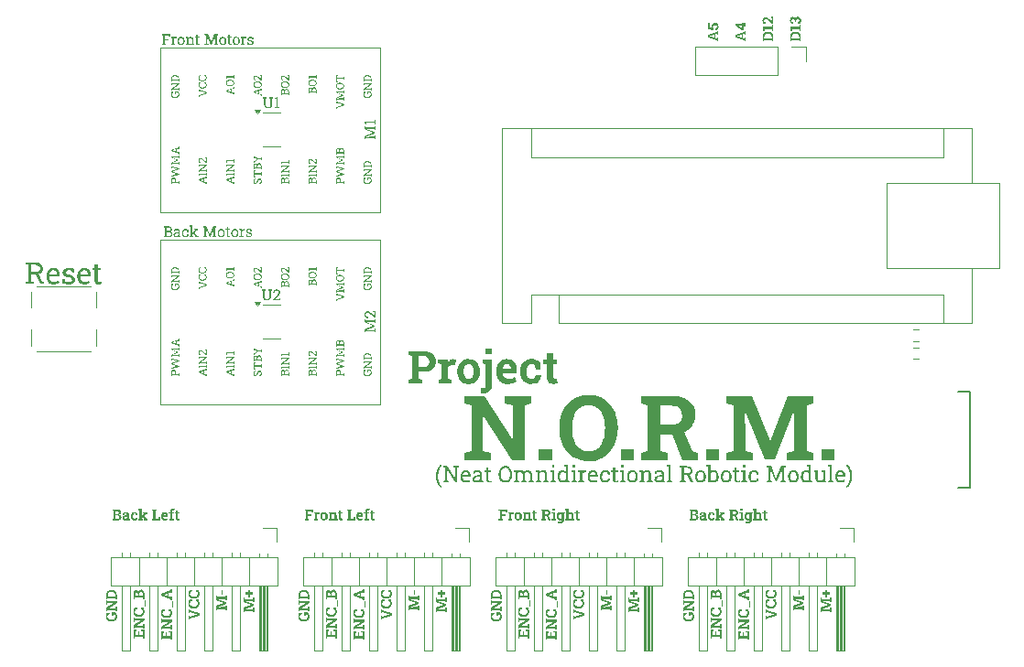
<source format=gbr>
%TF.GenerationSoftware,KiCad,Pcbnew,8.0.6*%
%TF.CreationDate,2024-11-20T18:20:58+00:00*%
%TF.ProjectId,NORMMotorControlBoard,4e4f524d-4d6f-4746-9f72-436f6e74726f,rev?*%
%TF.SameCoordinates,Original*%
%TF.FileFunction,Legend,Top*%
%TF.FilePolarity,Positive*%
%FSLAX46Y46*%
G04 Gerber Fmt 4.6, Leading zero omitted, Abs format (unit mm)*
G04 Created by KiCad (PCBNEW 8.0.6) date 2024-11-20 18:20:58*
%MOMM*%
%LPD*%
G01*
G04 APERTURE LIST*
%ADD10C,0.250000*%
%ADD11C,0.200000*%
%ADD12C,0.260000*%
%ADD13C,0.300000*%
%ADD14C,0.100000*%
%ADD15C,0.150000*%
%ADD16C,0.120000*%
G04 APERTURE END LIST*
D10*
G36*
X103970000Y-118300729D02*
G01*
X103850565Y-118300729D01*
X103829804Y-118194483D01*
X103115638Y-118194483D01*
X103094877Y-118300729D01*
X102974710Y-118300729D01*
X102974710Y-117527944D01*
X103243377Y-117527944D01*
X103243377Y-117681085D01*
X103128339Y-117690366D01*
X103128339Y-117994692D01*
X103378688Y-117994692D01*
X103378688Y-117658126D01*
X103532561Y-117658126D01*
X103532561Y-117994692D01*
X103816859Y-117994692D01*
X103816859Y-117673757D01*
X103698157Y-117664720D01*
X103698157Y-117513045D01*
X103970000Y-117513045D01*
X103970000Y-118300729D01*
G37*
G36*
X103970000Y-117406800D02*
G01*
X103850565Y-117406800D01*
X103829804Y-117300798D01*
X103115638Y-117300798D01*
X103094877Y-117406800D01*
X102974710Y-117406800D01*
X102974710Y-117300798D01*
X102974710Y-117098077D01*
X103664940Y-116664790D01*
X103664452Y-116660638D01*
X103115638Y-116660638D01*
X103094877Y-116788133D01*
X102974710Y-116788133D01*
X102974710Y-116482096D01*
X102974710Y-116375851D01*
X103094877Y-116375851D01*
X103115638Y-116482096D01*
X103970000Y-116482096D01*
X103970000Y-116675292D01*
X103286608Y-117118105D01*
X103287096Y-117122257D01*
X103829804Y-117122257D01*
X103850565Y-116994274D01*
X103970000Y-116994274D01*
X103970000Y-117406800D01*
G37*
G36*
X103984410Y-115836807D02*
G01*
X103982280Y-115889881D01*
X103975892Y-115940293D01*
X103965244Y-115988044D01*
X103947439Y-116040388D01*
X103923838Y-116089110D01*
X103894930Y-116133599D01*
X103861206Y-116173459D01*
X103822668Y-116208692D01*
X103779315Y-116239296D01*
X103752379Y-116254706D01*
X103701819Y-116277452D01*
X103647380Y-116294610D01*
X103597628Y-116304871D01*
X103545026Y-116311028D01*
X103489574Y-116313080D01*
X103455868Y-116313080D01*
X103402806Y-116311105D01*
X103352061Y-116305181D01*
X103303635Y-116295306D01*
X103250069Y-116278793D01*
X103199658Y-116256904D01*
X103153020Y-116229918D01*
X103110987Y-116198327D01*
X103073559Y-116162131D01*
X103040736Y-116121331D01*
X103024047Y-116095948D01*
X102999208Y-116048309D01*
X102980470Y-115996859D01*
X102967832Y-115941600D01*
X102961856Y-115891202D01*
X102960300Y-115847065D01*
X102962086Y-115797392D01*
X102968365Y-115743335D01*
X102979164Y-115691209D01*
X102988876Y-115657533D01*
X103007365Y-115609149D01*
X103030684Y-115563740D01*
X103058834Y-115521307D01*
X103076559Y-115499019D01*
X103317138Y-115499019D01*
X103317138Y-115647519D01*
X103166196Y-115667791D01*
X103141299Y-115710720D01*
X103138353Y-115717372D01*
X103122568Y-115765601D01*
X103120523Y-115775258D01*
X103114798Y-115824671D01*
X103114417Y-115842424D01*
X103118472Y-115892823D01*
X103132299Y-115943028D01*
X103155938Y-115987749D01*
X103188582Y-116026212D01*
X103229423Y-116057980D01*
X103273663Y-116081050D01*
X103324057Y-116098180D01*
X103374143Y-116108173D01*
X103428712Y-116113026D01*
X103454403Y-116113534D01*
X103489574Y-116113534D01*
X103540102Y-116111412D01*
X103592785Y-116103952D01*
X103641064Y-116091122D01*
X103670802Y-116079584D01*
X103715324Y-116055398D01*
X103756419Y-116022293D01*
X103789260Y-115982376D01*
X103813038Y-115936340D01*
X103826947Y-115884879D01*
X103831025Y-115833387D01*
X103827667Y-115782051D01*
X103821500Y-115746925D01*
X103807746Y-115698140D01*
X103795854Y-115668035D01*
X103655659Y-115647519D01*
X103655659Y-115499263D01*
X103893307Y-115499263D01*
X103918395Y-115542604D01*
X103938698Y-115587865D01*
X103956615Y-115638708D01*
X103958276Y-115644099D01*
X103970909Y-115694398D01*
X103979408Y-115747749D01*
X103983491Y-115797735D01*
X103984410Y-115836807D01*
G37*
G36*
X104097250Y-115383248D02*
G01*
X103970000Y-115383248D01*
X103970000Y-114760917D01*
X104097250Y-114760917D01*
X104097250Y-115383248D01*
G37*
G36*
X103970000Y-114031852D02*
G01*
X103850565Y-114031852D01*
X103837864Y-113962976D01*
X103701088Y-114006695D01*
X103701088Y-114356695D01*
X103837864Y-114400415D01*
X103850565Y-114331538D01*
X103970000Y-114331538D01*
X103970000Y-114670547D01*
X103850565Y-114670547D01*
X103840307Y-114599228D01*
X102974710Y-114282934D01*
X102974710Y-114179863D01*
X103183049Y-114179863D01*
X103183049Y-114184015D01*
X103215289Y-114194274D01*
X103554298Y-114309556D01*
X103554298Y-114054078D01*
X103213091Y-114170094D01*
X103183049Y-114179863D01*
X102974710Y-114179863D01*
X102974710Y-114078503D01*
X103840307Y-113764162D01*
X103850565Y-113693087D01*
X103970000Y-113693087D01*
X103970000Y-114031852D01*
G37*
G36*
X111590000Y-115788935D02*
G01*
X111470565Y-115788935D01*
X111449804Y-115682933D01*
X110735638Y-115682933D01*
X110714877Y-115788935D01*
X110594710Y-115788935D01*
X110594710Y-115682933D01*
X110594710Y-115387644D01*
X111288604Y-115116290D01*
X111288604Y-115112382D01*
X110594710Y-114849088D01*
X110594710Y-114447797D01*
X110714877Y-114447797D01*
X110735638Y-114554287D01*
X111449804Y-114554287D01*
X111470565Y-114447797D01*
X111590000Y-114447797D01*
X111590000Y-114859835D01*
X111470565Y-114859835D01*
X111449804Y-114748460D01*
X111259050Y-114748460D01*
X110810132Y-114745041D01*
X110809399Y-114748949D01*
X111576322Y-115046681D01*
X111576322Y-115197378D01*
X110815505Y-115501705D01*
X110816238Y-115505857D01*
X111238778Y-115493889D01*
X111449804Y-115493889D01*
X111470565Y-115376653D01*
X111590000Y-115376653D01*
X111590000Y-115788935D01*
G37*
G36*
X111490104Y-114134189D02*
G01*
X111207271Y-114134189D01*
X111207271Y-114381852D01*
X111034836Y-114381852D01*
X111034836Y-114134189D01*
X110765680Y-114134189D01*
X110765680Y-113944901D01*
X111034836Y-113944901D01*
X111034836Y-113699681D01*
X111207271Y-113699681D01*
X111207271Y-113944901D01*
X111490104Y-113944901D01*
X111490104Y-114134189D01*
G37*
G36*
X136990000Y-118185446D02*
G01*
X136870565Y-118185446D01*
X136849804Y-118079200D01*
X136135638Y-118079200D01*
X136114877Y-118185446D01*
X135994710Y-118185446D01*
X135994710Y-117412661D01*
X136263377Y-117412661D01*
X136263377Y-117565802D01*
X136148339Y-117575083D01*
X136148339Y-117879409D01*
X136398688Y-117879409D01*
X136398688Y-117542843D01*
X136552561Y-117542843D01*
X136552561Y-117879409D01*
X136836859Y-117879409D01*
X136836859Y-117558474D01*
X136718157Y-117549437D01*
X136718157Y-117397762D01*
X136990000Y-117397762D01*
X136990000Y-118185446D01*
G37*
G36*
X136990000Y-117291517D02*
G01*
X136870565Y-117291517D01*
X136849804Y-117185515D01*
X136135638Y-117185515D01*
X136114877Y-117291517D01*
X135994710Y-117291517D01*
X135994710Y-117185515D01*
X135994710Y-116982794D01*
X136684940Y-116549507D01*
X136684452Y-116545355D01*
X136135638Y-116545355D01*
X136114877Y-116672850D01*
X135994710Y-116672850D01*
X135994710Y-116366813D01*
X135994710Y-116260568D01*
X136114877Y-116260568D01*
X136135638Y-116366813D01*
X136990000Y-116366813D01*
X136990000Y-116560009D01*
X136306608Y-117002822D01*
X136307096Y-117006974D01*
X136849804Y-117006974D01*
X136870565Y-116878991D01*
X136990000Y-116878991D01*
X136990000Y-117291517D01*
G37*
G36*
X137004410Y-115721524D02*
G01*
X137002280Y-115774598D01*
X136995892Y-115825010D01*
X136985244Y-115872761D01*
X136967439Y-115925105D01*
X136943838Y-115973827D01*
X136914930Y-116018316D01*
X136881206Y-116058176D01*
X136842668Y-116093409D01*
X136799315Y-116124013D01*
X136772379Y-116139423D01*
X136721819Y-116162169D01*
X136667380Y-116179327D01*
X136617628Y-116189588D01*
X136565026Y-116195745D01*
X136509574Y-116197797D01*
X136475868Y-116197797D01*
X136422806Y-116195822D01*
X136372061Y-116189898D01*
X136323635Y-116180023D01*
X136270069Y-116163510D01*
X136219658Y-116141621D01*
X136173020Y-116114635D01*
X136130987Y-116083044D01*
X136093559Y-116046848D01*
X136060736Y-116006048D01*
X136044047Y-115980665D01*
X136019208Y-115933026D01*
X136000470Y-115881576D01*
X135987832Y-115826317D01*
X135981856Y-115775919D01*
X135980300Y-115731782D01*
X135982086Y-115682109D01*
X135988365Y-115628052D01*
X135999164Y-115575926D01*
X136008876Y-115542250D01*
X136027365Y-115493866D01*
X136050684Y-115448457D01*
X136078834Y-115406024D01*
X136096559Y-115383736D01*
X136337138Y-115383736D01*
X136337138Y-115532236D01*
X136186196Y-115552508D01*
X136161299Y-115595437D01*
X136158353Y-115602089D01*
X136142568Y-115650318D01*
X136140523Y-115659975D01*
X136134798Y-115709388D01*
X136134417Y-115727141D01*
X136138472Y-115777540D01*
X136152299Y-115827745D01*
X136175938Y-115872466D01*
X136208582Y-115910929D01*
X136249423Y-115942697D01*
X136293663Y-115965767D01*
X136344057Y-115982897D01*
X136394143Y-115992890D01*
X136448712Y-115997743D01*
X136474403Y-115998251D01*
X136509574Y-115998251D01*
X136560102Y-115996129D01*
X136612785Y-115988669D01*
X136661064Y-115975839D01*
X136690802Y-115964301D01*
X136735324Y-115940115D01*
X136776419Y-115907010D01*
X136809260Y-115867093D01*
X136833038Y-115821057D01*
X136846947Y-115769596D01*
X136851025Y-115718104D01*
X136847667Y-115666768D01*
X136841500Y-115631642D01*
X136827746Y-115582857D01*
X136815854Y-115552752D01*
X136675659Y-115532236D01*
X136675659Y-115383980D01*
X136913307Y-115383980D01*
X136938395Y-115427321D01*
X136958698Y-115472582D01*
X136976615Y-115523425D01*
X136978276Y-115528816D01*
X136990909Y-115579115D01*
X136999408Y-115632466D01*
X137003491Y-115682452D01*
X137004410Y-115721524D01*
G37*
G36*
X137117250Y-115267965D02*
G01*
X136990000Y-115267965D01*
X136990000Y-114645634D01*
X137117250Y-114645634D01*
X137117250Y-115267965D01*
G37*
G36*
X136751151Y-113697143D02*
G01*
X136804609Y-113709419D01*
X136851476Y-113730742D01*
X136891750Y-113761111D01*
X136916482Y-113788342D01*
X136945128Y-113833351D01*
X136966738Y-113885888D01*
X136979661Y-113936910D01*
X136987415Y-113993462D01*
X136989928Y-114044812D01*
X136990000Y-114055543D01*
X136990000Y-114545250D01*
X136870565Y-114545250D01*
X136849804Y-114439005D01*
X136135638Y-114439005D01*
X136114877Y-114545250D01*
X135994710Y-114545250D01*
X135994710Y-114439005D01*
X135994710Y-114102926D01*
X136148339Y-114102926D01*
X136148339Y-114239214D01*
X136411388Y-114239214D01*
X136411388Y-114095843D01*
X136407521Y-114045153D01*
X136406099Y-114040400D01*
X136549630Y-114040400D01*
X136549630Y-114239214D01*
X136837103Y-114239214D01*
X136837103Y-114055543D01*
X136833005Y-114005444D01*
X136817595Y-113957770D01*
X136802421Y-113934643D01*
X136762715Y-113904665D01*
X136712679Y-113893245D01*
X136700327Y-113892878D01*
X136650250Y-113897892D01*
X136604155Y-113916418D01*
X136588464Y-113928537D01*
X136560590Y-113970755D01*
X136550236Y-114021929D01*
X136549630Y-114040400D01*
X136406099Y-114040400D01*
X136392978Y-113996559D01*
X136378660Y-113972745D01*
X136338421Y-113940505D01*
X136287055Y-113929800D01*
X136283161Y-113929758D01*
X136233006Y-113936974D01*
X136190062Y-113963231D01*
X136181311Y-113973478D01*
X136158771Y-114019653D01*
X136149498Y-114072180D01*
X136148339Y-114102926D01*
X135994710Y-114102926D01*
X135996380Y-114049926D01*
X136001388Y-114000683D01*
X136011807Y-113946550D01*
X136027034Y-113897826D01*
X136050876Y-113847819D01*
X136063098Y-113828642D01*
X136096243Y-113790193D01*
X136135840Y-113761189D01*
X136181889Y-113741627D01*
X136234388Y-113731509D01*
X136267285Y-113729968D01*
X136316916Y-113735154D01*
X136366109Y-113752478D01*
X136390628Y-113766848D01*
X136427665Y-113798962D01*
X136457077Y-113840350D01*
X136472449Y-113873094D01*
X136487442Y-113824615D01*
X136512118Y-113781284D01*
X136518122Y-113773687D01*
X136554576Y-113738821D01*
X136597990Y-113713848D01*
X136646960Y-113698827D01*
X136696641Y-113693839D01*
X136700083Y-113693820D01*
X136751151Y-113697143D01*
G37*
G36*
X109050000Y-115595495D02*
G01*
X108930565Y-115595495D01*
X108909804Y-115489493D01*
X108195638Y-115489493D01*
X108174877Y-115595495D01*
X108054710Y-115595495D01*
X108054710Y-115489493D01*
X108054710Y-115194204D01*
X108748604Y-114922850D01*
X108748604Y-114918942D01*
X108054710Y-114655648D01*
X108054710Y-114254357D01*
X108174877Y-114254357D01*
X108195638Y-114360847D01*
X108909804Y-114360847D01*
X108930565Y-114254357D01*
X109050000Y-114254357D01*
X109050000Y-114666395D01*
X108930565Y-114666395D01*
X108909804Y-114555020D01*
X108719050Y-114555020D01*
X108270132Y-114551601D01*
X108269399Y-114555509D01*
X109036322Y-114853241D01*
X109036322Y-115003938D01*
X108275505Y-115308265D01*
X108276238Y-115312417D01*
X108698778Y-115300449D01*
X108909804Y-115300449D01*
X108930565Y-115183213D01*
X109050000Y-115183213D01*
X109050000Y-115595495D01*
G37*
G36*
X108701221Y-114132236D02*
G01*
X108547348Y-114132236D01*
X108547348Y-113746821D01*
X108701221Y-113746821D01*
X108701221Y-114132236D01*
G37*
G36*
X86190000Y-118300729D02*
G01*
X86070565Y-118300729D01*
X86049804Y-118194483D01*
X85335638Y-118194483D01*
X85314877Y-118300729D01*
X85194710Y-118300729D01*
X85194710Y-117527944D01*
X85463377Y-117527944D01*
X85463377Y-117681085D01*
X85348339Y-117690366D01*
X85348339Y-117994692D01*
X85598688Y-117994692D01*
X85598688Y-117658126D01*
X85752561Y-117658126D01*
X85752561Y-117994692D01*
X86036859Y-117994692D01*
X86036859Y-117673757D01*
X85918157Y-117664720D01*
X85918157Y-117513045D01*
X86190000Y-117513045D01*
X86190000Y-118300729D01*
G37*
G36*
X86190000Y-117406800D02*
G01*
X86070565Y-117406800D01*
X86049804Y-117300798D01*
X85335638Y-117300798D01*
X85314877Y-117406800D01*
X85194710Y-117406800D01*
X85194710Y-117300798D01*
X85194710Y-117098077D01*
X85884940Y-116664790D01*
X85884452Y-116660638D01*
X85335638Y-116660638D01*
X85314877Y-116788133D01*
X85194710Y-116788133D01*
X85194710Y-116482096D01*
X85194710Y-116375851D01*
X85314877Y-116375851D01*
X85335638Y-116482096D01*
X86190000Y-116482096D01*
X86190000Y-116675292D01*
X85506608Y-117118105D01*
X85507096Y-117122257D01*
X86049804Y-117122257D01*
X86070565Y-116994274D01*
X86190000Y-116994274D01*
X86190000Y-117406800D01*
G37*
G36*
X86204410Y-115836807D02*
G01*
X86202280Y-115889881D01*
X86195892Y-115940293D01*
X86185244Y-115988044D01*
X86167439Y-116040388D01*
X86143838Y-116089110D01*
X86114930Y-116133599D01*
X86081206Y-116173459D01*
X86042668Y-116208692D01*
X85999315Y-116239296D01*
X85972379Y-116254706D01*
X85921819Y-116277452D01*
X85867380Y-116294610D01*
X85817628Y-116304871D01*
X85765026Y-116311028D01*
X85709574Y-116313080D01*
X85675868Y-116313080D01*
X85622806Y-116311105D01*
X85572061Y-116305181D01*
X85523635Y-116295306D01*
X85470069Y-116278793D01*
X85419658Y-116256904D01*
X85373020Y-116229918D01*
X85330987Y-116198327D01*
X85293559Y-116162131D01*
X85260736Y-116121331D01*
X85244047Y-116095948D01*
X85219208Y-116048309D01*
X85200470Y-115996859D01*
X85187832Y-115941600D01*
X85181856Y-115891202D01*
X85180300Y-115847065D01*
X85182086Y-115797392D01*
X85188365Y-115743335D01*
X85199164Y-115691209D01*
X85208876Y-115657533D01*
X85227365Y-115609149D01*
X85250684Y-115563740D01*
X85278834Y-115521307D01*
X85296559Y-115499019D01*
X85537138Y-115499019D01*
X85537138Y-115647519D01*
X85386196Y-115667791D01*
X85361299Y-115710720D01*
X85358353Y-115717372D01*
X85342568Y-115765601D01*
X85340523Y-115775258D01*
X85334798Y-115824671D01*
X85334417Y-115842424D01*
X85338472Y-115892823D01*
X85352299Y-115943028D01*
X85375938Y-115987749D01*
X85408582Y-116026212D01*
X85449423Y-116057980D01*
X85493663Y-116081050D01*
X85544057Y-116098180D01*
X85594143Y-116108173D01*
X85648712Y-116113026D01*
X85674403Y-116113534D01*
X85709574Y-116113534D01*
X85760102Y-116111412D01*
X85812785Y-116103952D01*
X85861064Y-116091122D01*
X85890802Y-116079584D01*
X85935324Y-116055398D01*
X85976419Y-116022293D01*
X86009260Y-115982376D01*
X86033038Y-115936340D01*
X86046947Y-115884879D01*
X86051025Y-115833387D01*
X86047667Y-115782051D01*
X86041500Y-115746925D01*
X86027746Y-115698140D01*
X86015854Y-115668035D01*
X85875659Y-115647519D01*
X85875659Y-115499263D01*
X86113307Y-115499263D01*
X86138395Y-115542604D01*
X86158698Y-115587865D01*
X86176615Y-115638708D01*
X86178276Y-115644099D01*
X86190909Y-115694398D01*
X86199408Y-115747749D01*
X86203491Y-115797735D01*
X86204410Y-115836807D01*
G37*
G36*
X86317250Y-115383248D02*
G01*
X86190000Y-115383248D01*
X86190000Y-114760917D01*
X86317250Y-114760917D01*
X86317250Y-115383248D01*
G37*
G36*
X86190000Y-114031852D02*
G01*
X86070565Y-114031852D01*
X86057864Y-113962976D01*
X85921088Y-114006695D01*
X85921088Y-114356695D01*
X86057864Y-114400415D01*
X86070565Y-114331538D01*
X86190000Y-114331538D01*
X86190000Y-114670547D01*
X86070565Y-114670547D01*
X86060307Y-114599228D01*
X85194710Y-114282934D01*
X85194710Y-114179863D01*
X85403049Y-114179863D01*
X85403049Y-114184015D01*
X85435289Y-114194274D01*
X85774298Y-114309556D01*
X85774298Y-114054078D01*
X85433091Y-114170094D01*
X85403049Y-114179863D01*
X85194710Y-114179863D01*
X85194710Y-114078503D01*
X86060307Y-113764162D01*
X86070565Y-113693087D01*
X86190000Y-113693087D01*
X86190000Y-114031852D01*
G37*
G36*
X101430000Y-118185446D02*
G01*
X101310565Y-118185446D01*
X101289804Y-118079200D01*
X100575638Y-118079200D01*
X100554877Y-118185446D01*
X100434710Y-118185446D01*
X100434710Y-117412661D01*
X100703377Y-117412661D01*
X100703377Y-117565802D01*
X100588339Y-117575083D01*
X100588339Y-117879409D01*
X100838688Y-117879409D01*
X100838688Y-117542843D01*
X100992561Y-117542843D01*
X100992561Y-117879409D01*
X101276859Y-117879409D01*
X101276859Y-117558474D01*
X101158157Y-117549437D01*
X101158157Y-117397762D01*
X101430000Y-117397762D01*
X101430000Y-118185446D01*
G37*
G36*
X101430000Y-117291517D02*
G01*
X101310565Y-117291517D01*
X101289804Y-117185515D01*
X100575638Y-117185515D01*
X100554877Y-117291517D01*
X100434710Y-117291517D01*
X100434710Y-117185515D01*
X100434710Y-116982794D01*
X101124940Y-116549507D01*
X101124452Y-116545355D01*
X100575638Y-116545355D01*
X100554877Y-116672850D01*
X100434710Y-116672850D01*
X100434710Y-116366813D01*
X100434710Y-116260568D01*
X100554877Y-116260568D01*
X100575638Y-116366813D01*
X101430000Y-116366813D01*
X101430000Y-116560009D01*
X100746608Y-117002822D01*
X100747096Y-117006974D01*
X101289804Y-117006974D01*
X101310565Y-116878991D01*
X101430000Y-116878991D01*
X101430000Y-117291517D01*
G37*
G36*
X101444410Y-115721524D02*
G01*
X101442280Y-115774598D01*
X101435892Y-115825010D01*
X101425244Y-115872761D01*
X101407439Y-115925105D01*
X101383838Y-115973827D01*
X101354930Y-116018316D01*
X101321206Y-116058176D01*
X101282668Y-116093409D01*
X101239315Y-116124013D01*
X101212379Y-116139423D01*
X101161819Y-116162169D01*
X101107380Y-116179327D01*
X101057628Y-116189588D01*
X101005026Y-116195745D01*
X100949574Y-116197797D01*
X100915868Y-116197797D01*
X100862806Y-116195822D01*
X100812061Y-116189898D01*
X100763635Y-116180023D01*
X100710069Y-116163510D01*
X100659658Y-116141621D01*
X100613020Y-116114635D01*
X100570987Y-116083044D01*
X100533559Y-116046848D01*
X100500736Y-116006048D01*
X100484047Y-115980665D01*
X100459208Y-115933026D01*
X100440470Y-115881576D01*
X100427832Y-115826317D01*
X100421856Y-115775919D01*
X100420300Y-115731782D01*
X100422086Y-115682109D01*
X100428365Y-115628052D01*
X100439164Y-115575926D01*
X100448876Y-115542250D01*
X100467365Y-115493866D01*
X100490684Y-115448457D01*
X100518834Y-115406024D01*
X100536559Y-115383736D01*
X100777138Y-115383736D01*
X100777138Y-115532236D01*
X100626196Y-115552508D01*
X100601299Y-115595437D01*
X100598353Y-115602089D01*
X100582568Y-115650318D01*
X100580523Y-115659975D01*
X100574798Y-115709388D01*
X100574417Y-115727141D01*
X100578472Y-115777540D01*
X100592299Y-115827745D01*
X100615938Y-115872466D01*
X100648582Y-115910929D01*
X100689423Y-115942697D01*
X100733663Y-115965767D01*
X100784057Y-115982897D01*
X100834143Y-115992890D01*
X100888712Y-115997743D01*
X100914403Y-115998251D01*
X100949574Y-115998251D01*
X101000102Y-115996129D01*
X101052785Y-115988669D01*
X101101064Y-115975839D01*
X101130802Y-115964301D01*
X101175324Y-115940115D01*
X101216419Y-115907010D01*
X101249260Y-115867093D01*
X101273038Y-115821057D01*
X101286947Y-115769596D01*
X101291025Y-115718104D01*
X101287667Y-115666768D01*
X101281500Y-115631642D01*
X101267746Y-115582857D01*
X101255854Y-115552752D01*
X101115659Y-115532236D01*
X101115659Y-115383980D01*
X101353307Y-115383980D01*
X101378395Y-115427321D01*
X101398698Y-115472582D01*
X101416615Y-115523425D01*
X101418276Y-115528816D01*
X101430909Y-115579115D01*
X101439408Y-115632466D01*
X101443491Y-115682452D01*
X101444410Y-115721524D01*
G37*
G36*
X101557250Y-115267965D02*
G01*
X101430000Y-115267965D01*
X101430000Y-114645634D01*
X101557250Y-114645634D01*
X101557250Y-115267965D01*
G37*
G36*
X101191151Y-113697143D02*
G01*
X101244609Y-113709419D01*
X101291476Y-113730742D01*
X101331750Y-113761111D01*
X101356482Y-113788342D01*
X101385128Y-113833351D01*
X101406738Y-113885888D01*
X101419661Y-113936910D01*
X101427415Y-113993462D01*
X101429928Y-114044812D01*
X101430000Y-114055543D01*
X101430000Y-114545250D01*
X101310565Y-114545250D01*
X101289804Y-114439005D01*
X100575638Y-114439005D01*
X100554877Y-114545250D01*
X100434710Y-114545250D01*
X100434710Y-114439005D01*
X100434710Y-114102926D01*
X100588339Y-114102926D01*
X100588339Y-114239214D01*
X100851388Y-114239214D01*
X100851388Y-114095843D01*
X100847521Y-114045153D01*
X100846099Y-114040400D01*
X100989630Y-114040400D01*
X100989630Y-114239214D01*
X101277103Y-114239214D01*
X101277103Y-114055543D01*
X101273005Y-114005444D01*
X101257595Y-113957770D01*
X101242421Y-113934643D01*
X101202715Y-113904665D01*
X101152679Y-113893245D01*
X101140327Y-113892878D01*
X101090250Y-113897892D01*
X101044155Y-113916418D01*
X101028464Y-113928537D01*
X101000590Y-113970755D01*
X100990236Y-114021929D01*
X100989630Y-114040400D01*
X100846099Y-114040400D01*
X100832978Y-113996559D01*
X100818660Y-113972745D01*
X100778421Y-113940505D01*
X100727055Y-113929800D01*
X100723161Y-113929758D01*
X100673006Y-113936974D01*
X100630062Y-113963231D01*
X100621311Y-113973478D01*
X100598771Y-114019653D01*
X100589498Y-114072180D01*
X100588339Y-114102926D01*
X100434710Y-114102926D01*
X100436380Y-114049926D01*
X100441388Y-114000683D01*
X100451807Y-113946550D01*
X100467034Y-113897826D01*
X100490876Y-113847819D01*
X100503098Y-113828642D01*
X100536243Y-113790193D01*
X100575840Y-113761189D01*
X100621889Y-113741627D01*
X100674388Y-113731509D01*
X100707285Y-113729968D01*
X100756916Y-113735154D01*
X100806109Y-113752478D01*
X100830628Y-113766848D01*
X100867665Y-113798962D01*
X100897077Y-113840350D01*
X100912449Y-113873094D01*
X100927442Y-113824615D01*
X100952118Y-113781284D01*
X100958122Y-113773687D01*
X100994576Y-113738821D01*
X101037990Y-113713848D01*
X101086960Y-113698827D01*
X101136641Y-113693839D01*
X101140083Y-113693820D01*
X101191151Y-113697143D01*
G37*
G36*
X134464410Y-116171907D02*
G01*
X134462246Y-116225975D01*
X134455754Y-116276985D01*
X134444935Y-116324939D01*
X134426843Y-116377021D01*
X134402861Y-116424943D01*
X134373547Y-116468435D01*
X134339675Y-116507229D01*
X134301245Y-116541324D01*
X134258257Y-116570721D01*
X134231646Y-116585410D01*
X134182127Y-116607014D01*
X134129312Y-116623311D01*
X134081418Y-116633057D01*
X134031103Y-116638904D01*
X133978367Y-116640853D01*
X133944173Y-116640853D01*
X133889473Y-116638913D01*
X133837297Y-116633091D01*
X133787646Y-116623388D01*
X133740520Y-116609804D01*
X133688730Y-116589051D01*
X133681612Y-116585655D01*
X133634391Y-116559189D01*
X133591892Y-116528306D01*
X133554115Y-116493005D01*
X133521060Y-116453286D01*
X133504291Y-116428606D01*
X133479357Y-116382389D01*
X133460547Y-116332643D01*
X133447861Y-116279367D01*
X133441299Y-116222561D01*
X133440300Y-116188516D01*
X133442147Y-116135607D01*
X133447688Y-116084346D01*
X133456923Y-116034734D01*
X133469853Y-115986771D01*
X133488658Y-115935653D01*
X133512099Y-115888359D01*
X133540178Y-115844892D01*
X133557780Y-115822396D01*
X133778576Y-115822396D01*
X133778576Y-115970407D01*
X133645219Y-115998251D01*
X133618762Y-116041512D01*
X133608094Y-116070302D01*
X133597653Y-116118601D01*
X133594186Y-116169982D01*
X133594173Y-116173617D01*
X133598466Y-116223429D01*
X133613106Y-116273043D01*
X133638136Y-116317232D01*
X133672431Y-116355388D01*
X133714864Y-116386907D01*
X133760502Y-116409800D01*
X133811879Y-116426801D01*
X133862441Y-116436719D01*
X133917100Y-116441536D01*
X133942707Y-116442040D01*
X133978367Y-116442040D01*
X134027291Y-116440055D01*
X134078427Y-116433079D01*
X134130396Y-116419435D01*
X134154466Y-116410288D01*
X134197886Y-116387405D01*
X134238044Y-116355566D01*
X134270237Y-116316743D01*
X134293598Y-116271167D01*
X134307262Y-116219068D01*
X134311270Y-116166045D01*
X134308766Y-116115426D01*
X134301256Y-116069081D01*
X134287116Y-116019927D01*
X134277076Y-115996297D01*
X134108304Y-115996297D01*
X134097069Y-116138446D01*
X133957117Y-116138446D01*
X133957117Y-115796262D01*
X134359630Y-115796262D01*
X134387431Y-115840302D01*
X134409353Y-115884506D01*
X134428338Y-115933038D01*
X134435833Y-115955997D01*
X134448336Y-116004479D01*
X134457266Y-116056625D01*
X134462149Y-116105258D01*
X134464298Y-116156695D01*
X134464410Y-116171907D01*
G37*
G36*
X134450000Y-115697099D02*
G01*
X134330565Y-115697099D01*
X134309804Y-115591098D01*
X133595638Y-115591098D01*
X133574877Y-115697099D01*
X133454710Y-115697099D01*
X133454710Y-115591098D01*
X133454710Y-115388376D01*
X134144940Y-114955089D01*
X134144452Y-114950937D01*
X133595638Y-114950937D01*
X133574877Y-115078432D01*
X133454710Y-115078432D01*
X133454710Y-114772396D01*
X133454710Y-114666150D01*
X133574877Y-114666150D01*
X133595638Y-114772396D01*
X134450000Y-114772396D01*
X134450000Y-114965592D01*
X133766608Y-115408404D01*
X133767096Y-115412556D01*
X134309804Y-115412556D01*
X134330565Y-115284573D01*
X134450000Y-115284573D01*
X134450000Y-115697099D01*
G37*
G36*
X134013621Y-113714609D02*
G01*
X134063512Y-113720560D01*
X134118919Y-113732516D01*
X134171310Y-113749872D01*
X134213817Y-113769046D01*
X134259848Y-113795880D01*
X134301345Y-113827016D01*
X134338308Y-113862452D01*
X134370735Y-113902189D01*
X134387229Y-113926827D01*
X134411687Y-113972620D01*
X134430139Y-114021522D01*
X134442582Y-114073532D01*
X134449019Y-114128652D01*
X134450000Y-114161544D01*
X134450000Y-114600937D01*
X134330565Y-114600937D01*
X134307606Y-114493715D01*
X133598080Y-114493715D01*
X133574877Y-114600937D01*
X133454710Y-114600937D01*
X133454710Y-114493715D01*
X133454710Y-114171558D01*
X133607850Y-114171558D01*
X133607850Y-114294168D01*
X134297592Y-114294168D01*
X134297592Y-114171558D01*
X134293346Y-114122290D01*
X134278869Y-114073825D01*
X134254117Y-114031363D01*
X134220418Y-113994967D01*
X134179100Y-113965036D01*
X134134926Y-113943435D01*
X134085353Y-113927464D01*
X134037147Y-113918148D01*
X133985541Y-113913623D01*
X133961514Y-113913149D01*
X133942707Y-113913149D01*
X133889156Y-113915545D01*
X133839238Y-113922732D01*
X133788033Y-113936337D01*
X133768806Y-113943435D01*
X133724833Y-113965036D01*
X133683845Y-113994967D01*
X133650593Y-114031363D01*
X133626258Y-114073825D01*
X133612024Y-114122290D01*
X133607850Y-114171558D01*
X133454710Y-114171558D01*
X133454710Y-114163987D01*
X133456917Y-114115011D01*
X133465069Y-114060717D01*
X133479230Y-114009484D01*
X133499397Y-113961314D01*
X133517480Y-113928781D01*
X133547126Y-113886456D01*
X133581354Y-113848385D01*
X133620162Y-113814568D01*
X133663553Y-113785006D01*
X133690404Y-113770023D01*
X133740174Y-113747658D01*
X133793100Y-113730787D01*
X133840976Y-113720697D01*
X133891171Y-113714644D01*
X133943684Y-113712626D01*
X133961514Y-113712626D01*
X134013621Y-113714609D01*
G37*
G36*
X126830000Y-115595495D02*
G01*
X126710565Y-115595495D01*
X126689804Y-115489493D01*
X125975638Y-115489493D01*
X125954877Y-115595495D01*
X125834710Y-115595495D01*
X125834710Y-115489493D01*
X125834710Y-115194204D01*
X126528604Y-114922850D01*
X126528604Y-114918942D01*
X125834710Y-114655648D01*
X125834710Y-114254357D01*
X125954877Y-114254357D01*
X125975638Y-114360847D01*
X126689804Y-114360847D01*
X126710565Y-114254357D01*
X126830000Y-114254357D01*
X126830000Y-114666395D01*
X126710565Y-114666395D01*
X126689804Y-114555020D01*
X126499050Y-114555020D01*
X126050132Y-114551601D01*
X126049399Y-114555509D01*
X126816322Y-114853241D01*
X126816322Y-115003938D01*
X126055505Y-115308265D01*
X126056238Y-115312417D01*
X126478778Y-115300449D01*
X126689804Y-115300449D01*
X126710565Y-115183213D01*
X126830000Y-115183213D01*
X126830000Y-115595495D01*
G37*
G36*
X126481221Y-114132236D02*
G01*
X126327348Y-114132236D01*
X126327348Y-113746821D01*
X126481221Y-113746821D01*
X126481221Y-114132236D01*
G37*
G36*
X147150000Y-115788935D02*
G01*
X147030565Y-115788935D01*
X147009804Y-115682933D01*
X146295638Y-115682933D01*
X146274877Y-115788935D01*
X146154710Y-115788935D01*
X146154710Y-115682933D01*
X146154710Y-115387644D01*
X146848604Y-115116290D01*
X146848604Y-115112382D01*
X146154710Y-114849088D01*
X146154710Y-114447797D01*
X146274877Y-114447797D01*
X146295638Y-114554287D01*
X147009804Y-114554287D01*
X147030565Y-114447797D01*
X147150000Y-114447797D01*
X147150000Y-114859835D01*
X147030565Y-114859835D01*
X147009804Y-114748460D01*
X146819050Y-114748460D01*
X146370132Y-114745041D01*
X146369399Y-114748949D01*
X147136322Y-115046681D01*
X147136322Y-115197378D01*
X146375505Y-115501705D01*
X146376238Y-115505857D01*
X146798778Y-115493889D01*
X147009804Y-115493889D01*
X147030565Y-115376653D01*
X147150000Y-115376653D01*
X147150000Y-115788935D01*
G37*
G36*
X147050104Y-114134189D02*
G01*
X146767271Y-114134189D01*
X146767271Y-114381852D01*
X146594836Y-114381852D01*
X146594836Y-114134189D01*
X146325680Y-114134189D01*
X146325680Y-113944901D01*
X146594836Y-113944901D01*
X146594836Y-113699681D01*
X146767271Y-113699681D01*
X146767271Y-113944901D01*
X147050104Y-113944901D01*
X147050104Y-114134189D01*
G37*
G36*
X91270000Y-115595495D02*
G01*
X91150565Y-115595495D01*
X91129804Y-115489493D01*
X90415638Y-115489493D01*
X90394877Y-115595495D01*
X90274710Y-115595495D01*
X90274710Y-115489493D01*
X90274710Y-115194204D01*
X90968604Y-114922850D01*
X90968604Y-114918942D01*
X90274710Y-114655648D01*
X90274710Y-114254357D01*
X90394877Y-114254357D01*
X90415638Y-114360847D01*
X91129804Y-114360847D01*
X91150565Y-114254357D01*
X91270000Y-114254357D01*
X91270000Y-114666395D01*
X91150565Y-114666395D01*
X91129804Y-114555020D01*
X90939050Y-114555020D01*
X90490132Y-114551601D01*
X90489399Y-114555509D01*
X91256322Y-114853241D01*
X91256322Y-115003938D01*
X90495505Y-115308265D01*
X90496238Y-115312417D01*
X90918778Y-115300449D01*
X91129804Y-115300449D01*
X91150565Y-115183213D01*
X91270000Y-115183213D01*
X91270000Y-115595495D01*
G37*
G36*
X90921221Y-114132236D02*
G01*
X90767348Y-114132236D01*
X90767348Y-113746821D01*
X90921221Y-113746821D01*
X90921221Y-114132236D01*
G37*
G36*
X81178425Y-106272655D02*
G01*
X81227668Y-106277663D01*
X81281802Y-106288082D01*
X81330525Y-106303309D01*
X81380532Y-106327151D01*
X81399710Y-106339373D01*
X81438158Y-106372518D01*
X81467163Y-106412115D01*
X81486724Y-106458164D01*
X81496842Y-106510663D01*
X81498384Y-106543560D01*
X81493198Y-106593191D01*
X81475874Y-106642384D01*
X81461503Y-106666903D01*
X81429389Y-106703940D01*
X81388002Y-106733352D01*
X81355258Y-106748724D01*
X81403737Y-106763717D01*
X81447067Y-106788393D01*
X81454665Y-106794397D01*
X81489530Y-106830851D01*
X81514504Y-106874265D01*
X81529525Y-106923235D01*
X81534512Y-106972916D01*
X81534532Y-106976358D01*
X81531209Y-107027426D01*
X81518932Y-107080884D01*
X81497609Y-107127751D01*
X81467240Y-107168025D01*
X81440010Y-107192757D01*
X81395000Y-107221403D01*
X81342464Y-107243013D01*
X81291442Y-107255936D01*
X81234890Y-107263690D01*
X81183539Y-107266203D01*
X81172808Y-107266275D01*
X80683101Y-107266275D01*
X80683101Y-107146840D01*
X80789347Y-107126079D01*
X80789347Y-107113378D01*
X80989138Y-107113378D01*
X81172808Y-107113378D01*
X81222908Y-107109280D01*
X81270582Y-107093870D01*
X81293709Y-107078696D01*
X81323687Y-107038990D01*
X81335107Y-106988954D01*
X81335474Y-106976602D01*
X81330459Y-106926525D01*
X81311933Y-106880430D01*
X81299815Y-106864739D01*
X81257597Y-106836865D01*
X81206422Y-106826511D01*
X81187951Y-106825905D01*
X80989138Y-106825905D01*
X80989138Y-107113378D01*
X80789347Y-107113378D01*
X80789347Y-106687663D01*
X80989138Y-106687663D01*
X81132508Y-106687663D01*
X81183198Y-106683796D01*
X81231793Y-106669253D01*
X81255607Y-106654935D01*
X81287847Y-106614696D01*
X81298551Y-106563330D01*
X81298593Y-106559436D01*
X81291378Y-106509281D01*
X81265121Y-106466337D01*
X81254874Y-106457586D01*
X81208699Y-106435046D01*
X81156171Y-106425773D01*
X81125425Y-106424614D01*
X80989138Y-106424614D01*
X80989138Y-106687663D01*
X80789347Y-106687663D01*
X80789347Y-106411913D01*
X80683101Y-106391152D01*
X80683101Y-106270985D01*
X80789347Y-106270985D01*
X81125425Y-106270985D01*
X81178425Y-106272655D01*
G37*
G36*
X81983358Y-106515399D02*
G01*
X82038824Y-106524155D01*
X82088471Y-106539362D01*
X82132297Y-106561020D01*
X82160038Y-106580441D01*
X82196903Y-106617749D01*
X82223236Y-106662262D01*
X82239035Y-106713980D01*
X82244219Y-106765144D01*
X82244302Y-106772904D01*
X82244302Y-107077719D01*
X82244546Y-107107517D01*
X82247233Y-107135605D01*
X82324169Y-107146840D01*
X82324169Y-107266275D01*
X82076995Y-107266275D01*
X82061608Y-107225486D01*
X82050861Y-107181766D01*
X82017275Y-107217510D01*
X81975998Y-107248336D01*
X81967086Y-107253574D01*
X81921759Y-107272107D01*
X81869980Y-107280261D01*
X81854002Y-107280685D01*
X81801642Y-107276991D01*
X81749525Y-107264003D01*
X81704596Y-107241665D01*
X81678635Y-107221578D01*
X81644503Y-107180462D01*
X81623013Y-107130998D01*
X81614480Y-107079343D01*
X81613911Y-107060622D01*
X81615004Y-107050364D01*
X81812725Y-107050364D01*
X81825595Y-107097806D01*
X81837637Y-107111425D01*
X81883768Y-107131218D01*
X81907247Y-107132918D01*
X81957526Y-107125572D01*
X81986137Y-107114111D01*
X82026666Y-107085909D01*
X82044755Y-107064774D01*
X82044755Y-106947782D01*
X81946325Y-106947782D01*
X81895034Y-106953532D01*
X81848842Y-106975975D01*
X81846674Y-106977824D01*
X81818328Y-107017890D01*
X81812725Y-107050364D01*
X81615004Y-107050364D01*
X81619208Y-107010903D01*
X81637830Y-106960772D01*
X81669861Y-106916785D01*
X81698663Y-106890873D01*
X81745939Y-106862236D01*
X81795345Y-106843890D01*
X81843665Y-106833151D01*
X81897498Y-106827014D01*
X81946570Y-106825416D01*
X82044755Y-106825416D01*
X82044755Y-106770706D01*
X82035932Y-106719976D01*
X82013492Y-106684488D01*
X81971780Y-106658379D01*
X81920436Y-106651027D01*
X81870725Y-106656591D01*
X81862550Y-106658843D01*
X81817690Y-106680174D01*
X81816388Y-106681069D01*
X81800757Y-106778766D01*
X81656653Y-106778766D01*
X81654699Y-106587035D01*
X81699487Y-106564206D01*
X81747023Y-106544812D01*
X81780240Y-106533790D01*
X81828711Y-106521970D01*
X81880760Y-106515057D01*
X81931182Y-106513030D01*
X81983358Y-106515399D01*
G37*
G36*
X82742557Y-107280685D02*
G01*
X82691129Y-107277693D01*
X82637614Y-107267174D01*
X82588698Y-107249082D01*
X82558642Y-107232813D01*
X82517892Y-107203007D01*
X82482745Y-107167443D01*
X82453200Y-107126122D01*
X82439207Y-107100678D01*
X82419018Y-107051328D01*
X82405436Y-106998076D01*
X82398910Y-106947464D01*
X82397442Y-106907482D01*
X82397442Y-106886721D01*
X82400083Y-106833705D01*
X82408005Y-106783834D01*
X82423232Y-106731487D01*
X82439696Y-106693525D01*
X82466345Y-106648986D01*
X82498480Y-106610166D01*
X82536103Y-106577064D01*
X82559375Y-106561145D01*
X82605071Y-106537886D01*
X82655056Y-106522239D01*
X82709330Y-106514204D01*
X82741336Y-106513030D01*
X82795226Y-106515483D01*
X82844788Y-106522844D01*
X82894781Y-106536778D01*
X82913283Y-106544048D01*
X82959835Y-106566586D01*
X83003049Y-106593937D01*
X83030275Y-106616344D01*
X83029054Y-106828103D01*
X82878600Y-106828103D01*
X82851978Y-106695967D01*
X82810457Y-106669589D01*
X82762429Y-106659371D01*
X82759166Y-106659331D01*
X82709096Y-106666170D01*
X82668307Y-106686686D01*
X82633712Y-106724802D01*
X82614818Y-106764600D01*
X82602797Y-106812859D01*
X82597662Y-106864870D01*
X82597233Y-106886721D01*
X82597233Y-106907482D01*
X82599570Y-106956500D01*
X82608361Y-107006171D01*
X82617016Y-107032290D01*
X82641828Y-107076832D01*
X82670017Y-107104341D01*
X82714610Y-107124492D01*
X82744023Y-107127789D01*
X82794148Y-107120000D01*
X82828531Y-107100189D01*
X82859261Y-107059031D01*
X82872250Y-107021543D01*
X83042732Y-107021543D01*
X83044930Y-107025451D01*
X83034296Y-107077148D01*
X83018178Y-107123766D01*
X82998768Y-107161739D01*
X82968989Y-107200928D01*
X82931311Y-107232767D01*
X82901803Y-107249910D01*
X82854886Y-107267431D01*
X82805122Y-107277048D01*
X82754542Y-107280565D01*
X82742557Y-107280685D01*
G37*
G36*
X83123332Y-107266275D02*
G01*
X83123332Y-107146840D01*
X83220052Y-107126079D01*
X83220052Y-106340838D01*
X83113073Y-106320078D01*
X83113073Y-106199910D01*
X83418621Y-106199910D01*
X83418621Y-107126079D01*
X83504839Y-107146840D01*
X83504839Y-107266275D01*
X83123332Y-107266275D01*
G37*
G36*
X83594232Y-107266275D02*
G01*
X83594232Y-107152702D01*
X83650896Y-107139512D01*
X83649187Y-107136826D01*
X83502641Y-106938012D01*
X83629647Y-106807342D01*
X83872424Y-107125346D01*
X83964260Y-107146840D01*
X83964260Y-107266275D01*
X83594232Y-107266275D01*
G37*
G36*
X83397861Y-107064041D02*
G01*
X83301873Y-106952667D01*
X83623053Y-106658598D01*
X83624518Y-106656400D01*
X83548558Y-106645409D01*
X83548558Y-106526707D01*
X83933241Y-106526707D01*
X83933241Y-106646875D01*
X83837986Y-106670810D01*
X83397861Y-107064041D01*
G37*
G36*
X84371168Y-107266275D02*
G01*
X84371168Y-107146840D01*
X84477414Y-107126079D01*
X84477414Y-106411913D01*
X84371168Y-106391152D01*
X84371168Y-106270985D01*
X84477414Y-106270985D01*
X84677205Y-106270985D01*
X84797372Y-106270985D01*
X84797372Y-106391152D01*
X84677205Y-106411913D01*
X84677205Y-107113378D01*
X84957840Y-107113378D01*
X84967365Y-106967565D01*
X85119773Y-106967565D01*
X85119773Y-107266275D01*
X84371168Y-107266275D01*
G37*
G36*
X85586868Y-106516159D02*
G01*
X85635719Y-106525549D01*
X85684153Y-106543323D01*
X85701803Y-106552597D01*
X85745063Y-106583816D01*
X85780473Y-106623405D01*
X85805851Y-106666658D01*
X85824527Y-106716294D01*
X85835421Y-106766228D01*
X85840713Y-106821146D01*
X85841266Y-106847154D01*
X85841266Y-106955842D01*
X85406514Y-106955842D01*
X85405293Y-106959994D01*
X85414063Y-107008794D01*
X85429473Y-107046700D01*
X85459401Y-107085769D01*
X85486625Y-107106051D01*
X85533139Y-107123628D01*
X85576263Y-107127789D01*
X85626119Y-107124730D01*
X85675631Y-107114723D01*
X85678600Y-107113867D01*
X85725434Y-107096404D01*
X85771168Y-107072346D01*
X85825146Y-107195200D01*
X85783810Y-107222951D01*
X85738856Y-107244991D01*
X85709619Y-107256261D01*
X85659703Y-107270166D01*
X85610168Y-107277799D01*
X85556673Y-107280661D01*
X85551106Y-107280685D01*
X85499570Y-107277754D01*
X85451454Y-107268961D01*
X85401411Y-107252063D01*
X85365481Y-107233790D01*
X85323907Y-107204630D01*
X85287935Y-107169905D01*
X85257566Y-107129617D01*
X85243115Y-107104830D01*
X85222099Y-107056833D01*
X85207962Y-107005165D01*
X85201169Y-106956156D01*
X85199640Y-106917496D01*
X85199640Y-106890385D01*
X85202205Y-106836987D01*
X85204723Y-106820531D01*
X85406025Y-106820531D01*
X85408224Y-106823951D01*
X85654909Y-106823951D01*
X85654909Y-106806121D01*
X85650604Y-106757145D01*
X85642697Y-106728696D01*
X85615351Y-106686884D01*
X85604595Y-106678382D01*
X85556464Y-106661667D01*
X85536451Y-106660552D01*
X85487703Y-106670480D01*
X85469284Y-106681557D01*
X85436144Y-106719350D01*
X85426542Y-106738466D01*
X85411429Y-106787352D01*
X85406025Y-106820531D01*
X85204723Y-106820531D01*
X85209898Y-106786704D01*
X85222721Y-106739534D01*
X85240673Y-106695479D01*
X85266538Y-106650429D01*
X85297697Y-106611175D01*
X85334149Y-106577717D01*
X85356688Y-106561634D01*
X85400953Y-106538139D01*
X85449390Y-106522333D01*
X85502000Y-106514216D01*
X85533032Y-106513030D01*
X85586868Y-106516159D01*
G37*
G36*
X85944581Y-107266275D02*
G01*
X85944581Y-107146840D01*
X86040812Y-107126079D01*
X86040812Y-106666903D01*
X85930659Y-106666903D01*
X85930659Y-106526707D01*
X86040812Y-106526707D01*
X86040812Y-106444886D01*
X86044237Y-106393040D01*
X86056537Y-106340544D01*
X86077782Y-106295252D01*
X86112376Y-106252911D01*
X86151714Y-106223419D01*
X86198166Y-106202353D01*
X86251731Y-106189713D01*
X86304437Y-106185566D01*
X86312411Y-106185500D01*
X86362099Y-106188385D01*
X86379577Y-106190629D01*
X86429034Y-106199454D01*
X86440638Y-106202353D01*
X86423541Y-106350852D01*
X86385683Y-106344014D01*
X86342941Y-106341571D01*
X86293035Y-106349995D01*
X86265760Y-106368194D01*
X86243360Y-106413123D01*
X86240359Y-106444886D01*
X86240359Y-106526707D01*
X86408154Y-106526707D01*
X86408154Y-106666903D01*
X86240359Y-106666903D01*
X86240359Y-107126079D01*
X86371029Y-107146840D01*
X86371029Y-107266275D01*
X85944581Y-107266275D01*
G37*
G36*
X86770122Y-107280441D02*
G01*
X86715873Y-107275958D01*
X86664344Y-107260464D01*
X86622021Y-107233903D01*
X86611120Y-107223776D01*
X86581753Y-107181873D01*
X86564623Y-107133067D01*
X86556792Y-107080860D01*
X86555432Y-107044014D01*
X86555432Y-106666903D01*
X86453827Y-106666903D01*
X86453827Y-106526707D01*
X86555432Y-106526707D01*
X86555432Y-106345723D01*
X86754246Y-106345723D01*
X86754246Y-106526707D01*
X86890289Y-106526707D01*
X86890289Y-106666903D01*
X86754246Y-106666903D01*
X86754246Y-107043525D01*
X86763583Y-107092476D01*
X86772320Y-107104830D01*
X86818258Y-107123320D01*
X86822145Y-107123392D01*
X86857561Y-107120950D01*
X86890289Y-107115821D01*
X86907630Y-107259924D01*
X86858583Y-107271556D01*
X86840952Y-107274579D01*
X86792046Y-107279868D01*
X86770122Y-107280441D01*
G37*
G36*
X143909621Y-62067570D02*
G01*
X143959512Y-62073520D01*
X144014919Y-62085477D01*
X144067310Y-62102832D01*
X144109817Y-62122006D01*
X144155848Y-62148841D01*
X144197345Y-62179976D01*
X144234308Y-62215412D01*
X144266735Y-62255149D01*
X144283229Y-62279787D01*
X144307687Y-62325580D01*
X144326139Y-62374482D01*
X144338582Y-62426493D01*
X144345019Y-62481612D01*
X144346000Y-62514505D01*
X144346000Y-62953898D01*
X144226565Y-62953898D01*
X144203606Y-62846675D01*
X143494080Y-62846675D01*
X143470877Y-62953898D01*
X143350710Y-62953898D01*
X143350710Y-62846675D01*
X143350710Y-62524519D01*
X143503850Y-62524519D01*
X143503850Y-62647129D01*
X144193592Y-62647129D01*
X144193592Y-62524519D01*
X144189346Y-62475250D01*
X144174869Y-62426785D01*
X144150117Y-62384323D01*
X144116418Y-62347927D01*
X144075100Y-62317996D01*
X144030926Y-62296396D01*
X143981353Y-62280425D01*
X143933147Y-62271108D01*
X143881541Y-62266583D01*
X143857514Y-62266110D01*
X143838707Y-62266110D01*
X143785156Y-62268505D01*
X143735238Y-62275692D01*
X143684033Y-62289298D01*
X143664806Y-62296396D01*
X143620833Y-62317996D01*
X143579845Y-62347927D01*
X143546593Y-62384323D01*
X143522258Y-62426785D01*
X143508024Y-62475250D01*
X143503850Y-62524519D01*
X143350710Y-62524519D01*
X143350710Y-62516947D01*
X143352917Y-62467972D01*
X143361069Y-62413677D01*
X143375230Y-62362444D01*
X143395397Y-62314274D01*
X143413480Y-62281741D01*
X143443126Y-62239416D01*
X143477354Y-62201345D01*
X143516162Y-62167529D01*
X143559553Y-62137966D01*
X143586404Y-62122983D01*
X143636174Y-62100619D01*
X143689100Y-62083747D01*
X143736976Y-62073658D01*
X143787171Y-62067604D01*
X143839684Y-62065586D01*
X143857514Y-62065586D01*
X143909621Y-62067570D01*
G37*
G36*
X144346000Y-61973507D02*
G01*
X144226565Y-61973507D01*
X144205804Y-61805468D01*
X143531938Y-61805468D01*
X143531938Y-61975461D01*
X143417877Y-61975461D01*
X143350710Y-61606166D01*
X144205804Y-61606166D01*
X144226565Y-61438371D01*
X144346000Y-61438371D01*
X144346000Y-61973507D01*
G37*
G36*
X144360410Y-61020715D02*
G01*
X144357763Y-61072944D01*
X144349822Y-61122467D01*
X144334791Y-61174321D01*
X144326949Y-61194128D01*
X144302925Y-61239756D01*
X144272986Y-61278945D01*
X144233221Y-61314614D01*
X144229251Y-61317471D01*
X144182111Y-61342936D01*
X144133797Y-61356370D01*
X144080283Y-61360548D01*
X144074646Y-61360457D01*
X144070494Y-61359236D01*
X144070494Y-61165796D01*
X144120638Y-61157484D01*
X144140836Y-61148210D01*
X144178612Y-61115234D01*
X144189684Y-61098140D01*
X144205407Y-61050030D01*
X144207514Y-61020715D01*
X144201105Y-60969550D01*
X144179867Y-60925178D01*
X144168679Y-60912027D01*
X144125549Y-60883276D01*
X144077664Y-60872597D01*
X144060968Y-60871972D01*
X144009331Y-60878542D01*
X143965173Y-60900314D01*
X143952280Y-60911783D01*
X143925733Y-60954118D01*
X143914811Y-61002684D01*
X143913445Y-61031218D01*
X143913445Y-61139173D01*
X143763725Y-61139173D01*
X143763725Y-61027066D01*
X143757869Y-60976246D01*
X143747116Y-60948420D01*
X143714006Y-60910959D01*
X143699489Y-60902502D01*
X143651863Y-60888838D01*
X143626704Y-60887359D01*
X143576569Y-60893904D01*
X143531521Y-60917412D01*
X143526809Y-60921553D01*
X143499148Y-60963441D01*
X143490072Y-61012715D01*
X143489928Y-61020715D01*
X143497317Y-61069957D01*
X143505560Y-61089592D01*
X143537438Y-61128631D01*
X143549035Y-61136731D01*
X143595930Y-61152530D01*
X143614004Y-61153584D01*
X143614004Y-61346780D01*
X143610096Y-61348245D01*
X143557462Y-61344758D01*
X143509041Y-61330939D01*
X143468679Y-61309411D01*
X143429203Y-61277079D01*
X143396076Y-61236839D01*
X143371471Y-61193395D01*
X143352923Y-61144585D01*
X143341245Y-61091576D01*
X143336609Y-61040280D01*
X143336300Y-61022425D01*
X143338884Y-60967742D01*
X143346638Y-60917267D01*
X143362217Y-60863697D01*
X143384832Y-60815854D01*
X143409817Y-60779404D01*
X143444914Y-60743715D01*
X143485878Y-60716792D01*
X143532710Y-60698635D01*
X143585408Y-60689244D01*
X143618156Y-60687812D01*
X143668325Y-60693239D01*
X143714784Y-60709520D01*
X143743697Y-60726403D01*
X143782909Y-60760669D01*
X143813724Y-60801434D01*
X143835288Y-60841441D01*
X143856812Y-60793580D01*
X143887540Y-60749914D01*
X143925658Y-60715656D01*
X143969725Y-60691043D01*
X144018642Y-60676647D01*
X144067318Y-60672425D01*
X144116338Y-60675999D01*
X144166226Y-60688355D01*
X144211296Y-60709535D01*
X144223878Y-60717610D01*
X144261984Y-60748990D01*
X144294174Y-60786952D01*
X144320449Y-60831498D01*
X144324995Y-60841197D01*
X144342114Y-60887194D01*
X144353631Y-60936706D01*
X144359545Y-60989736D01*
X144360410Y-61020715D01*
G37*
D11*
G36*
X113258611Y-101723000D02*
G01*
X113258611Y-101006391D01*
X113894619Y-100881827D01*
X113894619Y-96596831D01*
X113258611Y-96472267D01*
X113258611Y-95751262D01*
X113894619Y-95751262D01*
X115110949Y-95751262D01*
X117710669Y-99892644D01*
X117735582Y-99889713D01*
X117735582Y-96596831D01*
X116970614Y-96472267D01*
X116970614Y-95751262D01*
X118806831Y-95751262D01*
X119444305Y-95751262D01*
X119444305Y-96472267D01*
X118806831Y-96596831D01*
X118806831Y-101723000D01*
X117647655Y-101723000D01*
X114990781Y-97622651D01*
X114965868Y-97625581D01*
X114965868Y-100881827D01*
X115733768Y-101006391D01*
X115733768Y-101723000D01*
X113258611Y-101723000D01*
G37*
G36*
X120136001Y-101723000D02*
G01*
X120136001Y-100672267D01*
X121328883Y-100672267D01*
X121328883Y-101723000D01*
X120136001Y-101723000D01*
G37*
G36*
X125004616Y-95678997D02*
G01*
X125323061Y-95728907D01*
X125623886Y-95814752D01*
X125814647Y-95891946D01*
X126084728Y-96033381D01*
X126332783Y-96203796D01*
X126558814Y-96403191D01*
X126674870Y-96526489D01*
X126865262Y-96767834D01*
X127029225Y-97031900D01*
X127166757Y-97318686D01*
X127231744Y-97487829D01*
X127317657Y-97769654D01*
X127379023Y-98064120D01*
X127415842Y-98371224D01*
X127428115Y-98690969D01*
X127428115Y-98781827D01*
X127415842Y-99103587D01*
X127379023Y-99412340D01*
X127317657Y-99708088D01*
X127231744Y-99990829D01*
X127109011Y-100290122D01*
X126960079Y-100566462D01*
X126784950Y-100819850D01*
X126676336Y-100950704D01*
X126462541Y-101165490D01*
X126226721Y-101351529D01*
X125968876Y-101508820D01*
X125816113Y-101583781D01*
X125527382Y-101692875D01*
X125221727Y-101766265D01*
X124899147Y-101803952D01*
X124712623Y-101809461D01*
X124417425Y-101795356D01*
X124101312Y-101745768D01*
X123802122Y-101660477D01*
X123612065Y-101583781D01*
X123344226Y-101442462D01*
X123097947Y-101272394D01*
X122873230Y-101073579D01*
X122757704Y-100950704D01*
X122569553Y-100710067D01*
X122407368Y-100446478D01*
X122271149Y-100159936D01*
X122206692Y-99990829D01*
X122122062Y-99708088D01*
X122061612Y-99412340D01*
X122025341Y-99103587D01*
X122013251Y-98781827D01*
X122013251Y-98690969D01*
X122013583Y-98682176D01*
X123211995Y-98682176D01*
X123211995Y-98781827D01*
X123222345Y-99085818D01*
X123258731Y-99404817D01*
X123321315Y-99699472D01*
X123377592Y-99882385D01*
X123498320Y-100156844D01*
X123668809Y-100411474D01*
X123878778Y-100616579D01*
X124152658Y-100776429D01*
X124444629Y-100858147D01*
X124712623Y-100878896D01*
X125012298Y-100853279D01*
X125304253Y-100765926D01*
X125556727Y-100616579D01*
X125769372Y-100410813D01*
X125941844Y-100156214D01*
X126063775Y-99882385D01*
X126153420Y-99572149D01*
X126205712Y-99266752D01*
X126229618Y-98974462D01*
X126233768Y-98781827D01*
X126233768Y-98682176D01*
X126223052Y-98382307D01*
X126185378Y-98067288D01*
X126120578Y-97775917D01*
X126062309Y-97594807D01*
X125938690Y-97321894D01*
X125764691Y-97068303D01*
X125550865Y-96863544D01*
X125298391Y-96713363D01*
X125006436Y-96625522D01*
X124706762Y-96599762D01*
X124410121Y-96625378D01*
X124122164Y-96712732D01*
X123874382Y-96862078D01*
X123649274Y-97086774D01*
X123483839Y-97343797D01*
X123377592Y-97590411D01*
X123290266Y-97897899D01*
X123239325Y-98200823D01*
X123214583Y-98528555D01*
X123211995Y-98682176D01*
X122013583Y-98682176D01*
X122025341Y-98371224D01*
X122061612Y-98064120D01*
X122122062Y-97769654D01*
X122206692Y-97487829D01*
X122328369Y-97188420D01*
X122475781Y-96911732D01*
X122648926Y-96657764D01*
X122756238Y-96526489D01*
X122968269Y-96310994D01*
X123202092Y-96124478D01*
X123457708Y-95966943D01*
X123609134Y-95891946D01*
X123896216Y-95782144D01*
X124200223Y-95708277D01*
X124521154Y-95670345D01*
X124706762Y-95664800D01*
X125004616Y-95678997D01*
G37*
G36*
X127703621Y-101723000D02*
G01*
X127703621Y-100672267D01*
X128896503Y-100672267D01*
X128896503Y-101723000D01*
X127703621Y-101723000D01*
G37*
G36*
X132705593Y-95763169D02*
G01*
X133012972Y-95803286D01*
X133329872Y-95880385D01*
X133555191Y-95963753D01*
X133841385Y-96115508D01*
X134082641Y-96303327D01*
X134278961Y-96527210D01*
X134312833Y-96576314D01*
X134451937Y-96840755D01*
X134539521Y-97135821D01*
X134574297Y-97427566D01*
X134576615Y-97530327D01*
X134550855Y-97847633D01*
X134473575Y-98143758D01*
X134344775Y-98418703D01*
X134312833Y-98471150D01*
X134128992Y-98713180D01*
X133905367Y-98920862D01*
X133641957Y-99094198D01*
X133584501Y-99124744D01*
X133571066Y-99130381D01*
X134331884Y-100887689D01*
X134840397Y-101003460D01*
X134840397Y-101723000D01*
X133385198Y-101723000D01*
X132465594Y-99363666D01*
X131378988Y-99365079D01*
X131378988Y-100881827D01*
X132016461Y-101006391D01*
X132016461Y-101723000D01*
X129542770Y-101723000D01*
X129542770Y-101006391D01*
X130180244Y-100881827D01*
X130180244Y-98441841D01*
X131378988Y-98441841D01*
X132353517Y-98441841D01*
X132651359Y-98420518D01*
X132941520Y-98338635D01*
X133127278Y-98223488D01*
X133311355Y-97973616D01*
X133379726Y-97686215D01*
X133383733Y-97584549D01*
X133341650Y-97275157D01*
X133202202Y-97003635D01*
X133128743Y-96922162D01*
X132881881Y-96760862D01*
X132581451Y-96684956D01*
X132374033Y-96673034D01*
X131378988Y-96673034D01*
X131378988Y-98441841D01*
X130180244Y-98441841D01*
X130180244Y-96596831D01*
X129542770Y-96472267D01*
X129542770Y-95749796D01*
X132374033Y-95749796D01*
X132705593Y-95763169D01*
G37*
G36*
X135617090Y-101723000D02*
G01*
X135617090Y-100672267D01*
X136809972Y-100672267D01*
X136809972Y-101723000D01*
X135617090Y-101723000D01*
G37*
G36*
X137456238Y-101723000D02*
G01*
X137456238Y-101006391D01*
X138092247Y-100881827D01*
X138092247Y-96596831D01*
X137456238Y-96472267D01*
X137456238Y-95751262D01*
X138092247Y-95751262D01*
X139863984Y-95751262D01*
X141492107Y-99914625D01*
X141515554Y-99914625D01*
X143095317Y-95751262D01*
X145503063Y-95751262D01*
X145503063Y-96472267D01*
X144864124Y-96596831D01*
X144864124Y-100881827D01*
X145503063Y-101006391D01*
X145503063Y-101723000D01*
X143030837Y-101723000D01*
X143030837Y-101006391D01*
X143699085Y-100881827D01*
X143699085Y-99737305D01*
X143719602Y-97043795D01*
X143696154Y-97039399D01*
X141909762Y-101640934D01*
X141005575Y-101640934D01*
X139179616Y-97076035D01*
X139154703Y-97080431D01*
X139226510Y-99615672D01*
X139226510Y-100881827D01*
X139929930Y-101006391D01*
X139929930Y-101723000D01*
X137456238Y-101723000D01*
G37*
G36*
X146226999Y-101723000D02*
G01*
X146226999Y-100672267D01*
X147419881Y-100672267D01*
X147419881Y-101723000D01*
X146226999Y-101723000D01*
G37*
D10*
G36*
X121750000Y-118300729D02*
G01*
X121630565Y-118300729D01*
X121609804Y-118194483D01*
X120895638Y-118194483D01*
X120874877Y-118300729D01*
X120754710Y-118300729D01*
X120754710Y-117527944D01*
X121023377Y-117527944D01*
X121023377Y-117681085D01*
X120908339Y-117690366D01*
X120908339Y-117994692D01*
X121158688Y-117994692D01*
X121158688Y-117658126D01*
X121312561Y-117658126D01*
X121312561Y-117994692D01*
X121596859Y-117994692D01*
X121596859Y-117673757D01*
X121478157Y-117664720D01*
X121478157Y-117513045D01*
X121750000Y-117513045D01*
X121750000Y-118300729D01*
G37*
G36*
X121750000Y-117406800D02*
G01*
X121630565Y-117406800D01*
X121609804Y-117300798D01*
X120895638Y-117300798D01*
X120874877Y-117406800D01*
X120754710Y-117406800D01*
X120754710Y-117300798D01*
X120754710Y-117098077D01*
X121444940Y-116664790D01*
X121444452Y-116660638D01*
X120895638Y-116660638D01*
X120874877Y-116788133D01*
X120754710Y-116788133D01*
X120754710Y-116482096D01*
X120754710Y-116375851D01*
X120874877Y-116375851D01*
X120895638Y-116482096D01*
X121750000Y-116482096D01*
X121750000Y-116675292D01*
X121066608Y-117118105D01*
X121067096Y-117122257D01*
X121609804Y-117122257D01*
X121630565Y-116994274D01*
X121750000Y-116994274D01*
X121750000Y-117406800D01*
G37*
G36*
X121764410Y-115836807D02*
G01*
X121762280Y-115889881D01*
X121755892Y-115940293D01*
X121745244Y-115988044D01*
X121727439Y-116040388D01*
X121703838Y-116089110D01*
X121674930Y-116133599D01*
X121641206Y-116173459D01*
X121602668Y-116208692D01*
X121559315Y-116239296D01*
X121532379Y-116254706D01*
X121481819Y-116277452D01*
X121427380Y-116294610D01*
X121377628Y-116304871D01*
X121325026Y-116311028D01*
X121269574Y-116313080D01*
X121235868Y-116313080D01*
X121182806Y-116311105D01*
X121132061Y-116305181D01*
X121083635Y-116295306D01*
X121030069Y-116278793D01*
X120979658Y-116256904D01*
X120933020Y-116229918D01*
X120890987Y-116198327D01*
X120853559Y-116162131D01*
X120820736Y-116121331D01*
X120804047Y-116095948D01*
X120779208Y-116048309D01*
X120760470Y-115996859D01*
X120747832Y-115941600D01*
X120741856Y-115891202D01*
X120740300Y-115847065D01*
X120742086Y-115797392D01*
X120748365Y-115743335D01*
X120759164Y-115691209D01*
X120768876Y-115657533D01*
X120787365Y-115609149D01*
X120810684Y-115563740D01*
X120838834Y-115521307D01*
X120856559Y-115499019D01*
X121097138Y-115499019D01*
X121097138Y-115647519D01*
X120946196Y-115667791D01*
X120921299Y-115710720D01*
X120918353Y-115717372D01*
X120902568Y-115765601D01*
X120900523Y-115775258D01*
X120894798Y-115824671D01*
X120894417Y-115842424D01*
X120898472Y-115892823D01*
X120912299Y-115943028D01*
X120935938Y-115987749D01*
X120968582Y-116026212D01*
X121009423Y-116057980D01*
X121053663Y-116081050D01*
X121104057Y-116098180D01*
X121154143Y-116108173D01*
X121208712Y-116113026D01*
X121234403Y-116113534D01*
X121269574Y-116113534D01*
X121320102Y-116111412D01*
X121372785Y-116103952D01*
X121421064Y-116091122D01*
X121450802Y-116079584D01*
X121495324Y-116055398D01*
X121536419Y-116022293D01*
X121569260Y-115982376D01*
X121593038Y-115936340D01*
X121606947Y-115884879D01*
X121611025Y-115833387D01*
X121607667Y-115782051D01*
X121601500Y-115746925D01*
X121587746Y-115698140D01*
X121575854Y-115668035D01*
X121435659Y-115647519D01*
X121435659Y-115499263D01*
X121673307Y-115499263D01*
X121698395Y-115542604D01*
X121718698Y-115587865D01*
X121736615Y-115638708D01*
X121738276Y-115644099D01*
X121750909Y-115694398D01*
X121759408Y-115747749D01*
X121763491Y-115797735D01*
X121764410Y-115836807D01*
G37*
G36*
X121877250Y-115383248D02*
G01*
X121750000Y-115383248D01*
X121750000Y-114760917D01*
X121877250Y-114760917D01*
X121877250Y-115383248D01*
G37*
G36*
X121750000Y-114031852D02*
G01*
X121630565Y-114031852D01*
X121617864Y-113962976D01*
X121481088Y-114006695D01*
X121481088Y-114356695D01*
X121617864Y-114400415D01*
X121630565Y-114331538D01*
X121750000Y-114331538D01*
X121750000Y-114670547D01*
X121630565Y-114670547D01*
X121620307Y-114599228D01*
X120754710Y-114282934D01*
X120754710Y-114179863D01*
X120963049Y-114179863D01*
X120963049Y-114184015D01*
X120995289Y-114194274D01*
X121334298Y-114309556D01*
X121334298Y-114054078D01*
X120993091Y-114170094D01*
X120963049Y-114179863D01*
X120754710Y-114179863D01*
X120754710Y-114078503D01*
X121620307Y-113764162D01*
X121630565Y-113693087D01*
X121750000Y-113693087D01*
X121750000Y-114031852D01*
G37*
G36*
X142070000Y-116077874D02*
G01*
X141205868Y-116398076D01*
X141194877Y-116486492D01*
X141074710Y-116486492D01*
X141074710Y-116090819D01*
X141194877Y-116090819D01*
X141208799Y-116180456D01*
X141796203Y-115985062D01*
X141850425Y-115970163D01*
X141850425Y-115966011D01*
X141797424Y-115951112D01*
X141208555Y-115755962D01*
X141194877Y-115860498D01*
X141074710Y-115860498D01*
X141074710Y-115483143D01*
X141194877Y-115483143D01*
X141205868Y-115573512D01*
X142070000Y-115873443D01*
X142070000Y-116077874D01*
G37*
G36*
X142084410Y-114958509D02*
G01*
X142082280Y-115011583D01*
X142075892Y-115061995D01*
X142065244Y-115109746D01*
X142047439Y-115162090D01*
X142023838Y-115210812D01*
X141994930Y-115255301D01*
X141961206Y-115295161D01*
X141922668Y-115330394D01*
X141879315Y-115360998D01*
X141852379Y-115376408D01*
X141801819Y-115399154D01*
X141747380Y-115416313D01*
X141697628Y-115426574D01*
X141645026Y-115432730D01*
X141589574Y-115434782D01*
X141555868Y-115434782D01*
X141502806Y-115432808D01*
X141452061Y-115426883D01*
X141403635Y-115417008D01*
X141350069Y-115400495D01*
X141299658Y-115378607D01*
X141253020Y-115351620D01*
X141210987Y-115320029D01*
X141173559Y-115283833D01*
X141140736Y-115243033D01*
X141124047Y-115217651D01*
X141099208Y-115170011D01*
X141080470Y-115118561D01*
X141067832Y-115063302D01*
X141061856Y-115012904D01*
X141060300Y-114968767D01*
X141062086Y-114919094D01*
X141068365Y-114865037D01*
X141079164Y-114812912D01*
X141088876Y-114779235D01*
X141107365Y-114730851D01*
X141130684Y-114685443D01*
X141158834Y-114643009D01*
X141176559Y-114620721D01*
X141417138Y-114620721D01*
X141417138Y-114769221D01*
X141266196Y-114789493D01*
X141241299Y-114832422D01*
X141238353Y-114839074D01*
X141222568Y-114887303D01*
X141220523Y-114896960D01*
X141214798Y-114946373D01*
X141214417Y-114964127D01*
X141218472Y-115014525D01*
X141232299Y-115064730D01*
X141255938Y-115109451D01*
X141288582Y-115147914D01*
X141329423Y-115179682D01*
X141373663Y-115202752D01*
X141424057Y-115219882D01*
X141474143Y-115229875D01*
X141528712Y-115234729D01*
X141554403Y-115235236D01*
X141589574Y-115235236D01*
X141640102Y-115233114D01*
X141692785Y-115225655D01*
X141741064Y-115212824D01*
X141770802Y-115201286D01*
X141815324Y-115177101D01*
X141856419Y-115143995D01*
X141889260Y-115104078D01*
X141913038Y-115058042D01*
X141926947Y-115006581D01*
X141931025Y-114955090D01*
X141927667Y-114903753D01*
X141921500Y-114868628D01*
X141907746Y-114819842D01*
X141895854Y-114789737D01*
X141755659Y-114769221D01*
X141755659Y-114620965D01*
X141993307Y-114620965D01*
X142018395Y-114664306D01*
X142038698Y-114709568D01*
X142056615Y-114760410D01*
X142058276Y-114765801D01*
X142070909Y-114816100D01*
X142079408Y-114869451D01*
X142083491Y-114919437D01*
X142084410Y-114958509D01*
G37*
G36*
X142084410Y-114055787D02*
G01*
X142082280Y-114108862D01*
X142075892Y-114159274D01*
X142065244Y-114207024D01*
X142047439Y-114259369D01*
X142023838Y-114308090D01*
X141994930Y-114352579D01*
X141961206Y-114392440D01*
X141922668Y-114427672D01*
X141879315Y-114458277D01*
X141852379Y-114473687D01*
X141801819Y-114496432D01*
X141747380Y-114513591D01*
X141697628Y-114523852D01*
X141645026Y-114530009D01*
X141589574Y-114532061D01*
X141555868Y-114532061D01*
X141502806Y-114530086D01*
X141452061Y-114524161D01*
X141403635Y-114514287D01*
X141350069Y-114497774D01*
X141299658Y-114475885D01*
X141253020Y-114448899D01*
X141210987Y-114417308D01*
X141173559Y-114381112D01*
X141140736Y-114340311D01*
X141124047Y-114314929D01*
X141099208Y-114267290D01*
X141080470Y-114215840D01*
X141067832Y-114160580D01*
X141061856Y-114110182D01*
X141060300Y-114066046D01*
X141062086Y-114016373D01*
X141068365Y-113962315D01*
X141079164Y-113910190D01*
X141088876Y-113876513D01*
X141107365Y-113828129D01*
X141130684Y-113782721D01*
X141158834Y-113740288D01*
X141176559Y-113718000D01*
X141417138Y-113718000D01*
X141417138Y-113866499D01*
X141266196Y-113886771D01*
X141241299Y-113929701D01*
X141238353Y-113936353D01*
X141222568Y-113984582D01*
X141220523Y-113994238D01*
X141214798Y-114043652D01*
X141214417Y-114061405D01*
X141218472Y-114111804D01*
X141232299Y-114162008D01*
X141255938Y-114206729D01*
X141288582Y-114245193D01*
X141329423Y-114276961D01*
X141373663Y-114300030D01*
X141424057Y-114317161D01*
X141474143Y-114327153D01*
X141528712Y-114332007D01*
X141554403Y-114332515D01*
X141589574Y-114332515D01*
X141640102Y-114330393D01*
X141692785Y-114322933D01*
X141741064Y-114310102D01*
X141770802Y-114298565D01*
X141815324Y-114274379D01*
X141856419Y-114241273D01*
X141889260Y-114201356D01*
X141913038Y-114155321D01*
X141926947Y-114103859D01*
X141931025Y-114052368D01*
X141927667Y-114001031D01*
X141921500Y-113965906D01*
X141907746Y-113917121D01*
X141895854Y-113887016D01*
X141755659Y-113866499D01*
X141755659Y-113718244D01*
X141993307Y-113718244D01*
X142018395Y-113761585D01*
X142038698Y-113806846D01*
X142056615Y-113857689D01*
X142058276Y-113863080D01*
X142070909Y-113913378D01*
X142079408Y-113966729D01*
X142083491Y-114016715D01*
X142084410Y-114055787D01*
G37*
G36*
X93810000Y-115788935D02*
G01*
X93690565Y-115788935D01*
X93669804Y-115682933D01*
X92955638Y-115682933D01*
X92934877Y-115788935D01*
X92814710Y-115788935D01*
X92814710Y-115682933D01*
X92814710Y-115387644D01*
X93508604Y-115116290D01*
X93508604Y-115112382D01*
X92814710Y-114849088D01*
X92814710Y-114447797D01*
X92934877Y-114447797D01*
X92955638Y-114554287D01*
X93669804Y-114554287D01*
X93690565Y-114447797D01*
X93810000Y-114447797D01*
X93810000Y-114859835D01*
X93690565Y-114859835D01*
X93669804Y-114748460D01*
X93479050Y-114748460D01*
X93030132Y-114745041D01*
X93029399Y-114748949D01*
X93796322Y-115046681D01*
X93796322Y-115197378D01*
X93035505Y-115501705D01*
X93036238Y-115505857D01*
X93458778Y-115493889D01*
X93669804Y-115493889D01*
X93690565Y-115376653D01*
X93810000Y-115376653D01*
X93810000Y-115788935D01*
G37*
G36*
X93710104Y-114134189D02*
G01*
X93427271Y-114134189D01*
X93427271Y-114381852D01*
X93254836Y-114381852D01*
X93254836Y-114134189D01*
X92985680Y-114134189D01*
X92985680Y-113944901D01*
X93254836Y-113944901D01*
X93254836Y-113699681D01*
X93427271Y-113699681D01*
X93427271Y-113944901D01*
X93710104Y-113944901D01*
X93710104Y-114134189D01*
G37*
G36*
X139266000Y-62325217D02*
G01*
X139146565Y-62325217D01*
X139133864Y-62256340D01*
X138997088Y-62300060D01*
X138997088Y-62650060D01*
X139133864Y-62693779D01*
X139146565Y-62624903D01*
X139266000Y-62624903D01*
X139266000Y-62963912D01*
X139146565Y-62963912D01*
X139136307Y-62892593D01*
X138270710Y-62576298D01*
X138270710Y-62473228D01*
X138479049Y-62473228D01*
X138479049Y-62477380D01*
X138511289Y-62487638D01*
X138850298Y-62602921D01*
X138850298Y-62347443D01*
X138509091Y-62463458D01*
X138479049Y-62473228D01*
X138270710Y-62473228D01*
X138270710Y-62371867D01*
X139136307Y-62057526D01*
X139146565Y-61986452D01*
X139266000Y-61986452D01*
X139266000Y-62325217D01*
G37*
G36*
X139028351Y-61316494D02*
G01*
X139125804Y-61316494D01*
X139146565Y-61210492D01*
X139266000Y-61210492D01*
X139266000Y-61622286D01*
X139146565Y-61622286D01*
X139125804Y-61515551D01*
X139028351Y-61515551D01*
X139028351Y-61921727D01*
X138930410Y-61931253D01*
X138273437Y-61519459D01*
X138535225Y-61519459D01*
X138563801Y-61536068D01*
X138895727Y-61744651D01*
X138895727Y-61515551D01*
X138536690Y-61515551D01*
X138535225Y-61519459D01*
X138273437Y-61519459D01*
X138270710Y-61517750D01*
X138270710Y-61316494D01*
X138895727Y-61316494D01*
X138895727Y-61203898D01*
X139028351Y-61203898D01*
X139028351Y-61316494D01*
G37*
G36*
X116684410Y-116171907D02*
G01*
X116682246Y-116225975D01*
X116675754Y-116276985D01*
X116664935Y-116324939D01*
X116646843Y-116377021D01*
X116622861Y-116424943D01*
X116593547Y-116468435D01*
X116559675Y-116507229D01*
X116521245Y-116541324D01*
X116478257Y-116570721D01*
X116451646Y-116585410D01*
X116402127Y-116607014D01*
X116349312Y-116623311D01*
X116301418Y-116633057D01*
X116251103Y-116638904D01*
X116198367Y-116640853D01*
X116164173Y-116640853D01*
X116109473Y-116638913D01*
X116057297Y-116633091D01*
X116007646Y-116623388D01*
X115960520Y-116609804D01*
X115908730Y-116589051D01*
X115901612Y-116585655D01*
X115854391Y-116559189D01*
X115811892Y-116528306D01*
X115774115Y-116493005D01*
X115741060Y-116453286D01*
X115724291Y-116428606D01*
X115699357Y-116382389D01*
X115680547Y-116332643D01*
X115667861Y-116279367D01*
X115661299Y-116222561D01*
X115660300Y-116188516D01*
X115662147Y-116135607D01*
X115667688Y-116084346D01*
X115676923Y-116034734D01*
X115689853Y-115986771D01*
X115708658Y-115935653D01*
X115732099Y-115888359D01*
X115760178Y-115844892D01*
X115777780Y-115822396D01*
X115998576Y-115822396D01*
X115998576Y-115970407D01*
X115865219Y-115998251D01*
X115838762Y-116041512D01*
X115828094Y-116070302D01*
X115817653Y-116118601D01*
X115814186Y-116169982D01*
X115814173Y-116173617D01*
X115818466Y-116223429D01*
X115833106Y-116273043D01*
X115858136Y-116317232D01*
X115892431Y-116355388D01*
X115934864Y-116386907D01*
X115980502Y-116409800D01*
X116031879Y-116426801D01*
X116082441Y-116436719D01*
X116137100Y-116441536D01*
X116162707Y-116442040D01*
X116198367Y-116442040D01*
X116247291Y-116440055D01*
X116298427Y-116433079D01*
X116350396Y-116419435D01*
X116374466Y-116410288D01*
X116417886Y-116387405D01*
X116458044Y-116355566D01*
X116490237Y-116316743D01*
X116513598Y-116271167D01*
X116527262Y-116219068D01*
X116531270Y-116166045D01*
X116528766Y-116115426D01*
X116521256Y-116069081D01*
X116507116Y-116019927D01*
X116497076Y-115996297D01*
X116328304Y-115996297D01*
X116317069Y-116138446D01*
X116177117Y-116138446D01*
X116177117Y-115796262D01*
X116579630Y-115796262D01*
X116607431Y-115840302D01*
X116629353Y-115884506D01*
X116648338Y-115933038D01*
X116655833Y-115955997D01*
X116668336Y-116004479D01*
X116677266Y-116056625D01*
X116682149Y-116105258D01*
X116684298Y-116156695D01*
X116684410Y-116171907D01*
G37*
G36*
X116670000Y-115697099D02*
G01*
X116550565Y-115697099D01*
X116529804Y-115591098D01*
X115815638Y-115591098D01*
X115794877Y-115697099D01*
X115674710Y-115697099D01*
X115674710Y-115591098D01*
X115674710Y-115388376D01*
X116364940Y-114955089D01*
X116364452Y-114950937D01*
X115815638Y-114950937D01*
X115794877Y-115078432D01*
X115674710Y-115078432D01*
X115674710Y-114772396D01*
X115674710Y-114666150D01*
X115794877Y-114666150D01*
X115815638Y-114772396D01*
X116670000Y-114772396D01*
X116670000Y-114965592D01*
X115986608Y-115408404D01*
X115987096Y-115412556D01*
X116529804Y-115412556D01*
X116550565Y-115284573D01*
X116670000Y-115284573D01*
X116670000Y-115697099D01*
G37*
G36*
X116233621Y-113714609D02*
G01*
X116283512Y-113720560D01*
X116338919Y-113732516D01*
X116391310Y-113749872D01*
X116433817Y-113769046D01*
X116479848Y-113795880D01*
X116521345Y-113827016D01*
X116558308Y-113862452D01*
X116590735Y-113902189D01*
X116607229Y-113926827D01*
X116631687Y-113972620D01*
X116650139Y-114021522D01*
X116662582Y-114073532D01*
X116669019Y-114128652D01*
X116670000Y-114161544D01*
X116670000Y-114600937D01*
X116550565Y-114600937D01*
X116527606Y-114493715D01*
X115818080Y-114493715D01*
X115794877Y-114600937D01*
X115674710Y-114600937D01*
X115674710Y-114493715D01*
X115674710Y-114171558D01*
X115827850Y-114171558D01*
X115827850Y-114294168D01*
X116517592Y-114294168D01*
X116517592Y-114171558D01*
X116513346Y-114122290D01*
X116498869Y-114073825D01*
X116474117Y-114031363D01*
X116440418Y-113994967D01*
X116399100Y-113965036D01*
X116354926Y-113943435D01*
X116305353Y-113927464D01*
X116257147Y-113918148D01*
X116205541Y-113913623D01*
X116181514Y-113913149D01*
X116162707Y-113913149D01*
X116109156Y-113915545D01*
X116059238Y-113922732D01*
X116008033Y-113936337D01*
X115988806Y-113943435D01*
X115944833Y-113965036D01*
X115903845Y-113994967D01*
X115870593Y-114031363D01*
X115846258Y-114073825D01*
X115832024Y-114122290D01*
X115827850Y-114171558D01*
X115674710Y-114171558D01*
X115674710Y-114163987D01*
X115676917Y-114115011D01*
X115685069Y-114060717D01*
X115699230Y-114009484D01*
X115719397Y-113961314D01*
X115737480Y-113928781D01*
X115767126Y-113886456D01*
X115801354Y-113848385D01*
X115840162Y-113814568D01*
X115883553Y-113785006D01*
X115910404Y-113770023D01*
X115960174Y-113747658D01*
X116013100Y-113730787D01*
X116060976Y-113720697D01*
X116111171Y-113714644D01*
X116163684Y-113712626D01*
X116181514Y-113712626D01*
X116233621Y-113714609D01*
G37*
G36*
X144610000Y-115595495D02*
G01*
X144490565Y-115595495D01*
X144469804Y-115489493D01*
X143755638Y-115489493D01*
X143734877Y-115595495D01*
X143614710Y-115595495D01*
X143614710Y-115489493D01*
X143614710Y-115194204D01*
X144308604Y-114922850D01*
X144308604Y-114918942D01*
X143614710Y-114655648D01*
X143614710Y-114254357D01*
X143734877Y-114254357D01*
X143755638Y-114360847D01*
X144469804Y-114360847D01*
X144490565Y-114254357D01*
X144610000Y-114254357D01*
X144610000Y-114666395D01*
X144490565Y-114666395D01*
X144469804Y-114555020D01*
X144279050Y-114555020D01*
X143830132Y-114551601D01*
X143829399Y-114555509D01*
X144596322Y-114853241D01*
X144596322Y-115003938D01*
X143835505Y-115308265D01*
X143836238Y-115312417D01*
X144258778Y-115300449D01*
X144469804Y-115300449D01*
X144490565Y-115183213D01*
X144610000Y-115183213D01*
X144610000Y-115595495D01*
G37*
G36*
X144261221Y-114132236D02*
G01*
X144107348Y-114132236D01*
X144107348Y-113746821D01*
X144261221Y-113746821D01*
X144261221Y-114132236D01*
G37*
G36*
X83650000Y-118185446D02*
G01*
X83530565Y-118185446D01*
X83509804Y-118079200D01*
X82795638Y-118079200D01*
X82774877Y-118185446D01*
X82654710Y-118185446D01*
X82654710Y-117412661D01*
X82923377Y-117412661D01*
X82923377Y-117565802D01*
X82808339Y-117575083D01*
X82808339Y-117879409D01*
X83058688Y-117879409D01*
X83058688Y-117542843D01*
X83212561Y-117542843D01*
X83212561Y-117879409D01*
X83496859Y-117879409D01*
X83496859Y-117558474D01*
X83378157Y-117549437D01*
X83378157Y-117397762D01*
X83650000Y-117397762D01*
X83650000Y-118185446D01*
G37*
G36*
X83650000Y-117291517D02*
G01*
X83530565Y-117291517D01*
X83509804Y-117185515D01*
X82795638Y-117185515D01*
X82774877Y-117291517D01*
X82654710Y-117291517D01*
X82654710Y-117185515D01*
X82654710Y-116982794D01*
X83344940Y-116549507D01*
X83344452Y-116545355D01*
X82795638Y-116545355D01*
X82774877Y-116672850D01*
X82654710Y-116672850D01*
X82654710Y-116366813D01*
X82654710Y-116260568D01*
X82774877Y-116260568D01*
X82795638Y-116366813D01*
X83650000Y-116366813D01*
X83650000Y-116560009D01*
X82966608Y-117002822D01*
X82967096Y-117006974D01*
X83509804Y-117006974D01*
X83530565Y-116878991D01*
X83650000Y-116878991D01*
X83650000Y-117291517D01*
G37*
G36*
X83664410Y-115721524D02*
G01*
X83662280Y-115774598D01*
X83655892Y-115825010D01*
X83645244Y-115872761D01*
X83627439Y-115925105D01*
X83603838Y-115973827D01*
X83574930Y-116018316D01*
X83541206Y-116058176D01*
X83502668Y-116093409D01*
X83459315Y-116124013D01*
X83432379Y-116139423D01*
X83381819Y-116162169D01*
X83327380Y-116179327D01*
X83277628Y-116189588D01*
X83225026Y-116195745D01*
X83169574Y-116197797D01*
X83135868Y-116197797D01*
X83082806Y-116195822D01*
X83032061Y-116189898D01*
X82983635Y-116180023D01*
X82930069Y-116163510D01*
X82879658Y-116141621D01*
X82833020Y-116114635D01*
X82790987Y-116083044D01*
X82753559Y-116046848D01*
X82720736Y-116006048D01*
X82704047Y-115980665D01*
X82679208Y-115933026D01*
X82660470Y-115881576D01*
X82647832Y-115826317D01*
X82641856Y-115775919D01*
X82640300Y-115731782D01*
X82642086Y-115682109D01*
X82648365Y-115628052D01*
X82659164Y-115575926D01*
X82668876Y-115542250D01*
X82687365Y-115493866D01*
X82710684Y-115448457D01*
X82738834Y-115406024D01*
X82756559Y-115383736D01*
X82997138Y-115383736D01*
X82997138Y-115532236D01*
X82846196Y-115552508D01*
X82821299Y-115595437D01*
X82818353Y-115602089D01*
X82802568Y-115650318D01*
X82800523Y-115659975D01*
X82794798Y-115709388D01*
X82794417Y-115727141D01*
X82798472Y-115777540D01*
X82812299Y-115827745D01*
X82835938Y-115872466D01*
X82868582Y-115910929D01*
X82909423Y-115942697D01*
X82953663Y-115965767D01*
X83004057Y-115982897D01*
X83054143Y-115992890D01*
X83108712Y-115997743D01*
X83134403Y-115998251D01*
X83169574Y-115998251D01*
X83220102Y-115996129D01*
X83272785Y-115988669D01*
X83321064Y-115975839D01*
X83350802Y-115964301D01*
X83395324Y-115940115D01*
X83436419Y-115907010D01*
X83469260Y-115867093D01*
X83493038Y-115821057D01*
X83506947Y-115769596D01*
X83511025Y-115718104D01*
X83507667Y-115666768D01*
X83501500Y-115631642D01*
X83487746Y-115582857D01*
X83475854Y-115552752D01*
X83335659Y-115532236D01*
X83335659Y-115383980D01*
X83573307Y-115383980D01*
X83598395Y-115427321D01*
X83618698Y-115472582D01*
X83636615Y-115523425D01*
X83638276Y-115528816D01*
X83650909Y-115579115D01*
X83659408Y-115632466D01*
X83663491Y-115682452D01*
X83664410Y-115721524D01*
G37*
G36*
X83777250Y-115267965D02*
G01*
X83650000Y-115267965D01*
X83650000Y-114645634D01*
X83777250Y-114645634D01*
X83777250Y-115267965D01*
G37*
G36*
X83411151Y-113697143D02*
G01*
X83464609Y-113709419D01*
X83511476Y-113730742D01*
X83551750Y-113761111D01*
X83576482Y-113788342D01*
X83605128Y-113833351D01*
X83626738Y-113885888D01*
X83639661Y-113936910D01*
X83647415Y-113993462D01*
X83649928Y-114044812D01*
X83650000Y-114055543D01*
X83650000Y-114545250D01*
X83530565Y-114545250D01*
X83509804Y-114439005D01*
X82795638Y-114439005D01*
X82774877Y-114545250D01*
X82654710Y-114545250D01*
X82654710Y-114439005D01*
X82654710Y-114102926D01*
X82808339Y-114102926D01*
X82808339Y-114239214D01*
X83071388Y-114239214D01*
X83071388Y-114095843D01*
X83067521Y-114045153D01*
X83066099Y-114040400D01*
X83209630Y-114040400D01*
X83209630Y-114239214D01*
X83497103Y-114239214D01*
X83497103Y-114055543D01*
X83493005Y-114005444D01*
X83477595Y-113957770D01*
X83462421Y-113934643D01*
X83422715Y-113904665D01*
X83372679Y-113893245D01*
X83360327Y-113892878D01*
X83310250Y-113897892D01*
X83264155Y-113916418D01*
X83248464Y-113928537D01*
X83220590Y-113970755D01*
X83210236Y-114021929D01*
X83209630Y-114040400D01*
X83066099Y-114040400D01*
X83052978Y-113996559D01*
X83038660Y-113972745D01*
X82998421Y-113940505D01*
X82947055Y-113929800D01*
X82943161Y-113929758D01*
X82893006Y-113936974D01*
X82850062Y-113963231D01*
X82841311Y-113973478D01*
X82818771Y-114019653D01*
X82809498Y-114072180D01*
X82808339Y-114102926D01*
X82654710Y-114102926D01*
X82656380Y-114049926D01*
X82661388Y-114000683D01*
X82671807Y-113946550D01*
X82687034Y-113897826D01*
X82710876Y-113847819D01*
X82723098Y-113828642D01*
X82756243Y-113790193D01*
X82795840Y-113761189D01*
X82841889Y-113741627D01*
X82894388Y-113731509D01*
X82927285Y-113729968D01*
X82976916Y-113735154D01*
X83026109Y-113752478D01*
X83050628Y-113766848D01*
X83087665Y-113798962D01*
X83117077Y-113840350D01*
X83132449Y-113873094D01*
X83147442Y-113824615D01*
X83172118Y-113781284D01*
X83178122Y-113773687D01*
X83214576Y-113738821D01*
X83257990Y-113713848D01*
X83306960Y-113698827D01*
X83356641Y-113693839D01*
X83360083Y-113693820D01*
X83411151Y-113697143D01*
G37*
G36*
X136726000Y-62325217D02*
G01*
X136606565Y-62325217D01*
X136593864Y-62256340D01*
X136457088Y-62300060D01*
X136457088Y-62650060D01*
X136593864Y-62693779D01*
X136606565Y-62624903D01*
X136726000Y-62624903D01*
X136726000Y-62963912D01*
X136606565Y-62963912D01*
X136596307Y-62892593D01*
X135730710Y-62576298D01*
X135730710Y-62473228D01*
X135939049Y-62473228D01*
X135939049Y-62477380D01*
X135971289Y-62487638D01*
X136310298Y-62602921D01*
X136310298Y-62347443D01*
X135969091Y-62463458D01*
X135939049Y-62473228D01*
X135730710Y-62473228D01*
X135730710Y-62371867D01*
X136596307Y-62057526D01*
X136606565Y-61986452D01*
X136726000Y-61986452D01*
X136726000Y-62325217D01*
G37*
G36*
X136740410Y-61583695D02*
G01*
X136737744Y-61633605D01*
X136728527Y-61686251D01*
X136712728Y-61735939D01*
X136706704Y-61750269D01*
X136682776Y-61794538D01*
X136649843Y-61836181D01*
X136609984Y-61870436D01*
X136563665Y-61895485D01*
X136511690Y-61909509D01*
X136459531Y-61912690D01*
X136456111Y-61911469D01*
X136446586Y-61719739D01*
X136495608Y-61713531D01*
X136540352Y-61690941D01*
X136550145Y-61682125D01*
X136578172Y-61638711D01*
X136587477Y-61587474D01*
X136587514Y-61583695D01*
X136579250Y-61533104D01*
X136551868Y-61491964D01*
X136537444Y-61480625D01*
X136491925Y-61458960D01*
X136441321Y-61448765D01*
X136407995Y-61447163D01*
X136357706Y-61450622D01*
X136309991Y-61462416D01*
X136270242Y-61482579D01*
X136234512Y-61520299D01*
X136219250Y-61567381D01*
X136217974Y-61588580D01*
X136223287Y-61638711D01*
X136239224Y-61675775D01*
X136275483Y-61709222D01*
X136296621Y-61719006D01*
X136284897Y-61895593D01*
X135730710Y-61838196D01*
X135730710Y-61265203D01*
X135957612Y-61265203D01*
X135957612Y-61388301D01*
X135890689Y-61405886D01*
X135890689Y-61673821D01*
X136120277Y-61702153D01*
X136096097Y-61659655D01*
X136080472Y-61613304D01*
X136079244Y-61608120D01*
X136072637Y-61558635D01*
X136072406Y-61549013D01*
X136074728Y-61497398D01*
X136085013Y-61445306D01*
X136103408Y-61398747D01*
X136110508Y-61385859D01*
X136141953Y-61343352D01*
X136181883Y-61308522D01*
X136225546Y-61283521D01*
X136275568Y-61264974D01*
X136325727Y-61254154D01*
X136374400Y-61249208D01*
X136406774Y-61248350D01*
X136458927Y-61251402D01*
X136507951Y-61260560D01*
X136558750Y-61277896D01*
X136577988Y-61286940D01*
X136622033Y-61314613D01*
X136659829Y-61349394D01*
X136691375Y-61391282D01*
X136696935Y-61400513D01*
X136717950Y-61445220D01*
X136732088Y-61495258D01*
X136738881Y-61544214D01*
X136740410Y-61583695D01*
G37*
G36*
X116409569Y-107266275D02*
G01*
X116409569Y-107146840D01*
X116515815Y-107126079D01*
X116515815Y-106411913D01*
X116409569Y-106391152D01*
X116409569Y-106270985D01*
X117201893Y-106270985D01*
X117201893Y-106543560D01*
X117048753Y-106543560D01*
X117040204Y-106424858D01*
X116715606Y-106424858D01*
X116715606Y-106698898D01*
X117063896Y-106698898D01*
X117063896Y-106852527D01*
X116715606Y-106852527D01*
X116715606Y-107126079D01*
X116821851Y-107146840D01*
X116821851Y-107266275D01*
X116409569Y-107266275D01*
G37*
G36*
X117276631Y-107266275D02*
G01*
X117276631Y-107146840D01*
X117372375Y-107126079D01*
X117372375Y-106667635D01*
X117266373Y-106646875D01*
X117266373Y-106526707D01*
X117557999Y-106526707D01*
X117565815Y-106618542D01*
X117567280Y-106634907D01*
X117591485Y-106590650D01*
X117624823Y-106551906D01*
X117634692Y-106543804D01*
X117679022Y-106520723D01*
X117727901Y-106513060D01*
X117731412Y-106513030D01*
X117770002Y-106515960D01*
X117807860Y-106523776D01*
X117786366Y-106707691D01*
X117687204Y-106702562D01*
X117638582Y-106707671D01*
X117618571Y-106716728D01*
X117581082Y-106751093D01*
X117571921Y-106763867D01*
X117571921Y-107126079D01*
X117667909Y-107146840D01*
X117667909Y-107266275D01*
X117276631Y-107266275D01*
G37*
G36*
X118257847Y-106516037D02*
G01*
X118306726Y-106525059D01*
X118356971Y-106542397D01*
X118392577Y-106561145D01*
X118433662Y-106591109D01*
X118468990Y-106626868D01*
X118498560Y-106668423D01*
X118512500Y-106694014D01*
X118532690Y-106743754D01*
X118545089Y-106791438D01*
X118552267Y-106842390D01*
X118554266Y-106889652D01*
X118554266Y-106903818D01*
X118551655Y-106957658D01*
X118543824Y-107008293D01*
X118530773Y-107055722D01*
X118512500Y-107099945D01*
X118486148Y-107144819D01*
X118454077Y-107183820D01*
X118416287Y-107216947D01*
X118392821Y-107232813D01*
X118346580Y-107255954D01*
X118295509Y-107271522D01*
X118246057Y-107279002D01*
X118206464Y-107280685D01*
X118153479Y-107277708D01*
X118104432Y-107268778D01*
X118053961Y-107251615D01*
X118018153Y-107233057D01*
X117977048Y-107203193D01*
X117941663Y-107167455D01*
X117911996Y-107125844D01*
X117897985Y-107100189D01*
X117877796Y-107050194D01*
X117865397Y-107002314D01*
X117858218Y-106951199D01*
X117856220Y-106903818D01*
X117856220Y-106889652D01*
X118056010Y-106889652D01*
X118056010Y-106903818D01*
X118058550Y-106955808D01*
X118066965Y-107005577D01*
X118071398Y-107021787D01*
X118091426Y-107066484D01*
X118120246Y-107099945D01*
X118163995Y-107122459D01*
X118206464Y-107127789D01*
X118255912Y-107119862D01*
X118290728Y-107099701D01*
X118322413Y-107061069D01*
X118339576Y-107021299D01*
X118350972Y-106970305D01*
X118355204Y-106920293D01*
X118355452Y-106903818D01*
X118355452Y-106889652D01*
X118352832Y-106838850D01*
X118344150Y-106789909D01*
X118339576Y-106773881D01*
X118319365Y-106729062D01*
X118290484Y-106695235D01*
X118247087Y-106672128D01*
X118204999Y-106666658D01*
X118155412Y-106674723D01*
X118120246Y-106695235D01*
X118088441Y-106734064D01*
X118071398Y-106773881D01*
X118060353Y-106824256D01*
X118056251Y-106873471D01*
X118056010Y-106889652D01*
X117856220Y-106889652D01*
X117858830Y-106836148D01*
X117866661Y-106785788D01*
X117879713Y-106738573D01*
X117897985Y-106694502D01*
X117924475Y-106649609D01*
X117956684Y-106610550D01*
X117994611Y-106577326D01*
X118018153Y-106561390D01*
X118064531Y-106538012D01*
X118115740Y-106522286D01*
X118165314Y-106514730D01*
X118204999Y-106513030D01*
X118257847Y-106516037D01*
G37*
G36*
X118635354Y-107266275D02*
G01*
X118635354Y-107146840D01*
X118731098Y-107126079D01*
X118731098Y-106667635D01*
X118625340Y-106646875D01*
X118625340Y-106526707D01*
X118917211Y-106526707D01*
X118926003Y-106632464D01*
X118956137Y-106593538D01*
X118994363Y-106559430D01*
X119017350Y-106544537D01*
X119064063Y-106524137D01*
X119115693Y-106514137D01*
X119141181Y-106513030D01*
X119193159Y-106517426D01*
X119244518Y-106532882D01*
X119288342Y-106559466D01*
X119313373Y-106583371D01*
X119343480Y-106629158D01*
X119361970Y-106680529D01*
X119371762Y-106733718D01*
X119375411Y-106785430D01*
X119375655Y-106803923D01*
X119375655Y-107126079D01*
X119471398Y-107146840D01*
X119471398Y-107266275D01*
X119089890Y-107266275D01*
X119089890Y-107146840D01*
X119175620Y-107126079D01*
X119175620Y-106804656D01*
X119171464Y-106755048D01*
X119152993Y-106707817D01*
X119146066Y-106699387D01*
X119103854Y-106674305D01*
X119058627Y-106668368D01*
X119009397Y-106675428D01*
X118983889Y-106686442D01*
X118945090Y-106718567D01*
X118930888Y-106737977D01*
X118930888Y-107126079D01*
X119011488Y-107146840D01*
X119011488Y-107266275D01*
X118635354Y-107266275D01*
G37*
G36*
X119803080Y-107280441D02*
G01*
X119748831Y-107275958D01*
X119697302Y-107260464D01*
X119654979Y-107233903D01*
X119644077Y-107223776D01*
X119614711Y-107181873D01*
X119597581Y-107133067D01*
X119589750Y-107080860D01*
X119588390Y-107044014D01*
X119588390Y-106666903D01*
X119486785Y-106666903D01*
X119486785Y-106526707D01*
X119588390Y-106526707D01*
X119588390Y-106345723D01*
X119787204Y-106345723D01*
X119787204Y-106526707D01*
X119923247Y-106526707D01*
X119923247Y-106666903D01*
X119787204Y-106666903D01*
X119787204Y-107043525D01*
X119796541Y-107092476D01*
X119805278Y-107104830D01*
X119851216Y-107123320D01*
X119855103Y-107123392D01*
X119890518Y-107120950D01*
X119923247Y-107115821D01*
X119940588Y-107259924D01*
X119891541Y-107271556D01*
X119873910Y-107274579D01*
X119825004Y-107279868D01*
X119803080Y-107280441D01*
G37*
G36*
X120879763Y-106272969D02*
G01*
X120930993Y-106279656D01*
X120983810Y-106292505D01*
X121021363Y-106306400D01*
X121069062Y-106331693D01*
X121109271Y-106362996D01*
X121141991Y-106400310D01*
X121147636Y-106408494D01*
X121170820Y-106452567D01*
X121185418Y-106501745D01*
X121191214Y-106550369D01*
X121191600Y-106567496D01*
X121187307Y-106620380D01*
X121174427Y-106669734D01*
X121152960Y-106715558D01*
X121147636Y-106724300D01*
X121116996Y-106764638D01*
X121079725Y-106799252D01*
X121035824Y-106828141D01*
X121026248Y-106833232D01*
X121024008Y-106834171D01*
X121150812Y-107127056D01*
X121235564Y-107146351D01*
X121235564Y-107266275D01*
X120993031Y-107266275D01*
X120839763Y-106873052D01*
X120658662Y-106873288D01*
X120658662Y-107126079D01*
X120764908Y-107146840D01*
X120764908Y-107266275D01*
X120352626Y-107266275D01*
X120352626Y-107146840D01*
X120458872Y-107126079D01*
X120458872Y-106719415D01*
X120658662Y-106719415D01*
X120821084Y-106719415D01*
X120870724Y-106715861D01*
X120919084Y-106702214D01*
X120950044Y-106683023D01*
X120980723Y-106641377D01*
X120992119Y-106593477D01*
X120992786Y-106576533D01*
X120985773Y-106524967D01*
X120962531Y-106479714D01*
X120950288Y-106466135D01*
X120909144Y-106439252D01*
X120859073Y-106426601D01*
X120824503Y-106424614D01*
X120658662Y-106424614D01*
X120658662Y-106719415D01*
X120458872Y-106719415D01*
X120458872Y-106411913D01*
X120352626Y-106391152D01*
X120352626Y-106270741D01*
X120824503Y-106270741D01*
X120879763Y-106272969D01*
G37*
G36*
X121313722Y-107266275D02*
G01*
X121313722Y-107146840D01*
X121409953Y-107126079D01*
X121409953Y-106667635D01*
X121303708Y-106646875D01*
X121303708Y-106526707D01*
X121609744Y-106526707D01*
X121609744Y-107126079D01*
X121705487Y-107146840D01*
X121705487Y-107266275D01*
X121313722Y-107266275D01*
G37*
G36*
X121403359Y-106370147D02*
G01*
X121403359Y-106199910D01*
X121609744Y-106199910D01*
X121609744Y-106370147D01*
X121403359Y-106370147D01*
G37*
G36*
X122109174Y-106517625D02*
G01*
X122157072Y-106532852D01*
X122172479Y-106540873D01*
X122214368Y-106571900D01*
X122247654Y-106610154D01*
X122254056Y-106619519D01*
X122268223Y-106526707D01*
X122441879Y-106526707D01*
X122528830Y-106526707D01*
X122528830Y-106646875D01*
X122441879Y-106665438D01*
X122441879Y-107244537D01*
X122438595Y-107297227D01*
X122428742Y-107345937D01*
X122410089Y-107395391D01*
X122400358Y-107413797D01*
X122371054Y-107455657D01*
X122334737Y-107491173D01*
X122291408Y-107520343D01*
X122281900Y-107525416D01*
X122236208Y-107544543D01*
X122185687Y-107557410D01*
X122136724Y-107563592D01*
X122097497Y-107564984D01*
X122045725Y-107562179D01*
X121997182Y-107555309D01*
X121971468Y-107550329D01*
X121921447Y-107537838D01*
X121872608Y-107520508D01*
X121848613Y-107509540D01*
X121885738Y-107367391D01*
X121931677Y-107384747D01*
X121980192Y-107398346D01*
X121986855Y-107399875D01*
X122035620Y-107408466D01*
X122086994Y-107411843D01*
X122137021Y-107406591D01*
X122183119Y-107386839D01*
X122204475Y-107367391D01*
X122230020Y-107321810D01*
X122240531Y-107272099D01*
X122241844Y-107243560D01*
X122241844Y-107195200D01*
X122206124Y-107231714D01*
X122164419Y-107258703D01*
X122116731Y-107275189D01*
X122066145Y-107280663D01*
X122062570Y-107280685D01*
X122013766Y-107277091D01*
X121964297Y-107264669D01*
X121919837Y-107243374D01*
X121907476Y-107235256D01*
X121869981Y-107203285D01*
X121838401Y-107164158D01*
X121812736Y-107117876D01*
X121808313Y-107107761D01*
X121791666Y-107059474D01*
X121780467Y-107006936D01*
X121775086Y-106956668D01*
X121773875Y-106916763D01*
X121773875Y-106902597D01*
X121973666Y-106902597D01*
X121973666Y-106916763D01*
X121976313Y-106968158D01*
X121985462Y-107017560D01*
X122005068Y-107066138D01*
X122007127Y-107069659D01*
X122041809Y-107105714D01*
X122091083Y-107123389D01*
X122118746Y-107125346D01*
X122168830Y-107118194D01*
X122191286Y-107108738D01*
X122229945Y-107076689D01*
X122241844Y-107059889D01*
X122241844Y-106738466D01*
X122209657Y-106699614D01*
X122191286Y-106686686D01*
X122143902Y-106670157D01*
X122119234Y-106668368D01*
X122070114Y-106676709D01*
X122035703Y-106697921D01*
X122005040Y-106738433D01*
X121988564Y-106779987D01*
X121978380Y-106829301D01*
X121974029Y-106881121D01*
X121973666Y-106902597D01*
X121773875Y-106902597D01*
X121775511Y-106852827D01*
X121781388Y-106799410D01*
X121791540Y-106749688D01*
X121808069Y-106698166D01*
X121829641Y-106651935D01*
X121859093Y-106607819D01*
X121894318Y-106571335D01*
X121906010Y-106561878D01*
X121948285Y-106536118D01*
X121995426Y-106519899D01*
X122047433Y-106513220D01*
X122058418Y-106513030D01*
X122109174Y-106517625D01*
G37*
G36*
X122579144Y-107266275D02*
G01*
X122579144Y-107146840D01*
X122675375Y-107126079D01*
X122675375Y-106340838D01*
X122568641Y-106320078D01*
X122568641Y-106199910D01*
X122874189Y-106199910D01*
X122874189Y-106620741D01*
X122905308Y-106583014D01*
X122944952Y-106550770D01*
X122960651Y-106541362D01*
X123008503Y-106521994D01*
X123057876Y-106513721D01*
X123078132Y-106513030D01*
X123130934Y-106517670D01*
X123177966Y-106531592D01*
X123223980Y-106558348D01*
X123254719Y-106587279D01*
X123283250Y-106629442D01*
X123303629Y-106681679D01*
X123314774Y-106735652D01*
X123319359Y-106788053D01*
X123319932Y-106816379D01*
X123319932Y-107126079D01*
X123415675Y-107146840D01*
X123415675Y-107266275D01*
X123034168Y-107266275D01*
X123034168Y-107146840D01*
X123120386Y-107126079D01*
X123120386Y-106814914D01*
X123116836Y-106765517D01*
X123102050Y-106718594D01*
X123090344Y-106701829D01*
X123047660Y-106674773D01*
X123002172Y-106668368D01*
X122952114Y-106675626D01*
X122928411Y-106685221D01*
X122888615Y-106715551D01*
X122874189Y-106734069D01*
X122874189Y-107126079D01*
X122960163Y-107146840D01*
X122960163Y-107266275D01*
X122579144Y-107266275D01*
G37*
G36*
X123746136Y-107280441D02*
G01*
X123691888Y-107275958D01*
X123640358Y-107260464D01*
X123598035Y-107233903D01*
X123587134Y-107223776D01*
X123557768Y-107181873D01*
X123540637Y-107133067D01*
X123532806Y-107080860D01*
X123531447Y-107044014D01*
X123531447Y-106666903D01*
X123429842Y-106666903D01*
X123429842Y-106526707D01*
X123531447Y-106526707D01*
X123531447Y-106345723D01*
X123730260Y-106345723D01*
X123730260Y-106526707D01*
X123866304Y-106526707D01*
X123866304Y-106666903D01*
X123730260Y-106666903D01*
X123730260Y-107043525D01*
X123739597Y-107092476D01*
X123748334Y-107104830D01*
X123794273Y-107123320D01*
X123798160Y-107123392D01*
X123833575Y-107120950D01*
X123866304Y-107115821D01*
X123883645Y-107259924D01*
X123834598Y-107271556D01*
X123816966Y-107274579D01*
X123768061Y-107279868D01*
X123746136Y-107280441D01*
G37*
D12*
G36*
X109651029Y-91634641D02*
G01*
X109804535Y-91657173D01*
X109946318Y-91694725D01*
X110076378Y-91747298D01*
X110207000Y-91822015D01*
X110330791Y-91922708D01*
X110432114Y-92042005D01*
X110458129Y-92081422D01*
X110528840Y-92222086D01*
X110573362Y-92376632D01*
X110591040Y-92527592D01*
X110592219Y-92580411D01*
X110581612Y-92735473D01*
X110549792Y-92879175D01*
X110489556Y-93025520D01*
X110458129Y-93080131D01*
X110363547Y-93204552D01*
X110246497Y-93310368D01*
X110121941Y-93389696D01*
X110076378Y-93412790D01*
X109929237Y-93469816D01*
X109785988Y-93504838D01*
X109631016Y-93525114D01*
X109485799Y-93530759D01*
X108982414Y-93530759D01*
X108982414Y-94192413D01*
X109301151Y-94254695D01*
X109301151Y-94613000D01*
X108064305Y-94613000D01*
X108064305Y-94254695D01*
X108383042Y-94192413D01*
X108383042Y-93069140D01*
X108982414Y-93069140D01*
X109485799Y-93069140D01*
X109643953Y-93053036D01*
X109783108Y-92998734D01*
X109864619Y-92932853D01*
X109947641Y-92809664D01*
X109988339Y-92661563D01*
X109992847Y-92584807D01*
X109974815Y-92433750D01*
X109914583Y-92293826D01*
X109864619Y-92228701D01*
X109740593Y-92137614D01*
X109589828Y-92094749D01*
X109485799Y-92088017D01*
X108982414Y-92088017D01*
X108982414Y-93069140D01*
X108383042Y-93069140D01*
X108383042Y-92049915D01*
X108064305Y-91987633D01*
X108064305Y-91627131D01*
X108383042Y-91627131D01*
X109485799Y-91627131D01*
X109651029Y-91634641D01*
G37*
G36*
X110841346Y-94613000D02*
G01*
X110841346Y-94254695D01*
X111128576Y-94192413D01*
X111128576Y-92817082D01*
X110810572Y-92754800D01*
X110810572Y-92394297D01*
X111685450Y-92394297D01*
X111708897Y-92669803D01*
X111713293Y-92718896D01*
X111785906Y-92586126D01*
X111885920Y-92469894D01*
X111915526Y-92445588D01*
X112048517Y-92376346D01*
X112195155Y-92353355D01*
X112205687Y-92353265D01*
X112321458Y-92362057D01*
X112435031Y-92385505D01*
X112370551Y-92937249D01*
X112073063Y-92921862D01*
X111927199Y-92937189D01*
X111867166Y-92964360D01*
X111754699Y-93067454D01*
X111727215Y-93105777D01*
X111727215Y-94192413D01*
X112015177Y-94254695D01*
X112015177Y-94613000D01*
X110841346Y-94613000D01*
G37*
G36*
X113784992Y-92362286D02*
G01*
X113931629Y-92389352D01*
X114082364Y-92441367D01*
X114189183Y-92497612D01*
X114312438Y-92587502D01*
X114418421Y-92694779D01*
X114507132Y-92819445D01*
X114548953Y-92896217D01*
X114609521Y-93045438D01*
X114646718Y-93188491D01*
X114668254Y-93341346D01*
X114674249Y-93483132D01*
X114674249Y-93525630D01*
X114666418Y-93687151D01*
X114642925Y-93839055D01*
X114603770Y-93981342D01*
X114548953Y-94114011D01*
X114469895Y-94248633D01*
X114373682Y-94365635D01*
X114260312Y-94465017D01*
X114189916Y-94512616D01*
X114051192Y-94582039D01*
X113897978Y-94628742D01*
X113749623Y-94651182D01*
X113630844Y-94656230D01*
X113471888Y-94647300D01*
X113324747Y-94620510D01*
X113173336Y-94569022D01*
X113065910Y-94513348D01*
X112942597Y-94423755D01*
X112836440Y-94316542D01*
X112747439Y-94191709D01*
X112705408Y-94114744D01*
X112644840Y-93964757D01*
X112607642Y-93821119D01*
X112586107Y-93667773D01*
X112580111Y-93525630D01*
X112580111Y-93483132D01*
X113179483Y-93483132D01*
X113179483Y-93525630D01*
X113187102Y-93681601D01*
X113212346Y-93830906D01*
X113225645Y-93879538D01*
X113285729Y-94013628D01*
X113372191Y-94114011D01*
X113503438Y-94181554D01*
X113630844Y-94197542D01*
X113779189Y-94173761D01*
X113883635Y-94113279D01*
X113978690Y-93997384D01*
X114030181Y-93878073D01*
X114064367Y-93725091D01*
X114077064Y-93575055D01*
X114077808Y-93525630D01*
X114077808Y-93483132D01*
X114069948Y-93330725D01*
X114043902Y-93183904D01*
X114030181Y-93135819D01*
X113969548Y-93001363D01*
X113882903Y-92899880D01*
X113752712Y-92830560D01*
X113626448Y-92814151D01*
X113477689Y-92838346D01*
X113372191Y-92899880D01*
X113276776Y-93016367D01*
X113225645Y-93135819D01*
X113192511Y-93286944D01*
X113180204Y-93434589D01*
X113179483Y-93483132D01*
X112580111Y-93483132D01*
X112587942Y-93322619D01*
X112611435Y-93171539D01*
X112650590Y-93029894D01*
X112705408Y-92897682D01*
X112784877Y-92763002D01*
X112881503Y-92645827D01*
X112995285Y-92546155D01*
X113065910Y-92498345D01*
X113205046Y-92428213D01*
X113358672Y-92381034D01*
X113507393Y-92358365D01*
X113626448Y-92353265D01*
X113784992Y-92362286D01*
G37*
G36*
X115027424Y-95509127D02*
G01*
X114877872Y-95501562D01*
X114873551Y-95501066D01*
X114732135Y-95474688D01*
X114762177Y-95021862D01*
X114856699Y-95040180D01*
X114962944Y-95048240D01*
X115104596Y-95000167D01*
X115145394Y-94955184D01*
X115200456Y-94818848D01*
X115211339Y-94695798D01*
X115211339Y-92817082D01*
X114891137Y-92754800D01*
X114891137Y-92394297D01*
X115807780Y-92394297D01*
X115807780Y-94695798D01*
X115797928Y-94858071D01*
X115768370Y-95003163D01*
X115710462Y-95147946D01*
X115626816Y-95270288D01*
X115601884Y-95297368D01*
X115473496Y-95399732D01*
X115337575Y-95462598D01*
X115181137Y-95498994D01*
X115027424Y-95509127D01*
G37*
G36*
X115182763Y-91924618D02*
G01*
X115182763Y-91413907D01*
X115801919Y-91413907D01*
X115801919Y-91924618D01*
X115182763Y-91924618D01*
G37*
G36*
X117338759Y-92362654D02*
G01*
X117485314Y-92390823D01*
X117630614Y-92444146D01*
X117683565Y-92471967D01*
X117813344Y-92565625D01*
X117919573Y-92684392D01*
X117995708Y-92814151D01*
X118051736Y-92963058D01*
X118084419Y-93112859D01*
X118100293Y-93277613D01*
X118101953Y-93355637D01*
X118101953Y-93681702D01*
X116797697Y-93681702D01*
X116794033Y-93694158D01*
X116820345Y-93840557D01*
X116866573Y-93954277D01*
X116956358Y-94071484D01*
X117038032Y-94132330D01*
X117177573Y-94185060D01*
X117306943Y-94197542D01*
X117456512Y-94188365D01*
X117605050Y-94158346D01*
X117613956Y-94155777D01*
X117754457Y-94103387D01*
X117891660Y-94031213D01*
X118053593Y-94399775D01*
X117929585Y-94483030D01*
X117794723Y-94549148D01*
X117707013Y-94582958D01*
X117557265Y-94624674D01*
X117408658Y-94647572D01*
X117248174Y-94656159D01*
X117231472Y-94656230D01*
X117076866Y-94647438D01*
X116932519Y-94621060D01*
X116782389Y-94570364D01*
X116674598Y-94515547D01*
X116549875Y-94428066D01*
X116441960Y-94323892D01*
X116350853Y-94203026D01*
X116307501Y-94128666D01*
X116244454Y-93984674D01*
X116202040Y-93829670D01*
X116181661Y-93682643D01*
X116177076Y-93566663D01*
X116177076Y-93485330D01*
X116184769Y-93325137D01*
X116192322Y-93275770D01*
X116796231Y-93275770D01*
X116802826Y-93286028D01*
X117542882Y-93286028D01*
X117542882Y-93232539D01*
X117529966Y-93085612D01*
X117506245Y-93000264D01*
X117424207Y-92874827D01*
X117391939Y-92849322D01*
X117247546Y-92799176D01*
X117187508Y-92795833D01*
X117041263Y-92825617D01*
X116986008Y-92858847D01*
X116886586Y-92972225D01*
X116857780Y-93029573D01*
X116812443Y-93176233D01*
X116796231Y-93275770D01*
X116192322Y-93275770D01*
X116207850Y-93174287D01*
X116246318Y-93032779D01*
X116300174Y-92900613D01*
X116377769Y-92765463D01*
X116471246Y-92647701D01*
X116580604Y-92547328D01*
X116648220Y-92499078D01*
X116781013Y-92428592D01*
X116926325Y-92381174D01*
X117084156Y-92356825D01*
X117177250Y-92353265D01*
X117338759Y-92362654D01*
G37*
G36*
X119421598Y-94656230D02*
G01*
X119267312Y-94647255D01*
X119106770Y-94615699D01*
X118960021Y-94561422D01*
X118869853Y-94512616D01*
X118747602Y-94423196D01*
X118642160Y-94316505D01*
X118553527Y-94192541D01*
X118511549Y-94116210D01*
X118450981Y-93968160D01*
X118410235Y-93808403D01*
X118390657Y-93656568D01*
X118386252Y-93536621D01*
X118386252Y-93474339D01*
X118394175Y-93315291D01*
X118417943Y-93165677D01*
X118463622Y-93008638D01*
X118513014Y-92894751D01*
X118592960Y-92761134D01*
X118689367Y-92644673D01*
X118802234Y-92545368D01*
X118872051Y-92497612D01*
X119009139Y-92427835D01*
X119159095Y-92380894D01*
X119321917Y-92356789D01*
X119417934Y-92353265D01*
X119579604Y-92360626D01*
X119728290Y-92382708D01*
X119878271Y-92424511D01*
X119933775Y-92446321D01*
X120073432Y-92513934D01*
X120203073Y-92595988D01*
X120284752Y-92663209D01*
X120281088Y-93298484D01*
X119829727Y-93298484D01*
X119749860Y-92902078D01*
X119625296Y-92822944D01*
X119481212Y-92792289D01*
X119471423Y-92792169D01*
X119321214Y-92812685D01*
X119198848Y-92874235D01*
X119095061Y-92988583D01*
X119038381Y-93107975D01*
X119002317Y-93252752D01*
X118986912Y-93408787D01*
X118985624Y-93474339D01*
X118985624Y-93536621D01*
X118992637Y-93683677D01*
X119019009Y-93832689D01*
X119044975Y-93911046D01*
X119119409Y-94044672D01*
X119203977Y-94127200D01*
X119337757Y-94187651D01*
X119425994Y-94197542D01*
X119576371Y-94174175D01*
X119679518Y-94114744D01*
X119771709Y-93991269D01*
X119810676Y-93878806D01*
X120322121Y-93878806D01*
X120328715Y-93890529D01*
X120296814Y-94045621D01*
X120248462Y-94185475D01*
X120190230Y-94299392D01*
X120100894Y-94416960D01*
X119987859Y-94512478D01*
X119899337Y-94563907D01*
X119758585Y-94616470D01*
X119609292Y-94645321D01*
X119457553Y-94655870D01*
X119421598Y-94656230D01*
G37*
G36*
X121468841Y-94655498D02*
G01*
X121306096Y-94642051D01*
X121151507Y-94595569D01*
X121024539Y-94515884D01*
X120991835Y-94485505D01*
X120903736Y-94359796D01*
X120852344Y-94213376D01*
X120828851Y-94056755D01*
X120824773Y-93946217D01*
X120824773Y-92814884D01*
X120519958Y-92814884D01*
X120519958Y-92394297D01*
X120824773Y-92394297D01*
X120824773Y-91851346D01*
X121421214Y-91851346D01*
X121421214Y-92394297D01*
X121829344Y-92394297D01*
X121829344Y-92814884D01*
X121421214Y-92814884D01*
X121421214Y-93944751D01*
X121449225Y-94091604D01*
X121475436Y-94128666D01*
X121613252Y-94184136D01*
X121624912Y-94184353D01*
X121731158Y-94177026D01*
X121829344Y-94161639D01*
X121881367Y-94593949D01*
X121734226Y-94628845D01*
X121681332Y-94637912D01*
X121534615Y-94653780D01*
X121468841Y-94655498D01*
G37*
D10*
G36*
X106510000Y-116077874D02*
G01*
X105645868Y-116398076D01*
X105634877Y-116486492D01*
X105514710Y-116486492D01*
X105514710Y-116090819D01*
X105634877Y-116090819D01*
X105648799Y-116180456D01*
X106236203Y-115985062D01*
X106290425Y-115970163D01*
X106290425Y-115966011D01*
X106237424Y-115951112D01*
X105648555Y-115755962D01*
X105634877Y-115860498D01*
X105514710Y-115860498D01*
X105514710Y-115483143D01*
X105634877Y-115483143D01*
X105645868Y-115573512D01*
X106510000Y-115873443D01*
X106510000Y-116077874D01*
G37*
G36*
X106524410Y-114958509D02*
G01*
X106522280Y-115011583D01*
X106515892Y-115061995D01*
X106505244Y-115109746D01*
X106487439Y-115162090D01*
X106463838Y-115210812D01*
X106434930Y-115255301D01*
X106401206Y-115295161D01*
X106362668Y-115330394D01*
X106319315Y-115360998D01*
X106292379Y-115376408D01*
X106241819Y-115399154D01*
X106187380Y-115416313D01*
X106137628Y-115426574D01*
X106085026Y-115432730D01*
X106029574Y-115434782D01*
X105995868Y-115434782D01*
X105942806Y-115432808D01*
X105892061Y-115426883D01*
X105843635Y-115417008D01*
X105790069Y-115400495D01*
X105739658Y-115378607D01*
X105693020Y-115351620D01*
X105650987Y-115320029D01*
X105613559Y-115283833D01*
X105580736Y-115243033D01*
X105564047Y-115217651D01*
X105539208Y-115170011D01*
X105520470Y-115118561D01*
X105507832Y-115063302D01*
X105501856Y-115012904D01*
X105500300Y-114968767D01*
X105502086Y-114919094D01*
X105508365Y-114865037D01*
X105519164Y-114812912D01*
X105528876Y-114779235D01*
X105547365Y-114730851D01*
X105570684Y-114685443D01*
X105598834Y-114643009D01*
X105616559Y-114620721D01*
X105857138Y-114620721D01*
X105857138Y-114769221D01*
X105706196Y-114789493D01*
X105681299Y-114832422D01*
X105678353Y-114839074D01*
X105662568Y-114887303D01*
X105660523Y-114896960D01*
X105654798Y-114946373D01*
X105654417Y-114964127D01*
X105658472Y-115014525D01*
X105672299Y-115064730D01*
X105695938Y-115109451D01*
X105728582Y-115147914D01*
X105769423Y-115179682D01*
X105813663Y-115202752D01*
X105864057Y-115219882D01*
X105914143Y-115229875D01*
X105968712Y-115234729D01*
X105994403Y-115235236D01*
X106029574Y-115235236D01*
X106080102Y-115233114D01*
X106132785Y-115225655D01*
X106181064Y-115212824D01*
X106210802Y-115201286D01*
X106255324Y-115177101D01*
X106296419Y-115143995D01*
X106329260Y-115104078D01*
X106353038Y-115058042D01*
X106366947Y-115006581D01*
X106371025Y-114955090D01*
X106367667Y-114903753D01*
X106361500Y-114868628D01*
X106347746Y-114819842D01*
X106335854Y-114789737D01*
X106195659Y-114769221D01*
X106195659Y-114620965D01*
X106433307Y-114620965D01*
X106458395Y-114664306D01*
X106478698Y-114709568D01*
X106496615Y-114760410D01*
X106498276Y-114765801D01*
X106510909Y-114816100D01*
X106519408Y-114869451D01*
X106523491Y-114919437D01*
X106524410Y-114958509D01*
G37*
G36*
X106524410Y-114055787D02*
G01*
X106522280Y-114108862D01*
X106515892Y-114159274D01*
X106505244Y-114207024D01*
X106487439Y-114259369D01*
X106463838Y-114308090D01*
X106434930Y-114352579D01*
X106401206Y-114392440D01*
X106362668Y-114427672D01*
X106319315Y-114458277D01*
X106292379Y-114473687D01*
X106241819Y-114496432D01*
X106187380Y-114513591D01*
X106137628Y-114523852D01*
X106085026Y-114530009D01*
X106029574Y-114532061D01*
X105995868Y-114532061D01*
X105942806Y-114530086D01*
X105892061Y-114524161D01*
X105843635Y-114514287D01*
X105790069Y-114497774D01*
X105739658Y-114475885D01*
X105693020Y-114448899D01*
X105650987Y-114417308D01*
X105613559Y-114381112D01*
X105580736Y-114340311D01*
X105564047Y-114314929D01*
X105539208Y-114267290D01*
X105520470Y-114215840D01*
X105507832Y-114160580D01*
X105501856Y-114110182D01*
X105500300Y-114066046D01*
X105502086Y-114016373D01*
X105508365Y-113962315D01*
X105519164Y-113910190D01*
X105528876Y-113876513D01*
X105547365Y-113828129D01*
X105570684Y-113782721D01*
X105598834Y-113740288D01*
X105616559Y-113718000D01*
X105857138Y-113718000D01*
X105857138Y-113866499D01*
X105706196Y-113886771D01*
X105681299Y-113929701D01*
X105678353Y-113936353D01*
X105662568Y-113984582D01*
X105660523Y-113994238D01*
X105654798Y-114043652D01*
X105654417Y-114061405D01*
X105658472Y-114111804D01*
X105672299Y-114162008D01*
X105695938Y-114206729D01*
X105728582Y-114245193D01*
X105769423Y-114276961D01*
X105813663Y-114300030D01*
X105864057Y-114317161D01*
X105914143Y-114327153D01*
X105968712Y-114332007D01*
X105994403Y-114332515D01*
X106029574Y-114332515D01*
X106080102Y-114330393D01*
X106132785Y-114322933D01*
X106181064Y-114310102D01*
X106210802Y-114298565D01*
X106255324Y-114274379D01*
X106296419Y-114241273D01*
X106329260Y-114201356D01*
X106353038Y-114155321D01*
X106366947Y-114103859D01*
X106371025Y-114052368D01*
X106367667Y-114001031D01*
X106361500Y-113965906D01*
X106347746Y-113917121D01*
X106335854Y-113887016D01*
X106195659Y-113866499D01*
X106195659Y-113718244D01*
X106433307Y-113718244D01*
X106458395Y-113761585D01*
X106478698Y-113806846D01*
X106496615Y-113857689D01*
X106498276Y-113863080D01*
X106510909Y-113913378D01*
X106519408Y-113966729D01*
X106523491Y-114016715D01*
X106524410Y-114055787D01*
G37*
G36*
X139530000Y-118300729D02*
G01*
X139410565Y-118300729D01*
X139389804Y-118194483D01*
X138675638Y-118194483D01*
X138654877Y-118300729D01*
X138534710Y-118300729D01*
X138534710Y-117527944D01*
X138803377Y-117527944D01*
X138803377Y-117681085D01*
X138688339Y-117690366D01*
X138688339Y-117994692D01*
X138938688Y-117994692D01*
X138938688Y-117658126D01*
X139092561Y-117658126D01*
X139092561Y-117994692D01*
X139376859Y-117994692D01*
X139376859Y-117673757D01*
X139258157Y-117664720D01*
X139258157Y-117513045D01*
X139530000Y-117513045D01*
X139530000Y-118300729D01*
G37*
G36*
X139530000Y-117406800D02*
G01*
X139410565Y-117406800D01*
X139389804Y-117300798D01*
X138675638Y-117300798D01*
X138654877Y-117406800D01*
X138534710Y-117406800D01*
X138534710Y-117300798D01*
X138534710Y-117098077D01*
X139224940Y-116664790D01*
X139224452Y-116660638D01*
X138675638Y-116660638D01*
X138654877Y-116788133D01*
X138534710Y-116788133D01*
X138534710Y-116482096D01*
X138534710Y-116375851D01*
X138654877Y-116375851D01*
X138675638Y-116482096D01*
X139530000Y-116482096D01*
X139530000Y-116675292D01*
X138846608Y-117118105D01*
X138847096Y-117122257D01*
X139389804Y-117122257D01*
X139410565Y-116994274D01*
X139530000Y-116994274D01*
X139530000Y-117406800D01*
G37*
G36*
X139544410Y-115836807D02*
G01*
X139542280Y-115889881D01*
X139535892Y-115940293D01*
X139525244Y-115988044D01*
X139507439Y-116040388D01*
X139483838Y-116089110D01*
X139454930Y-116133599D01*
X139421206Y-116173459D01*
X139382668Y-116208692D01*
X139339315Y-116239296D01*
X139312379Y-116254706D01*
X139261819Y-116277452D01*
X139207380Y-116294610D01*
X139157628Y-116304871D01*
X139105026Y-116311028D01*
X139049574Y-116313080D01*
X139015868Y-116313080D01*
X138962806Y-116311105D01*
X138912061Y-116305181D01*
X138863635Y-116295306D01*
X138810069Y-116278793D01*
X138759658Y-116256904D01*
X138713020Y-116229918D01*
X138670987Y-116198327D01*
X138633559Y-116162131D01*
X138600736Y-116121331D01*
X138584047Y-116095948D01*
X138559208Y-116048309D01*
X138540470Y-115996859D01*
X138527832Y-115941600D01*
X138521856Y-115891202D01*
X138520300Y-115847065D01*
X138522086Y-115797392D01*
X138528365Y-115743335D01*
X138539164Y-115691209D01*
X138548876Y-115657533D01*
X138567365Y-115609149D01*
X138590684Y-115563740D01*
X138618834Y-115521307D01*
X138636559Y-115499019D01*
X138877138Y-115499019D01*
X138877138Y-115647519D01*
X138726196Y-115667791D01*
X138701299Y-115710720D01*
X138698353Y-115717372D01*
X138682568Y-115765601D01*
X138680523Y-115775258D01*
X138674798Y-115824671D01*
X138674417Y-115842424D01*
X138678472Y-115892823D01*
X138692299Y-115943028D01*
X138715938Y-115987749D01*
X138748582Y-116026212D01*
X138789423Y-116057980D01*
X138833663Y-116081050D01*
X138884057Y-116098180D01*
X138934143Y-116108173D01*
X138988712Y-116113026D01*
X139014403Y-116113534D01*
X139049574Y-116113534D01*
X139100102Y-116111412D01*
X139152785Y-116103952D01*
X139201064Y-116091122D01*
X139230802Y-116079584D01*
X139275324Y-116055398D01*
X139316419Y-116022293D01*
X139349260Y-115982376D01*
X139373038Y-115936340D01*
X139386947Y-115884879D01*
X139391025Y-115833387D01*
X139387667Y-115782051D01*
X139381500Y-115746925D01*
X139367746Y-115698140D01*
X139355854Y-115668035D01*
X139215659Y-115647519D01*
X139215659Y-115499263D01*
X139453307Y-115499263D01*
X139478395Y-115542604D01*
X139498698Y-115587865D01*
X139516615Y-115638708D01*
X139518276Y-115644099D01*
X139530909Y-115694398D01*
X139539408Y-115747749D01*
X139543491Y-115797735D01*
X139544410Y-115836807D01*
G37*
G36*
X139657250Y-115383248D02*
G01*
X139530000Y-115383248D01*
X139530000Y-114760917D01*
X139657250Y-114760917D01*
X139657250Y-115383248D01*
G37*
G36*
X139530000Y-114031852D02*
G01*
X139410565Y-114031852D01*
X139397864Y-113962976D01*
X139261088Y-114006695D01*
X139261088Y-114356695D01*
X139397864Y-114400415D01*
X139410565Y-114331538D01*
X139530000Y-114331538D01*
X139530000Y-114670547D01*
X139410565Y-114670547D01*
X139400307Y-114599228D01*
X138534710Y-114282934D01*
X138534710Y-114179863D01*
X138743049Y-114179863D01*
X138743049Y-114184015D01*
X138775289Y-114194274D01*
X139114298Y-114309556D01*
X139114298Y-114054078D01*
X138773091Y-114170094D01*
X138743049Y-114179863D01*
X138534710Y-114179863D01*
X138534710Y-114078503D01*
X139400307Y-113764162D01*
X139410565Y-113693087D01*
X139530000Y-113693087D01*
X139530000Y-114031852D01*
G37*
G36*
X81124410Y-116171907D02*
G01*
X81122246Y-116225975D01*
X81115754Y-116276985D01*
X81104935Y-116324939D01*
X81086843Y-116377021D01*
X81062861Y-116424943D01*
X81033547Y-116468435D01*
X80999675Y-116507229D01*
X80961245Y-116541324D01*
X80918257Y-116570721D01*
X80891646Y-116585410D01*
X80842127Y-116607014D01*
X80789312Y-116623311D01*
X80741418Y-116633057D01*
X80691103Y-116638904D01*
X80638367Y-116640853D01*
X80604173Y-116640853D01*
X80549473Y-116638913D01*
X80497297Y-116633091D01*
X80447646Y-116623388D01*
X80400520Y-116609804D01*
X80348730Y-116589051D01*
X80341612Y-116585655D01*
X80294391Y-116559189D01*
X80251892Y-116528306D01*
X80214115Y-116493005D01*
X80181060Y-116453286D01*
X80164291Y-116428606D01*
X80139357Y-116382389D01*
X80120547Y-116332643D01*
X80107861Y-116279367D01*
X80101299Y-116222561D01*
X80100300Y-116188516D01*
X80102147Y-116135607D01*
X80107688Y-116084346D01*
X80116923Y-116034734D01*
X80129853Y-115986771D01*
X80148658Y-115935653D01*
X80172099Y-115888359D01*
X80200178Y-115844892D01*
X80217780Y-115822396D01*
X80438576Y-115822396D01*
X80438576Y-115970407D01*
X80305219Y-115998251D01*
X80278762Y-116041512D01*
X80268094Y-116070302D01*
X80257653Y-116118601D01*
X80254186Y-116169982D01*
X80254173Y-116173617D01*
X80258466Y-116223429D01*
X80273106Y-116273043D01*
X80298136Y-116317232D01*
X80332431Y-116355388D01*
X80374864Y-116386907D01*
X80420502Y-116409800D01*
X80471879Y-116426801D01*
X80522441Y-116436719D01*
X80577100Y-116441536D01*
X80602707Y-116442040D01*
X80638367Y-116442040D01*
X80687291Y-116440055D01*
X80738427Y-116433079D01*
X80790396Y-116419435D01*
X80814466Y-116410288D01*
X80857886Y-116387405D01*
X80898044Y-116355566D01*
X80930237Y-116316743D01*
X80953598Y-116271167D01*
X80967262Y-116219068D01*
X80971270Y-116166045D01*
X80968766Y-116115426D01*
X80961256Y-116069081D01*
X80947116Y-116019927D01*
X80937076Y-115996297D01*
X80768304Y-115996297D01*
X80757069Y-116138446D01*
X80617117Y-116138446D01*
X80617117Y-115796262D01*
X81019630Y-115796262D01*
X81047431Y-115840302D01*
X81069353Y-115884506D01*
X81088338Y-115933038D01*
X81095833Y-115955997D01*
X81108336Y-116004479D01*
X81117266Y-116056625D01*
X81122149Y-116105258D01*
X81124298Y-116156695D01*
X81124410Y-116171907D01*
G37*
G36*
X81110000Y-115697099D02*
G01*
X80990565Y-115697099D01*
X80969804Y-115591098D01*
X80255638Y-115591098D01*
X80234877Y-115697099D01*
X80114710Y-115697099D01*
X80114710Y-115591098D01*
X80114710Y-115388376D01*
X80804940Y-114955089D01*
X80804452Y-114950937D01*
X80255638Y-114950937D01*
X80234877Y-115078432D01*
X80114710Y-115078432D01*
X80114710Y-114772396D01*
X80114710Y-114666150D01*
X80234877Y-114666150D01*
X80255638Y-114772396D01*
X81110000Y-114772396D01*
X81110000Y-114965592D01*
X80426608Y-115408404D01*
X80427096Y-115412556D01*
X80969804Y-115412556D01*
X80990565Y-115284573D01*
X81110000Y-115284573D01*
X81110000Y-115697099D01*
G37*
G36*
X80673621Y-113714609D02*
G01*
X80723512Y-113720560D01*
X80778919Y-113732516D01*
X80831310Y-113749872D01*
X80873817Y-113769046D01*
X80919848Y-113795880D01*
X80961345Y-113827016D01*
X80998308Y-113862452D01*
X81030735Y-113902189D01*
X81047229Y-113926827D01*
X81071687Y-113972620D01*
X81090139Y-114021522D01*
X81102582Y-114073532D01*
X81109019Y-114128652D01*
X81110000Y-114161544D01*
X81110000Y-114600937D01*
X80990565Y-114600937D01*
X80967606Y-114493715D01*
X80258080Y-114493715D01*
X80234877Y-114600937D01*
X80114710Y-114600937D01*
X80114710Y-114493715D01*
X80114710Y-114171558D01*
X80267850Y-114171558D01*
X80267850Y-114294168D01*
X80957592Y-114294168D01*
X80957592Y-114171558D01*
X80953346Y-114122290D01*
X80938869Y-114073825D01*
X80914117Y-114031363D01*
X80880418Y-113994967D01*
X80839100Y-113965036D01*
X80794926Y-113943435D01*
X80745353Y-113927464D01*
X80697147Y-113918148D01*
X80645541Y-113913623D01*
X80621514Y-113913149D01*
X80602707Y-113913149D01*
X80549156Y-113915545D01*
X80499238Y-113922732D01*
X80448033Y-113936337D01*
X80428806Y-113943435D01*
X80384833Y-113965036D01*
X80343845Y-113994967D01*
X80310593Y-114031363D01*
X80286258Y-114073825D01*
X80272024Y-114122290D01*
X80267850Y-114171558D01*
X80114710Y-114171558D01*
X80114710Y-114163987D01*
X80116917Y-114115011D01*
X80125069Y-114060717D01*
X80139230Y-114009484D01*
X80159397Y-113961314D01*
X80177480Y-113928781D01*
X80207126Y-113886456D01*
X80241354Y-113848385D01*
X80280162Y-113814568D01*
X80323553Y-113785006D01*
X80350404Y-113770023D01*
X80400174Y-113747658D01*
X80453100Y-113730787D01*
X80500976Y-113720697D01*
X80551171Y-113714644D01*
X80603684Y-113712626D01*
X80621514Y-113712626D01*
X80673621Y-113714609D01*
G37*
G36*
X119210000Y-118185446D02*
G01*
X119090565Y-118185446D01*
X119069804Y-118079200D01*
X118355638Y-118079200D01*
X118334877Y-118185446D01*
X118214710Y-118185446D01*
X118214710Y-117412661D01*
X118483377Y-117412661D01*
X118483377Y-117565802D01*
X118368339Y-117575083D01*
X118368339Y-117879409D01*
X118618688Y-117879409D01*
X118618688Y-117542843D01*
X118772561Y-117542843D01*
X118772561Y-117879409D01*
X119056859Y-117879409D01*
X119056859Y-117558474D01*
X118938157Y-117549437D01*
X118938157Y-117397762D01*
X119210000Y-117397762D01*
X119210000Y-118185446D01*
G37*
G36*
X119210000Y-117291517D02*
G01*
X119090565Y-117291517D01*
X119069804Y-117185515D01*
X118355638Y-117185515D01*
X118334877Y-117291517D01*
X118214710Y-117291517D01*
X118214710Y-117185515D01*
X118214710Y-116982794D01*
X118904940Y-116549507D01*
X118904452Y-116545355D01*
X118355638Y-116545355D01*
X118334877Y-116672850D01*
X118214710Y-116672850D01*
X118214710Y-116366813D01*
X118214710Y-116260568D01*
X118334877Y-116260568D01*
X118355638Y-116366813D01*
X119210000Y-116366813D01*
X119210000Y-116560009D01*
X118526608Y-117002822D01*
X118527096Y-117006974D01*
X119069804Y-117006974D01*
X119090565Y-116878991D01*
X119210000Y-116878991D01*
X119210000Y-117291517D01*
G37*
G36*
X119224410Y-115721524D02*
G01*
X119222280Y-115774598D01*
X119215892Y-115825010D01*
X119205244Y-115872761D01*
X119187439Y-115925105D01*
X119163838Y-115973827D01*
X119134930Y-116018316D01*
X119101206Y-116058176D01*
X119062668Y-116093409D01*
X119019315Y-116124013D01*
X118992379Y-116139423D01*
X118941819Y-116162169D01*
X118887380Y-116179327D01*
X118837628Y-116189588D01*
X118785026Y-116195745D01*
X118729574Y-116197797D01*
X118695868Y-116197797D01*
X118642806Y-116195822D01*
X118592061Y-116189898D01*
X118543635Y-116180023D01*
X118490069Y-116163510D01*
X118439658Y-116141621D01*
X118393020Y-116114635D01*
X118350987Y-116083044D01*
X118313559Y-116046848D01*
X118280736Y-116006048D01*
X118264047Y-115980665D01*
X118239208Y-115933026D01*
X118220470Y-115881576D01*
X118207832Y-115826317D01*
X118201856Y-115775919D01*
X118200300Y-115731782D01*
X118202086Y-115682109D01*
X118208365Y-115628052D01*
X118219164Y-115575926D01*
X118228876Y-115542250D01*
X118247365Y-115493866D01*
X118270684Y-115448457D01*
X118298834Y-115406024D01*
X118316559Y-115383736D01*
X118557138Y-115383736D01*
X118557138Y-115532236D01*
X118406196Y-115552508D01*
X118381299Y-115595437D01*
X118378353Y-115602089D01*
X118362568Y-115650318D01*
X118360523Y-115659975D01*
X118354798Y-115709388D01*
X118354417Y-115727141D01*
X118358472Y-115777540D01*
X118372299Y-115827745D01*
X118395938Y-115872466D01*
X118428582Y-115910929D01*
X118469423Y-115942697D01*
X118513663Y-115965767D01*
X118564057Y-115982897D01*
X118614143Y-115992890D01*
X118668712Y-115997743D01*
X118694403Y-115998251D01*
X118729574Y-115998251D01*
X118780102Y-115996129D01*
X118832785Y-115988669D01*
X118881064Y-115975839D01*
X118910802Y-115964301D01*
X118955324Y-115940115D01*
X118996419Y-115907010D01*
X119029260Y-115867093D01*
X119053038Y-115821057D01*
X119066947Y-115769596D01*
X119071025Y-115718104D01*
X119067667Y-115666768D01*
X119061500Y-115631642D01*
X119047746Y-115582857D01*
X119035854Y-115552752D01*
X118895659Y-115532236D01*
X118895659Y-115383980D01*
X119133307Y-115383980D01*
X119158395Y-115427321D01*
X119178698Y-115472582D01*
X119196615Y-115523425D01*
X119198276Y-115528816D01*
X119210909Y-115579115D01*
X119219408Y-115632466D01*
X119223491Y-115682452D01*
X119224410Y-115721524D01*
G37*
G36*
X119337250Y-115267965D02*
G01*
X119210000Y-115267965D01*
X119210000Y-114645634D01*
X119337250Y-114645634D01*
X119337250Y-115267965D01*
G37*
G36*
X118971151Y-113697143D02*
G01*
X119024609Y-113709419D01*
X119071476Y-113730742D01*
X119111750Y-113761111D01*
X119136482Y-113788342D01*
X119165128Y-113833351D01*
X119186738Y-113885888D01*
X119199661Y-113936910D01*
X119207415Y-113993462D01*
X119209928Y-114044812D01*
X119210000Y-114055543D01*
X119210000Y-114545250D01*
X119090565Y-114545250D01*
X119069804Y-114439005D01*
X118355638Y-114439005D01*
X118334877Y-114545250D01*
X118214710Y-114545250D01*
X118214710Y-114439005D01*
X118214710Y-114102926D01*
X118368339Y-114102926D01*
X118368339Y-114239214D01*
X118631388Y-114239214D01*
X118631388Y-114095843D01*
X118627521Y-114045153D01*
X118626099Y-114040400D01*
X118769630Y-114040400D01*
X118769630Y-114239214D01*
X119057103Y-114239214D01*
X119057103Y-114055543D01*
X119053005Y-114005444D01*
X119037595Y-113957770D01*
X119022421Y-113934643D01*
X118982715Y-113904665D01*
X118932679Y-113893245D01*
X118920327Y-113892878D01*
X118870250Y-113897892D01*
X118824155Y-113916418D01*
X118808464Y-113928537D01*
X118780590Y-113970755D01*
X118770236Y-114021929D01*
X118769630Y-114040400D01*
X118626099Y-114040400D01*
X118612978Y-113996559D01*
X118598660Y-113972745D01*
X118558421Y-113940505D01*
X118507055Y-113929800D01*
X118503161Y-113929758D01*
X118453006Y-113936974D01*
X118410062Y-113963231D01*
X118401311Y-113973478D01*
X118378771Y-114019653D01*
X118369498Y-114072180D01*
X118368339Y-114102926D01*
X118214710Y-114102926D01*
X118216380Y-114049926D01*
X118221388Y-114000683D01*
X118231807Y-113946550D01*
X118247034Y-113897826D01*
X118270876Y-113847819D01*
X118283098Y-113828642D01*
X118316243Y-113790193D01*
X118355840Y-113761189D01*
X118401889Y-113741627D01*
X118454388Y-113731509D01*
X118487285Y-113729968D01*
X118536916Y-113735154D01*
X118586109Y-113752478D01*
X118610628Y-113766848D01*
X118647665Y-113798962D01*
X118677077Y-113840350D01*
X118692449Y-113873094D01*
X118707442Y-113824615D01*
X118732118Y-113781284D01*
X118738122Y-113773687D01*
X118774576Y-113738821D01*
X118817990Y-113713848D01*
X118866960Y-113698827D01*
X118916641Y-113693839D01*
X118920083Y-113693820D01*
X118971151Y-113697143D01*
G37*
G36*
X134518425Y-106272655D02*
G01*
X134567668Y-106277663D01*
X134621802Y-106288082D01*
X134670525Y-106303309D01*
X134720532Y-106327151D01*
X134739710Y-106339373D01*
X134778158Y-106372518D01*
X134807163Y-106412115D01*
X134826724Y-106458164D01*
X134836842Y-106510663D01*
X134838384Y-106543560D01*
X134833198Y-106593191D01*
X134815874Y-106642384D01*
X134801503Y-106666903D01*
X134769389Y-106703940D01*
X134728002Y-106733352D01*
X134695258Y-106748724D01*
X134743737Y-106763717D01*
X134787067Y-106788393D01*
X134794665Y-106794397D01*
X134829530Y-106830851D01*
X134854504Y-106874265D01*
X134869525Y-106923235D01*
X134874512Y-106972916D01*
X134874532Y-106976358D01*
X134871209Y-107027426D01*
X134858932Y-107080884D01*
X134837609Y-107127751D01*
X134807240Y-107168025D01*
X134780010Y-107192757D01*
X134735000Y-107221403D01*
X134682464Y-107243013D01*
X134631442Y-107255936D01*
X134574890Y-107263690D01*
X134523539Y-107266203D01*
X134512808Y-107266275D01*
X134023101Y-107266275D01*
X134023101Y-107146840D01*
X134129347Y-107126079D01*
X134129347Y-107113378D01*
X134329138Y-107113378D01*
X134512808Y-107113378D01*
X134562908Y-107109280D01*
X134610582Y-107093870D01*
X134633709Y-107078696D01*
X134663687Y-107038990D01*
X134675107Y-106988954D01*
X134675474Y-106976602D01*
X134670459Y-106926525D01*
X134651933Y-106880430D01*
X134639815Y-106864739D01*
X134597597Y-106836865D01*
X134546422Y-106826511D01*
X134527951Y-106825905D01*
X134329138Y-106825905D01*
X134329138Y-107113378D01*
X134129347Y-107113378D01*
X134129347Y-106687663D01*
X134329138Y-106687663D01*
X134472508Y-106687663D01*
X134523198Y-106683796D01*
X134571793Y-106669253D01*
X134595607Y-106654935D01*
X134627847Y-106614696D01*
X134638551Y-106563330D01*
X134638593Y-106559436D01*
X134631378Y-106509281D01*
X134605121Y-106466337D01*
X134594874Y-106457586D01*
X134548699Y-106435046D01*
X134496171Y-106425773D01*
X134465425Y-106424614D01*
X134329138Y-106424614D01*
X134329138Y-106687663D01*
X134129347Y-106687663D01*
X134129347Y-106411913D01*
X134023101Y-106391152D01*
X134023101Y-106270985D01*
X134129347Y-106270985D01*
X134465425Y-106270985D01*
X134518425Y-106272655D01*
G37*
G36*
X135323358Y-106515399D02*
G01*
X135378824Y-106524155D01*
X135428471Y-106539362D01*
X135472297Y-106561020D01*
X135500038Y-106580441D01*
X135536903Y-106617749D01*
X135563236Y-106662262D01*
X135579035Y-106713980D01*
X135584219Y-106765144D01*
X135584302Y-106772904D01*
X135584302Y-107077719D01*
X135584546Y-107107517D01*
X135587233Y-107135605D01*
X135664169Y-107146840D01*
X135664169Y-107266275D01*
X135416995Y-107266275D01*
X135401608Y-107225486D01*
X135390861Y-107181766D01*
X135357275Y-107217510D01*
X135315998Y-107248336D01*
X135307086Y-107253574D01*
X135261759Y-107272107D01*
X135209980Y-107280261D01*
X135194002Y-107280685D01*
X135141642Y-107276991D01*
X135089525Y-107264003D01*
X135044596Y-107241665D01*
X135018635Y-107221578D01*
X134984503Y-107180462D01*
X134963013Y-107130998D01*
X134954480Y-107079343D01*
X134953911Y-107060622D01*
X134955004Y-107050364D01*
X135152725Y-107050364D01*
X135165595Y-107097806D01*
X135177637Y-107111425D01*
X135223768Y-107131218D01*
X135247247Y-107132918D01*
X135297526Y-107125572D01*
X135326137Y-107114111D01*
X135366666Y-107085909D01*
X135384755Y-107064774D01*
X135384755Y-106947782D01*
X135286325Y-106947782D01*
X135235034Y-106953532D01*
X135188842Y-106975975D01*
X135186674Y-106977824D01*
X135158328Y-107017890D01*
X135152725Y-107050364D01*
X134955004Y-107050364D01*
X134959208Y-107010903D01*
X134977830Y-106960772D01*
X135009861Y-106916785D01*
X135038663Y-106890873D01*
X135085939Y-106862236D01*
X135135345Y-106843890D01*
X135183665Y-106833151D01*
X135237498Y-106827014D01*
X135286570Y-106825416D01*
X135384755Y-106825416D01*
X135384755Y-106770706D01*
X135375932Y-106719976D01*
X135353492Y-106684488D01*
X135311780Y-106658379D01*
X135260436Y-106651027D01*
X135210725Y-106656591D01*
X135202550Y-106658843D01*
X135157690Y-106680174D01*
X135156388Y-106681069D01*
X135140757Y-106778766D01*
X134996653Y-106778766D01*
X134994699Y-106587035D01*
X135039487Y-106564206D01*
X135087023Y-106544812D01*
X135120240Y-106533790D01*
X135168711Y-106521970D01*
X135220760Y-106515057D01*
X135271182Y-106513030D01*
X135323358Y-106515399D01*
G37*
G36*
X136082557Y-107280685D02*
G01*
X136031129Y-107277693D01*
X135977614Y-107267174D01*
X135928698Y-107249082D01*
X135898642Y-107232813D01*
X135857892Y-107203007D01*
X135822745Y-107167443D01*
X135793200Y-107126122D01*
X135779207Y-107100678D01*
X135759018Y-107051328D01*
X135745436Y-106998076D01*
X135738910Y-106947464D01*
X135737442Y-106907482D01*
X135737442Y-106886721D01*
X135740083Y-106833705D01*
X135748005Y-106783834D01*
X135763232Y-106731487D01*
X135779696Y-106693525D01*
X135806345Y-106648986D01*
X135838480Y-106610166D01*
X135876103Y-106577064D01*
X135899375Y-106561145D01*
X135945071Y-106537886D01*
X135995056Y-106522239D01*
X136049330Y-106514204D01*
X136081336Y-106513030D01*
X136135226Y-106515483D01*
X136184788Y-106522844D01*
X136234781Y-106536778D01*
X136253283Y-106544048D01*
X136299835Y-106566586D01*
X136343049Y-106593937D01*
X136370275Y-106616344D01*
X136369054Y-106828103D01*
X136218600Y-106828103D01*
X136191978Y-106695967D01*
X136150457Y-106669589D01*
X136102429Y-106659371D01*
X136099166Y-106659331D01*
X136049096Y-106666170D01*
X136008307Y-106686686D01*
X135973712Y-106724802D01*
X135954818Y-106764600D01*
X135942797Y-106812859D01*
X135937662Y-106864870D01*
X135937233Y-106886721D01*
X135937233Y-106907482D01*
X135939570Y-106956500D01*
X135948361Y-107006171D01*
X135957016Y-107032290D01*
X135981828Y-107076832D01*
X136010017Y-107104341D01*
X136054610Y-107124492D01*
X136084023Y-107127789D01*
X136134148Y-107120000D01*
X136168531Y-107100189D01*
X136199261Y-107059031D01*
X136212250Y-107021543D01*
X136382732Y-107021543D01*
X136384930Y-107025451D01*
X136374296Y-107077148D01*
X136358178Y-107123766D01*
X136338768Y-107161739D01*
X136308989Y-107200928D01*
X136271311Y-107232767D01*
X136241803Y-107249910D01*
X136194886Y-107267431D01*
X136145122Y-107277048D01*
X136094542Y-107280565D01*
X136082557Y-107280685D01*
G37*
G36*
X136463332Y-107266275D02*
G01*
X136463332Y-107146840D01*
X136560052Y-107126079D01*
X136560052Y-106340838D01*
X136453073Y-106320078D01*
X136453073Y-106199910D01*
X136758621Y-106199910D01*
X136758621Y-107126079D01*
X136844839Y-107146840D01*
X136844839Y-107266275D01*
X136463332Y-107266275D01*
G37*
G36*
X136934232Y-107266275D02*
G01*
X136934232Y-107152702D01*
X136990896Y-107139512D01*
X136989187Y-107136826D01*
X136842641Y-106938012D01*
X136969647Y-106807342D01*
X137212424Y-107125346D01*
X137304260Y-107146840D01*
X137304260Y-107266275D01*
X136934232Y-107266275D01*
G37*
G36*
X136737861Y-107064041D02*
G01*
X136641873Y-106952667D01*
X136963053Y-106658598D01*
X136964518Y-106656400D01*
X136888558Y-106645409D01*
X136888558Y-106526707D01*
X137273241Y-106526707D01*
X137273241Y-106646875D01*
X137177986Y-106670810D01*
X136737861Y-107064041D01*
G37*
G36*
X138238306Y-106272969D02*
G01*
X138289535Y-106279656D01*
X138342352Y-106292505D01*
X138379905Y-106306400D01*
X138427604Y-106331693D01*
X138467814Y-106362996D01*
X138500534Y-106400310D01*
X138506179Y-106408494D01*
X138529363Y-106452567D01*
X138543960Y-106501745D01*
X138549756Y-106550369D01*
X138550143Y-106567496D01*
X138545849Y-106620380D01*
X138532969Y-106669734D01*
X138511503Y-106715558D01*
X138506179Y-106724300D01*
X138475539Y-106764638D01*
X138438268Y-106799252D01*
X138394366Y-106828141D01*
X138384790Y-106833232D01*
X138382551Y-106834171D01*
X138509354Y-107127056D01*
X138594106Y-107146351D01*
X138594106Y-107266275D01*
X138351573Y-107266275D01*
X138198306Y-106873052D01*
X138017205Y-106873288D01*
X138017205Y-107126079D01*
X138123450Y-107146840D01*
X138123450Y-107266275D01*
X137711168Y-107266275D01*
X137711168Y-107146840D01*
X137817414Y-107126079D01*
X137817414Y-106719415D01*
X138017205Y-106719415D01*
X138179626Y-106719415D01*
X138229267Y-106715861D01*
X138277627Y-106702214D01*
X138308586Y-106683023D01*
X138339266Y-106641377D01*
X138350661Y-106593477D01*
X138351329Y-106576533D01*
X138344315Y-106524967D01*
X138321074Y-106479714D01*
X138308831Y-106466135D01*
X138267687Y-106439252D01*
X138217615Y-106426601D01*
X138183046Y-106424614D01*
X138017205Y-106424614D01*
X138017205Y-106719415D01*
X137817414Y-106719415D01*
X137817414Y-106411913D01*
X137711168Y-106391152D01*
X137711168Y-106270741D01*
X138183046Y-106270741D01*
X138238306Y-106272969D01*
G37*
G36*
X138672264Y-107266275D02*
G01*
X138672264Y-107146840D01*
X138768496Y-107126079D01*
X138768496Y-106667635D01*
X138662250Y-106646875D01*
X138662250Y-106526707D01*
X138968286Y-106526707D01*
X138968286Y-107126079D01*
X139064030Y-107146840D01*
X139064030Y-107266275D01*
X138672264Y-107266275D01*
G37*
G36*
X138761901Y-106370147D02*
G01*
X138761901Y-106199910D01*
X138968286Y-106199910D01*
X138968286Y-106370147D01*
X138761901Y-106370147D01*
G37*
G36*
X139467716Y-106517625D02*
G01*
X139515615Y-106532852D01*
X139531022Y-106540873D01*
X139572910Y-106571900D01*
X139606196Y-106610154D01*
X139612599Y-106619519D01*
X139626765Y-106526707D01*
X139800422Y-106526707D01*
X139887372Y-106526707D01*
X139887372Y-106646875D01*
X139800422Y-106665438D01*
X139800422Y-107244537D01*
X139797137Y-107297227D01*
X139787284Y-107345937D01*
X139768632Y-107395391D01*
X139758900Y-107413797D01*
X139729596Y-107455657D01*
X139693279Y-107491173D01*
X139649950Y-107520343D01*
X139640443Y-107525416D01*
X139594751Y-107544543D01*
X139544229Y-107557410D01*
X139495266Y-107563592D01*
X139456039Y-107564984D01*
X139404267Y-107562179D01*
X139355724Y-107555309D01*
X139330010Y-107550329D01*
X139279990Y-107537838D01*
X139231150Y-107520508D01*
X139207156Y-107509540D01*
X139244281Y-107367391D01*
X139290219Y-107384747D01*
X139338734Y-107398346D01*
X139345397Y-107399875D01*
X139394162Y-107408466D01*
X139445537Y-107411843D01*
X139495563Y-107406591D01*
X139541662Y-107386839D01*
X139563018Y-107367391D01*
X139588563Y-107321810D01*
X139599073Y-107272099D01*
X139600387Y-107243560D01*
X139600387Y-107195200D01*
X139564666Y-107231714D01*
X139522962Y-107258703D01*
X139475273Y-107275189D01*
X139424687Y-107280663D01*
X139421113Y-107280685D01*
X139372308Y-107277091D01*
X139322839Y-107264669D01*
X139278380Y-107243374D01*
X139266018Y-107235256D01*
X139228523Y-107203285D01*
X139196943Y-107164158D01*
X139171279Y-107117876D01*
X139166856Y-107107761D01*
X139150208Y-107059474D01*
X139139009Y-107006936D01*
X139133628Y-106956668D01*
X139132418Y-106916763D01*
X139132418Y-106902597D01*
X139332208Y-106902597D01*
X139332208Y-106916763D01*
X139334855Y-106968158D01*
X139344005Y-107017560D01*
X139363611Y-107066138D01*
X139365669Y-107069659D01*
X139400351Y-107105714D01*
X139449625Y-107123389D01*
X139477288Y-107125346D01*
X139527372Y-107118194D01*
X139549829Y-107108738D01*
X139588488Y-107076689D01*
X139600387Y-107059889D01*
X139600387Y-106738466D01*
X139568199Y-106699614D01*
X139549829Y-106686686D01*
X139502444Y-106670157D01*
X139477777Y-106668368D01*
X139428657Y-106676709D01*
X139394246Y-106697921D01*
X139363583Y-106738433D01*
X139347107Y-106779987D01*
X139336922Y-106829301D01*
X139332572Y-106881121D01*
X139332208Y-106902597D01*
X139132418Y-106902597D01*
X139134054Y-106852827D01*
X139139931Y-106799410D01*
X139150082Y-106749688D01*
X139166612Y-106698166D01*
X139188183Y-106651935D01*
X139217636Y-106607819D01*
X139252860Y-106571335D01*
X139264553Y-106561878D01*
X139306828Y-106536118D01*
X139353969Y-106519899D01*
X139405975Y-106513220D01*
X139416960Y-106513030D01*
X139467716Y-106517625D01*
G37*
G36*
X139937686Y-107266275D02*
G01*
X139937686Y-107146840D01*
X140033918Y-107126079D01*
X140033918Y-106340838D01*
X139927184Y-106320078D01*
X139927184Y-106199910D01*
X140232732Y-106199910D01*
X140232732Y-106620741D01*
X140263851Y-106583014D01*
X140303494Y-106550770D01*
X140319193Y-106541362D01*
X140367045Y-106521994D01*
X140416418Y-106513721D01*
X140436674Y-106513030D01*
X140489477Y-106517670D01*
X140536509Y-106531592D01*
X140582522Y-106558348D01*
X140613262Y-106587279D01*
X140641793Y-106629442D01*
X140662172Y-106681679D01*
X140673316Y-106735652D01*
X140677902Y-106788053D01*
X140678475Y-106816379D01*
X140678475Y-107126079D01*
X140774218Y-107146840D01*
X140774218Y-107266275D01*
X140392711Y-107266275D01*
X140392711Y-107146840D01*
X140478928Y-107126079D01*
X140478928Y-106814914D01*
X140475378Y-106765517D01*
X140460592Y-106718594D01*
X140448886Y-106701829D01*
X140406202Y-106674773D01*
X140360715Y-106668368D01*
X140310656Y-106675626D01*
X140286953Y-106685221D01*
X140247157Y-106715551D01*
X140232732Y-106734069D01*
X140232732Y-107126079D01*
X140318705Y-107146840D01*
X140318705Y-107266275D01*
X139937686Y-107266275D01*
G37*
G36*
X141104678Y-107280441D02*
G01*
X141050430Y-107275958D01*
X140998901Y-107260464D01*
X140956578Y-107233903D01*
X140945676Y-107223776D01*
X140916310Y-107181873D01*
X140899180Y-107133067D01*
X140891349Y-107080860D01*
X140889989Y-107044014D01*
X140889989Y-106666903D01*
X140788384Y-106666903D01*
X140788384Y-106526707D01*
X140889989Y-106526707D01*
X140889989Y-106345723D01*
X141088803Y-106345723D01*
X141088803Y-106526707D01*
X141224846Y-106526707D01*
X141224846Y-106666903D01*
X141088803Y-106666903D01*
X141088803Y-107043525D01*
X141098140Y-107092476D01*
X141106877Y-107104830D01*
X141152815Y-107123320D01*
X141156702Y-107123392D01*
X141192117Y-107120950D01*
X141224846Y-107115821D01*
X141242187Y-107259924D01*
X141193140Y-107271556D01*
X141175509Y-107274579D01*
X141126603Y-107279868D01*
X141104678Y-107280441D01*
G37*
G36*
X98463101Y-107266275D02*
G01*
X98463101Y-107146840D01*
X98569347Y-107126079D01*
X98569347Y-106411913D01*
X98463101Y-106391152D01*
X98463101Y-106270985D01*
X99255425Y-106270985D01*
X99255425Y-106543560D01*
X99102285Y-106543560D01*
X99093736Y-106424858D01*
X98769138Y-106424858D01*
X98769138Y-106698898D01*
X99117428Y-106698898D01*
X99117428Y-106852527D01*
X98769138Y-106852527D01*
X98769138Y-107126079D01*
X98875383Y-107146840D01*
X98875383Y-107266275D01*
X98463101Y-107266275D01*
G37*
G36*
X99330163Y-107266275D02*
G01*
X99330163Y-107146840D01*
X99425907Y-107126079D01*
X99425907Y-106667635D01*
X99319905Y-106646875D01*
X99319905Y-106526707D01*
X99611531Y-106526707D01*
X99619347Y-106618542D01*
X99620812Y-106634907D01*
X99645017Y-106590650D01*
X99678355Y-106551906D01*
X99688224Y-106543804D01*
X99732554Y-106520723D01*
X99781433Y-106513060D01*
X99784944Y-106513030D01*
X99823534Y-106515960D01*
X99861392Y-106523776D01*
X99839898Y-106707691D01*
X99740736Y-106702562D01*
X99692114Y-106707671D01*
X99672103Y-106716728D01*
X99634614Y-106751093D01*
X99625453Y-106763867D01*
X99625453Y-107126079D01*
X99721441Y-107146840D01*
X99721441Y-107266275D01*
X99330163Y-107266275D01*
G37*
G36*
X100311379Y-106516037D02*
G01*
X100360258Y-106525059D01*
X100410503Y-106542397D01*
X100446109Y-106561145D01*
X100487194Y-106591109D01*
X100522522Y-106626868D01*
X100552092Y-106668423D01*
X100566032Y-106694014D01*
X100586222Y-106743754D01*
X100598621Y-106791438D01*
X100605799Y-106842390D01*
X100607798Y-106889652D01*
X100607798Y-106903818D01*
X100605187Y-106957658D01*
X100597356Y-107008293D01*
X100584305Y-107055722D01*
X100566032Y-107099945D01*
X100539680Y-107144819D01*
X100507609Y-107183820D01*
X100469819Y-107216947D01*
X100446353Y-107232813D01*
X100400112Y-107255954D01*
X100349041Y-107271522D01*
X100299589Y-107279002D01*
X100259996Y-107280685D01*
X100207011Y-107277708D01*
X100157964Y-107268778D01*
X100107493Y-107251615D01*
X100071685Y-107233057D01*
X100030580Y-107203193D01*
X99995195Y-107167455D01*
X99965528Y-107125844D01*
X99951517Y-107100189D01*
X99931328Y-107050194D01*
X99918929Y-107002314D01*
X99911750Y-106951199D01*
X99909752Y-106903818D01*
X99909752Y-106889652D01*
X100109542Y-106889652D01*
X100109542Y-106903818D01*
X100112082Y-106955808D01*
X100120497Y-107005577D01*
X100124930Y-107021787D01*
X100144958Y-107066484D01*
X100173778Y-107099945D01*
X100217527Y-107122459D01*
X100259996Y-107127789D01*
X100309444Y-107119862D01*
X100344260Y-107099701D01*
X100375945Y-107061069D01*
X100393108Y-107021299D01*
X100404504Y-106970305D01*
X100408736Y-106920293D01*
X100408984Y-106903818D01*
X100408984Y-106889652D01*
X100406364Y-106838850D01*
X100397682Y-106789909D01*
X100393108Y-106773881D01*
X100372897Y-106729062D01*
X100344016Y-106695235D01*
X100300619Y-106672128D01*
X100258531Y-106666658D01*
X100208944Y-106674723D01*
X100173778Y-106695235D01*
X100141973Y-106734064D01*
X100124930Y-106773881D01*
X100113885Y-106824256D01*
X100109783Y-106873471D01*
X100109542Y-106889652D01*
X99909752Y-106889652D01*
X99912362Y-106836148D01*
X99920193Y-106785788D01*
X99933245Y-106738573D01*
X99951517Y-106694502D01*
X99978007Y-106649609D01*
X100010216Y-106610550D01*
X100048143Y-106577326D01*
X100071685Y-106561390D01*
X100118063Y-106538012D01*
X100169272Y-106522286D01*
X100218846Y-106514730D01*
X100258531Y-106513030D01*
X100311379Y-106516037D01*
G37*
G36*
X100688886Y-107266275D02*
G01*
X100688886Y-107146840D01*
X100784630Y-107126079D01*
X100784630Y-106667635D01*
X100678872Y-106646875D01*
X100678872Y-106526707D01*
X100970743Y-106526707D01*
X100979535Y-106632464D01*
X101009669Y-106593538D01*
X101047895Y-106559430D01*
X101070882Y-106544537D01*
X101117595Y-106524137D01*
X101169225Y-106514137D01*
X101194713Y-106513030D01*
X101246691Y-106517426D01*
X101298050Y-106532882D01*
X101341874Y-106559466D01*
X101366905Y-106583371D01*
X101397012Y-106629158D01*
X101415502Y-106680529D01*
X101425294Y-106733718D01*
X101428943Y-106785430D01*
X101429187Y-106803923D01*
X101429187Y-107126079D01*
X101524930Y-107146840D01*
X101524930Y-107266275D01*
X101143422Y-107266275D01*
X101143422Y-107146840D01*
X101229152Y-107126079D01*
X101229152Y-106804656D01*
X101224996Y-106755048D01*
X101206525Y-106707817D01*
X101199598Y-106699387D01*
X101157386Y-106674305D01*
X101112159Y-106668368D01*
X101062929Y-106675428D01*
X101037421Y-106686442D01*
X100998622Y-106718567D01*
X100984420Y-106737977D01*
X100984420Y-107126079D01*
X101065020Y-107146840D01*
X101065020Y-107266275D01*
X100688886Y-107266275D01*
G37*
G36*
X101856612Y-107280441D02*
G01*
X101802363Y-107275958D01*
X101750834Y-107260464D01*
X101708511Y-107233903D01*
X101697609Y-107223776D01*
X101668243Y-107181873D01*
X101651113Y-107133067D01*
X101643282Y-107080860D01*
X101641922Y-107044014D01*
X101641922Y-106666903D01*
X101540317Y-106666903D01*
X101540317Y-106526707D01*
X101641922Y-106526707D01*
X101641922Y-106345723D01*
X101840736Y-106345723D01*
X101840736Y-106526707D01*
X101976779Y-106526707D01*
X101976779Y-106666903D01*
X101840736Y-106666903D01*
X101840736Y-107043525D01*
X101850073Y-107092476D01*
X101858810Y-107104830D01*
X101904748Y-107123320D01*
X101908635Y-107123392D01*
X101944050Y-107120950D01*
X101976779Y-107115821D01*
X101994120Y-107259924D01*
X101945073Y-107271556D01*
X101927442Y-107274579D01*
X101878536Y-107279868D01*
X101856612Y-107280441D01*
G37*
G36*
X102406158Y-107266275D02*
G01*
X102406158Y-107146840D01*
X102512404Y-107126079D01*
X102512404Y-106411913D01*
X102406158Y-106391152D01*
X102406158Y-106270985D01*
X102512404Y-106270985D01*
X102712194Y-106270985D01*
X102832362Y-106270985D01*
X102832362Y-106391152D01*
X102712194Y-106411913D01*
X102712194Y-107113378D01*
X102992829Y-107113378D01*
X103002355Y-106967565D01*
X103154762Y-106967565D01*
X103154762Y-107266275D01*
X102406158Y-107266275D01*
G37*
G36*
X103621857Y-106516159D02*
G01*
X103670709Y-106525549D01*
X103719143Y-106543323D01*
X103736793Y-106552597D01*
X103780053Y-106583816D01*
X103815462Y-106623405D01*
X103840840Y-106666658D01*
X103859516Y-106716294D01*
X103870411Y-106766228D01*
X103875702Y-106821146D01*
X103876256Y-106847154D01*
X103876256Y-106955842D01*
X103441503Y-106955842D01*
X103440282Y-106959994D01*
X103449053Y-107008794D01*
X103464462Y-107046700D01*
X103494391Y-107085769D01*
X103521615Y-107106051D01*
X103568129Y-107123628D01*
X103611252Y-107127789D01*
X103661108Y-107124730D01*
X103710621Y-107114723D01*
X103713590Y-107113867D01*
X103760423Y-107096404D01*
X103806158Y-107072346D01*
X103860136Y-107195200D01*
X103818800Y-107222951D01*
X103773846Y-107244991D01*
X103744609Y-107256261D01*
X103694693Y-107270166D01*
X103645157Y-107277799D01*
X103591662Y-107280661D01*
X103586095Y-107280685D01*
X103534560Y-107277754D01*
X103486444Y-107268961D01*
X103436401Y-107252063D01*
X103400471Y-107233790D01*
X103358896Y-107204630D01*
X103322924Y-107169905D01*
X103292556Y-107129617D01*
X103278105Y-107104830D01*
X103257089Y-107056833D01*
X103242951Y-107005165D01*
X103236158Y-106956156D01*
X103234630Y-106917496D01*
X103234630Y-106890385D01*
X103237194Y-106836987D01*
X103239712Y-106820531D01*
X103441015Y-106820531D01*
X103443213Y-106823951D01*
X103689898Y-106823951D01*
X103689898Y-106806121D01*
X103685593Y-106757145D01*
X103677686Y-106728696D01*
X103650340Y-106686884D01*
X103639584Y-106678382D01*
X103591453Y-106661667D01*
X103571441Y-106660552D01*
X103522692Y-106670480D01*
X103504274Y-106681557D01*
X103471133Y-106719350D01*
X103461531Y-106738466D01*
X103446419Y-106787352D01*
X103441015Y-106820531D01*
X103239712Y-106820531D01*
X103244888Y-106786704D01*
X103257711Y-106739534D01*
X103275662Y-106695479D01*
X103301528Y-106650429D01*
X103332686Y-106611175D01*
X103369139Y-106577717D01*
X103391678Y-106561634D01*
X103435942Y-106538139D01*
X103484379Y-106522333D01*
X103536990Y-106514216D01*
X103568021Y-106513030D01*
X103621857Y-106516159D01*
G37*
G36*
X103979570Y-107266275D02*
G01*
X103979570Y-107146840D01*
X104075802Y-107126079D01*
X104075802Y-106666903D01*
X103965648Y-106666903D01*
X103965648Y-106526707D01*
X104075802Y-106526707D01*
X104075802Y-106444886D01*
X104079226Y-106393040D01*
X104091526Y-106340544D01*
X104112772Y-106295252D01*
X104147365Y-106252911D01*
X104186704Y-106223419D01*
X104233155Y-106202353D01*
X104286721Y-106189713D01*
X104339426Y-106185566D01*
X104347400Y-106185500D01*
X104397088Y-106188385D01*
X104414567Y-106190629D01*
X104464024Y-106199454D01*
X104475628Y-106202353D01*
X104458531Y-106350852D01*
X104420673Y-106344014D01*
X104377930Y-106341571D01*
X104328025Y-106349995D01*
X104300750Y-106368194D01*
X104278350Y-106413123D01*
X104275348Y-106444886D01*
X104275348Y-106526707D01*
X104443143Y-106526707D01*
X104443143Y-106666903D01*
X104275348Y-106666903D01*
X104275348Y-107126079D01*
X104406018Y-107146840D01*
X104406018Y-107266275D01*
X103979570Y-107266275D01*
G37*
G36*
X104805111Y-107280441D02*
G01*
X104750863Y-107275958D01*
X104699333Y-107260464D01*
X104657011Y-107233903D01*
X104646109Y-107223776D01*
X104616743Y-107181873D01*
X104599612Y-107133067D01*
X104591781Y-107080860D01*
X104590422Y-107044014D01*
X104590422Y-106666903D01*
X104488817Y-106666903D01*
X104488817Y-106526707D01*
X104590422Y-106526707D01*
X104590422Y-106345723D01*
X104789235Y-106345723D01*
X104789235Y-106526707D01*
X104925279Y-106526707D01*
X104925279Y-106666903D01*
X104789235Y-106666903D01*
X104789235Y-107043525D01*
X104798572Y-107092476D01*
X104807309Y-107104830D01*
X104853248Y-107123320D01*
X104857135Y-107123392D01*
X104892550Y-107120950D01*
X104925279Y-107115821D01*
X104942620Y-107259924D01*
X104893573Y-107271556D01*
X104875942Y-107274579D01*
X104827036Y-107279868D01*
X104805111Y-107280441D01*
G37*
G36*
X88730000Y-116077874D02*
G01*
X87865868Y-116398076D01*
X87854877Y-116486492D01*
X87734710Y-116486492D01*
X87734710Y-116090819D01*
X87854877Y-116090819D01*
X87868799Y-116180456D01*
X88456203Y-115985062D01*
X88510425Y-115970163D01*
X88510425Y-115966011D01*
X88457424Y-115951112D01*
X87868555Y-115755962D01*
X87854877Y-115860498D01*
X87734710Y-115860498D01*
X87734710Y-115483143D01*
X87854877Y-115483143D01*
X87865868Y-115573512D01*
X88730000Y-115873443D01*
X88730000Y-116077874D01*
G37*
G36*
X88744410Y-114958509D02*
G01*
X88742280Y-115011583D01*
X88735892Y-115061995D01*
X88725244Y-115109746D01*
X88707439Y-115162090D01*
X88683838Y-115210812D01*
X88654930Y-115255301D01*
X88621206Y-115295161D01*
X88582668Y-115330394D01*
X88539315Y-115360998D01*
X88512379Y-115376408D01*
X88461819Y-115399154D01*
X88407380Y-115416313D01*
X88357628Y-115426574D01*
X88305026Y-115432730D01*
X88249574Y-115434782D01*
X88215868Y-115434782D01*
X88162806Y-115432808D01*
X88112061Y-115426883D01*
X88063635Y-115417008D01*
X88010069Y-115400495D01*
X87959658Y-115378607D01*
X87913020Y-115351620D01*
X87870987Y-115320029D01*
X87833559Y-115283833D01*
X87800736Y-115243033D01*
X87784047Y-115217651D01*
X87759208Y-115170011D01*
X87740470Y-115118561D01*
X87727832Y-115063302D01*
X87721856Y-115012904D01*
X87720300Y-114968767D01*
X87722086Y-114919094D01*
X87728365Y-114865037D01*
X87739164Y-114812912D01*
X87748876Y-114779235D01*
X87767365Y-114730851D01*
X87790684Y-114685443D01*
X87818834Y-114643009D01*
X87836559Y-114620721D01*
X88077138Y-114620721D01*
X88077138Y-114769221D01*
X87926196Y-114789493D01*
X87901299Y-114832422D01*
X87898353Y-114839074D01*
X87882568Y-114887303D01*
X87880523Y-114896960D01*
X87874798Y-114946373D01*
X87874417Y-114964127D01*
X87878472Y-115014525D01*
X87892299Y-115064730D01*
X87915938Y-115109451D01*
X87948582Y-115147914D01*
X87989423Y-115179682D01*
X88033663Y-115202752D01*
X88084057Y-115219882D01*
X88134143Y-115229875D01*
X88188712Y-115234729D01*
X88214403Y-115235236D01*
X88249574Y-115235236D01*
X88300102Y-115233114D01*
X88352785Y-115225655D01*
X88401064Y-115212824D01*
X88430802Y-115201286D01*
X88475324Y-115177101D01*
X88516419Y-115143995D01*
X88549260Y-115104078D01*
X88573038Y-115058042D01*
X88586947Y-115006581D01*
X88591025Y-114955090D01*
X88587667Y-114903753D01*
X88581500Y-114868628D01*
X88567746Y-114819842D01*
X88555854Y-114789737D01*
X88415659Y-114769221D01*
X88415659Y-114620965D01*
X88653307Y-114620965D01*
X88678395Y-114664306D01*
X88698698Y-114709568D01*
X88716615Y-114760410D01*
X88718276Y-114765801D01*
X88730909Y-114816100D01*
X88739408Y-114869451D01*
X88743491Y-114919437D01*
X88744410Y-114958509D01*
G37*
G36*
X88744410Y-114055787D02*
G01*
X88742280Y-114108862D01*
X88735892Y-114159274D01*
X88725244Y-114207024D01*
X88707439Y-114259369D01*
X88683838Y-114308090D01*
X88654930Y-114352579D01*
X88621206Y-114392440D01*
X88582668Y-114427672D01*
X88539315Y-114458277D01*
X88512379Y-114473687D01*
X88461819Y-114496432D01*
X88407380Y-114513591D01*
X88357628Y-114523852D01*
X88305026Y-114530009D01*
X88249574Y-114532061D01*
X88215868Y-114532061D01*
X88162806Y-114530086D01*
X88112061Y-114524161D01*
X88063635Y-114514287D01*
X88010069Y-114497774D01*
X87959658Y-114475885D01*
X87913020Y-114448899D01*
X87870987Y-114417308D01*
X87833559Y-114381112D01*
X87800736Y-114340311D01*
X87784047Y-114314929D01*
X87759208Y-114267290D01*
X87740470Y-114215840D01*
X87727832Y-114160580D01*
X87721856Y-114110182D01*
X87720300Y-114066046D01*
X87722086Y-114016373D01*
X87728365Y-113962315D01*
X87739164Y-113910190D01*
X87748876Y-113876513D01*
X87767365Y-113828129D01*
X87790684Y-113782721D01*
X87818834Y-113740288D01*
X87836559Y-113718000D01*
X88077138Y-113718000D01*
X88077138Y-113866499D01*
X87926196Y-113886771D01*
X87901299Y-113929701D01*
X87898353Y-113936353D01*
X87882568Y-113984582D01*
X87880523Y-113994238D01*
X87874798Y-114043652D01*
X87874417Y-114061405D01*
X87878472Y-114111804D01*
X87892299Y-114162008D01*
X87915938Y-114206729D01*
X87948582Y-114245193D01*
X87989423Y-114276961D01*
X88033663Y-114300030D01*
X88084057Y-114317161D01*
X88134143Y-114327153D01*
X88188712Y-114332007D01*
X88214403Y-114332515D01*
X88249574Y-114332515D01*
X88300102Y-114330393D01*
X88352785Y-114322933D01*
X88401064Y-114310102D01*
X88430802Y-114298565D01*
X88475324Y-114274379D01*
X88516419Y-114241273D01*
X88549260Y-114201356D01*
X88573038Y-114155321D01*
X88586947Y-114103859D01*
X88591025Y-114052368D01*
X88587667Y-114001031D01*
X88581500Y-113965906D01*
X88567746Y-113917121D01*
X88555854Y-113887016D01*
X88415659Y-113866499D01*
X88415659Y-113718244D01*
X88653307Y-113718244D01*
X88678395Y-113761585D01*
X88698698Y-113806846D01*
X88716615Y-113857689D01*
X88718276Y-113863080D01*
X88730909Y-113913378D01*
X88739408Y-113966729D01*
X88743491Y-114016715D01*
X88744410Y-114055787D01*
G37*
G36*
X124290000Y-116077874D02*
G01*
X123425868Y-116398076D01*
X123414877Y-116486492D01*
X123294710Y-116486492D01*
X123294710Y-116090819D01*
X123414877Y-116090819D01*
X123428799Y-116180456D01*
X124016203Y-115985062D01*
X124070425Y-115970163D01*
X124070425Y-115966011D01*
X124017424Y-115951112D01*
X123428555Y-115755962D01*
X123414877Y-115860498D01*
X123294710Y-115860498D01*
X123294710Y-115483143D01*
X123414877Y-115483143D01*
X123425868Y-115573512D01*
X124290000Y-115873443D01*
X124290000Y-116077874D01*
G37*
G36*
X124304410Y-114958509D02*
G01*
X124302280Y-115011583D01*
X124295892Y-115061995D01*
X124285244Y-115109746D01*
X124267439Y-115162090D01*
X124243838Y-115210812D01*
X124214930Y-115255301D01*
X124181206Y-115295161D01*
X124142668Y-115330394D01*
X124099315Y-115360998D01*
X124072379Y-115376408D01*
X124021819Y-115399154D01*
X123967380Y-115416313D01*
X123917628Y-115426574D01*
X123865026Y-115432730D01*
X123809574Y-115434782D01*
X123775868Y-115434782D01*
X123722806Y-115432808D01*
X123672061Y-115426883D01*
X123623635Y-115417008D01*
X123570069Y-115400495D01*
X123519658Y-115378607D01*
X123473020Y-115351620D01*
X123430987Y-115320029D01*
X123393559Y-115283833D01*
X123360736Y-115243033D01*
X123344047Y-115217651D01*
X123319208Y-115170011D01*
X123300470Y-115118561D01*
X123287832Y-115063302D01*
X123281856Y-115012904D01*
X123280300Y-114968767D01*
X123282086Y-114919094D01*
X123288365Y-114865037D01*
X123299164Y-114812912D01*
X123308876Y-114779235D01*
X123327365Y-114730851D01*
X123350684Y-114685443D01*
X123378834Y-114643009D01*
X123396559Y-114620721D01*
X123637138Y-114620721D01*
X123637138Y-114769221D01*
X123486196Y-114789493D01*
X123461299Y-114832422D01*
X123458353Y-114839074D01*
X123442568Y-114887303D01*
X123440523Y-114896960D01*
X123434798Y-114946373D01*
X123434417Y-114964127D01*
X123438472Y-115014525D01*
X123452299Y-115064730D01*
X123475938Y-115109451D01*
X123508582Y-115147914D01*
X123549423Y-115179682D01*
X123593663Y-115202752D01*
X123644057Y-115219882D01*
X123694143Y-115229875D01*
X123748712Y-115234729D01*
X123774403Y-115235236D01*
X123809574Y-115235236D01*
X123860102Y-115233114D01*
X123912785Y-115225655D01*
X123961064Y-115212824D01*
X123990802Y-115201286D01*
X124035324Y-115177101D01*
X124076419Y-115143995D01*
X124109260Y-115104078D01*
X124133038Y-115058042D01*
X124146947Y-115006581D01*
X124151025Y-114955090D01*
X124147667Y-114903753D01*
X124141500Y-114868628D01*
X124127746Y-114819842D01*
X124115854Y-114789737D01*
X123975659Y-114769221D01*
X123975659Y-114620965D01*
X124213307Y-114620965D01*
X124238395Y-114664306D01*
X124258698Y-114709568D01*
X124276615Y-114760410D01*
X124278276Y-114765801D01*
X124290909Y-114816100D01*
X124299408Y-114869451D01*
X124303491Y-114919437D01*
X124304410Y-114958509D01*
G37*
G36*
X124304410Y-114055787D02*
G01*
X124302280Y-114108862D01*
X124295892Y-114159274D01*
X124285244Y-114207024D01*
X124267439Y-114259369D01*
X124243838Y-114308090D01*
X124214930Y-114352579D01*
X124181206Y-114392440D01*
X124142668Y-114427672D01*
X124099315Y-114458277D01*
X124072379Y-114473687D01*
X124021819Y-114496432D01*
X123967380Y-114513591D01*
X123917628Y-114523852D01*
X123865026Y-114530009D01*
X123809574Y-114532061D01*
X123775868Y-114532061D01*
X123722806Y-114530086D01*
X123672061Y-114524161D01*
X123623635Y-114514287D01*
X123570069Y-114497774D01*
X123519658Y-114475885D01*
X123473020Y-114448899D01*
X123430987Y-114417308D01*
X123393559Y-114381112D01*
X123360736Y-114340311D01*
X123344047Y-114314929D01*
X123319208Y-114267290D01*
X123300470Y-114215840D01*
X123287832Y-114160580D01*
X123281856Y-114110182D01*
X123280300Y-114066046D01*
X123282086Y-114016373D01*
X123288365Y-113962315D01*
X123299164Y-113910190D01*
X123308876Y-113876513D01*
X123327365Y-113828129D01*
X123350684Y-113782721D01*
X123378834Y-113740288D01*
X123396559Y-113718000D01*
X123637138Y-113718000D01*
X123637138Y-113866499D01*
X123486196Y-113886771D01*
X123461299Y-113929701D01*
X123458353Y-113936353D01*
X123442568Y-113984582D01*
X123440523Y-113994238D01*
X123434798Y-114043652D01*
X123434417Y-114061405D01*
X123438472Y-114111804D01*
X123452299Y-114162008D01*
X123475938Y-114206729D01*
X123508582Y-114245193D01*
X123549423Y-114276961D01*
X123593663Y-114300030D01*
X123644057Y-114317161D01*
X123694143Y-114327153D01*
X123748712Y-114332007D01*
X123774403Y-114332515D01*
X123809574Y-114332515D01*
X123860102Y-114330393D01*
X123912785Y-114322933D01*
X123961064Y-114310102D01*
X123990802Y-114298565D01*
X124035324Y-114274379D01*
X124076419Y-114241273D01*
X124109260Y-114201356D01*
X124133038Y-114155321D01*
X124146947Y-114103859D01*
X124151025Y-114052368D01*
X124147667Y-114001031D01*
X124141500Y-113965906D01*
X124127746Y-113917121D01*
X124115854Y-113887016D01*
X123975659Y-113866499D01*
X123975659Y-113718244D01*
X124213307Y-113718244D01*
X124238395Y-113761585D01*
X124258698Y-113806846D01*
X124276615Y-113857689D01*
X124278276Y-113863080D01*
X124290909Y-113913378D01*
X124299408Y-113966729D01*
X124303491Y-114016715D01*
X124304410Y-114055787D01*
G37*
G36*
X141369621Y-62067570D02*
G01*
X141419512Y-62073520D01*
X141474919Y-62085477D01*
X141527310Y-62102832D01*
X141569817Y-62122006D01*
X141615848Y-62148841D01*
X141657345Y-62179976D01*
X141694308Y-62215412D01*
X141726735Y-62255149D01*
X141743229Y-62279787D01*
X141767687Y-62325580D01*
X141786139Y-62374482D01*
X141798582Y-62426493D01*
X141805019Y-62481612D01*
X141806000Y-62514505D01*
X141806000Y-62953898D01*
X141686565Y-62953898D01*
X141663606Y-62846675D01*
X140954080Y-62846675D01*
X140930877Y-62953898D01*
X140810710Y-62953898D01*
X140810710Y-62846675D01*
X140810710Y-62524519D01*
X140963850Y-62524519D01*
X140963850Y-62647129D01*
X141653592Y-62647129D01*
X141653592Y-62524519D01*
X141649346Y-62475250D01*
X141634869Y-62426785D01*
X141610117Y-62384323D01*
X141576418Y-62347927D01*
X141535100Y-62317996D01*
X141490926Y-62296396D01*
X141441353Y-62280425D01*
X141393147Y-62271108D01*
X141341541Y-62266583D01*
X141317514Y-62266110D01*
X141298707Y-62266110D01*
X141245156Y-62268505D01*
X141195238Y-62275692D01*
X141144033Y-62289298D01*
X141124806Y-62296396D01*
X141080833Y-62317996D01*
X141039845Y-62347927D01*
X141006593Y-62384323D01*
X140982258Y-62426785D01*
X140968024Y-62475250D01*
X140963850Y-62524519D01*
X140810710Y-62524519D01*
X140810710Y-62516947D01*
X140812917Y-62467972D01*
X140821069Y-62413677D01*
X140835230Y-62362444D01*
X140855397Y-62314274D01*
X140873480Y-62281741D01*
X140903126Y-62239416D01*
X140937354Y-62201345D01*
X140976162Y-62167529D01*
X141019553Y-62137966D01*
X141046404Y-62122983D01*
X141096174Y-62100619D01*
X141149100Y-62083747D01*
X141196976Y-62073658D01*
X141247171Y-62067604D01*
X141299684Y-62065586D01*
X141317514Y-62065586D01*
X141369621Y-62067570D01*
G37*
G36*
X141806000Y-61973507D02*
G01*
X141686565Y-61973507D01*
X141665804Y-61805468D01*
X140991938Y-61805468D01*
X140991938Y-61975461D01*
X140877877Y-61975461D01*
X140810710Y-61606166D01*
X141665804Y-61606166D01*
X141686565Y-61438371D01*
X141806000Y-61438371D01*
X141806000Y-61973507D01*
G37*
G36*
X141806000Y-61346780D02*
G01*
X141675818Y-61346780D01*
X141328749Y-61024135D01*
X141289113Y-60990269D01*
X141248254Y-60958226D01*
X141232517Y-60946954D01*
X141188794Y-60920456D01*
X141157779Y-60906898D01*
X141109229Y-60895877D01*
X141090368Y-60894930D01*
X141039614Y-60902283D01*
X140994230Y-60926333D01*
X140991694Y-60928392D01*
X140961286Y-60969363D01*
X140951308Y-61017936D01*
X140951150Y-61025845D01*
X140958567Y-61076166D01*
X140985557Y-61120706D01*
X140996090Y-61130136D01*
X141041698Y-61154346D01*
X141091134Y-61164306D01*
X141119433Y-61165551D01*
X141119433Y-61359725D01*
X141115525Y-61361190D01*
X141066358Y-61358927D01*
X141014990Y-61348528D01*
X140967058Y-61329828D01*
X140953348Y-61322600D01*
X140911097Y-61293601D01*
X140874713Y-61257589D01*
X140844197Y-61214565D01*
X140838798Y-61205119D01*
X140818254Y-61159758D01*
X140804434Y-61109953D01*
X140797337Y-61055704D01*
X140796300Y-61023646D01*
X140798605Y-60974279D01*
X140806708Y-60923046D01*
X140822555Y-60871469D01*
X140833180Y-60847792D01*
X140858893Y-60805159D01*
X140893678Y-60765921D01*
X140935274Y-60734707D01*
X140982647Y-60712041D01*
X141030122Y-60699600D01*
X141081795Y-60694934D01*
X141087193Y-60694896D01*
X141137482Y-60698963D01*
X141185340Y-60711164D01*
X141198568Y-60716145D01*
X141245591Y-60739152D01*
X141287608Y-60766240D01*
X141309210Y-60782334D01*
X141351084Y-60816348D01*
X141388436Y-60848814D01*
X141428570Y-60885454D01*
X141442566Y-60898594D01*
X141650173Y-61091790D01*
X141653592Y-61090325D01*
X141653592Y-60833137D01*
X141558826Y-60822635D01*
X141558826Y-60668029D01*
X141806000Y-60668029D01*
X141806000Y-61346780D01*
G37*
D13*
G36*
X73708143Y-83426946D02*
G01*
X73815498Y-83441222D01*
X73912111Y-83465775D01*
X73970552Y-83487854D01*
X74057220Y-83534136D01*
X74136245Y-83598160D01*
X74198186Y-83675921D01*
X74242684Y-83766738D01*
X74268711Y-83870600D01*
X74276344Y-83976340D01*
X74268902Y-84080200D01*
X74243525Y-84181885D01*
X74200140Y-84270408D01*
X74134423Y-84351329D01*
X74050846Y-84416038D01*
X73985206Y-84450171D01*
X73893090Y-84482753D01*
X73888290Y-84483757D01*
X74224564Y-85211232D01*
X74362317Y-85235656D01*
X74362317Y-85412000D01*
X74030147Y-85412000D01*
X73631051Y-84515576D01*
X73208514Y-84523444D01*
X73208514Y-85201462D01*
X73431263Y-85239564D01*
X73431263Y-85412000D01*
X72716609Y-85412000D01*
X72716609Y-85239564D01*
X72939358Y-85201462D01*
X72939358Y-84311441D01*
X73208514Y-84311441D01*
X73576344Y-84311441D01*
X73681490Y-84306068D01*
X73781387Y-84287177D01*
X73877037Y-84245618D01*
X73904606Y-84225468D01*
X73967117Y-84149562D01*
X74000777Y-84051536D01*
X74007188Y-83973898D01*
X73995528Y-83873551D01*
X73956213Y-83781857D01*
X73908514Y-83725258D01*
X73819625Y-83669296D01*
X73722252Y-83642391D01*
X73616507Y-83633513D01*
X73603699Y-83633423D01*
X73208514Y-83633423D01*
X73208514Y-84311441D01*
X72939358Y-84311441D01*
X72939358Y-83633423D01*
X72716609Y-83594833D01*
X72716609Y-83422886D01*
X73603699Y-83422886D01*
X73708143Y-83426946D01*
G37*
G36*
X75340492Y-83912001D02*
G01*
X75437340Y-83931476D01*
X75532805Y-83968341D01*
X75567411Y-83987575D01*
X75652251Y-84051845D01*
X75721391Y-84131816D01*
X75770621Y-84218140D01*
X75806685Y-84315799D01*
X75827723Y-84412502D01*
X75837941Y-84517552D01*
X75839009Y-84566919D01*
X75839009Y-84735447D01*
X74879135Y-84735447D01*
X74875227Y-84742286D01*
X74883310Y-84844364D01*
X74906175Y-84944716D01*
X74924564Y-84994344D01*
X74973972Y-85081539D01*
X75044547Y-85155041D01*
X75060852Y-85167268D01*
X75152035Y-85212498D01*
X75251278Y-85229729D01*
X75274320Y-85230283D01*
X75372162Y-85224787D01*
X75474330Y-85204485D01*
X75514166Y-85191204D01*
X75604677Y-85148128D01*
X75687735Y-85087983D01*
X75692464Y-85083737D01*
X75797977Y-85259103D01*
X75718823Y-85321294D01*
X75627574Y-85371005D01*
X75587928Y-85388064D01*
X75492026Y-85418100D01*
X75394024Y-85434586D01*
X75285717Y-85440769D01*
X75274320Y-85440820D01*
X75175066Y-85434958D01*
X75071360Y-85414350D01*
X74976078Y-85378905D01*
X74917237Y-85347031D01*
X74837467Y-85288517D01*
X74768516Y-85218489D01*
X74710384Y-85136945D01*
X74682764Y-85086668D01*
X74642857Y-84988638D01*
X74616011Y-84882494D01*
X74603112Y-84781332D01*
X74600210Y-84701253D01*
X74600210Y-84640681D01*
X74605644Y-84538190D01*
X74609028Y-84518071D01*
X74884508Y-84518071D01*
X74887439Y-84524909D01*
X75569365Y-84524909D01*
X75569365Y-84489250D01*
X75559962Y-84388011D01*
X75531752Y-84298252D01*
X75478085Y-84215013D01*
X75419889Y-84165872D01*
X75324061Y-84126769D01*
X75233287Y-84117512D01*
X75136876Y-84134205D01*
X75069156Y-84170269D01*
X74994366Y-84241126D01*
X74947523Y-84312907D01*
X74907833Y-84409138D01*
X74885487Y-84510890D01*
X74884508Y-84518071D01*
X74609028Y-84518071D01*
X74621947Y-84441256D01*
X74653280Y-84338847D01*
X74687160Y-84264058D01*
X74740591Y-84176161D01*
X74803063Y-84099314D01*
X74883081Y-84026891D01*
X74918214Y-84001741D01*
X75010902Y-83950994D01*
X75108838Y-83919042D01*
X75212021Y-83905886D01*
X75233287Y-83905510D01*
X75340492Y-83912001D01*
G37*
G36*
X76652826Y-85440820D02*
G01*
X76552648Y-85437299D01*
X76448498Y-85425427D01*
X76373901Y-85411023D01*
X76274181Y-85383705D01*
X76178789Y-85350579D01*
X76097907Y-85317722D01*
X76094976Y-84966501D01*
X76298674Y-84966501D01*
X76349477Y-85178015D01*
X76443014Y-85211026D01*
X76497488Y-85224421D01*
X76596784Y-85236913D01*
X76652826Y-85238587D01*
X76754642Y-85231141D01*
X76852335Y-85200126D01*
X76887788Y-85175572D01*
X76945456Y-85095253D01*
X76959107Y-85019745D01*
X76933792Y-84925383D01*
X76887300Y-84871734D01*
X76802122Y-84821859D01*
X76703843Y-84787657D01*
X76626937Y-84768175D01*
X76531350Y-84743635D01*
X76432421Y-84711314D01*
X76335961Y-84669510D01*
X76248608Y-84616277D01*
X76232240Y-84603556D01*
X76165522Y-84532153D01*
X76120672Y-84438182D01*
X76105846Y-84338730D01*
X76105723Y-84328050D01*
X76119093Y-84227431D01*
X76159204Y-84136724D01*
X76175576Y-84112628D01*
X76247076Y-84036853D01*
X76332055Y-83980054D01*
X76369505Y-83961685D01*
X76468698Y-83927453D01*
X76569763Y-83909953D01*
X76659665Y-83905510D01*
X76759967Y-83909231D01*
X76859390Y-83921919D01*
X76947383Y-83943612D01*
X77039544Y-83978923D01*
X77127433Y-84026687D01*
X77155967Y-84046193D01*
X77169644Y-84383737D01*
X76967411Y-84383737D01*
X76923448Y-84186877D01*
X76834047Y-84139895D01*
X76810119Y-84132167D01*
X76710880Y-84114976D01*
X76659665Y-84113116D01*
X76558793Y-84124429D01*
X76465492Y-84165065D01*
X76455478Y-84172223D01*
X76391885Y-84247751D01*
X76376832Y-84319745D01*
X76399302Y-84410115D01*
X76474131Y-84473157D01*
X76485764Y-84478992D01*
X76577315Y-84513304D01*
X76674808Y-84539564D01*
X76784019Y-84568249D01*
X76880110Y-84599716D01*
X76975633Y-84639945D01*
X77062934Y-84690556D01*
X77105653Y-84724700D01*
X77170310Y-84799719D01*
X77213775Y-84894031D01*
X77228263Y-85000695D01*
X77217289Y-85101141D01*
X77179355Y-85201510D01*
X77122048Y-85281726D01*
X77089533Y-85314302D01*
X76998900Y-85375461D01*
X76897189Y-85413021D01*
X76791862Y-85432913D01*
X76689451Y-85440326D01*
X76652826Y-85440820D01*
G37*
G36*
X78191294Y-83912001D02*
G01*
X78288143Y-83931476D01*
X78383608Y-83968341D01*
X78418214Y-83987575D01*
X78503054Y-84051845D01*
X78572194Y-84131816D01*
X78621424Y-84218140D01*
X78657488Y-84315799D01*
X78678525Y-84412502D01*
X78688743Y-84517552D01*
X78689812Y-84566919D01*
X78689812Y-84735447D01*
X77729937Y-84735447D01*
X77726030Y-84742286D01*
X77734112Y-84844364D01*
X77756977Y-84944716D01*
X77775367Y-84994344D01*
X77824774Y-85081539D01*
X77895349Y-85155041D01*
X77911654Y-85167268D01*
X78002837Y-85212498D01*
X78102080Y-85229729D01*
X78125122Y-85230283D01*
X78222965Y-85224787D01*
X78325132Y-85204485D01*
X78364969Y-85191204D01*
X78455479Y-85148128D01*
X78538537Y-85087983D01*
X78543266Y-85083737D01*
X78648779Y-85259103D01*
X78569625Y-85321294D01*
X78478377Y-85371005D01*
X78438730Y-85388064D01*
X78342829Y-85418100D01*
X78244826Y-85434586D01*
X78136520Y-85440769D01*
X78125122Y-85440820D01*
X78025868Y-85434958D01*
X77922163Y-85414350D01*
X77826881Y-85378905D01*
X77768039Y-85347031D01*
X77688269Y-85288517D01*
X77619318Y-85218489D01*
X77561187Y-85136945D01*
X77533566Y-85086668D01*
X77493660Y-84988638D01*
X77466813Y-84882494D01*
X77453914Y-84781332D01*
X77451012Y-84701253D01*
X77451012Y-84640681D01*
X77456447Y-84538190D01*
X77459831Y-84518071D01*
X77735311Y-84518071D01*
X77738242Y-84524909D01*
X78420168Y-84524909D01*
X78420168Y-84489250D01*
X78410764Y-84388011D01*
X78382554Y-84298252D01*
X78328888Y-84215013D01*
X78270691Y-84165872D01*
X78174864Y-84126769D01*
X78084090Y-84117512D01*
X77987679Y-84134205D01*
X77919958Y-84170269D01*
X77845169Y-84241126D01*
X77798325Y-84312907D01*
X77758636Y-84409138D01*
X77736289Y-84510890D01*
X77735311Y-84518071D01*
X77459831Y-84518071D01*
X77472750Y-84441256D01*
X77504082Y-84338847D01*
X77537963Y-84264058D01*
X77591393Y-84176161D01*
X77653865Y-84099314D01*
X77733883Y-84026891D01*
X77769016Y-84001741D01*
X77861705Y-83950994D01*
X77959640Y-83919042D01*
X78062823Y-83905886D01*
X78084090Y-83905510D01*
X78191294Y-83912001D01*
G37*
G36*
X79421075Y-85435447D02*
G01*
X79316258Y-85424076D01*
X79220213Y-85385733D01*
X79160712Y-85339215D01*
X79102071Y-85250463D01*
X79073878Y-85151736D01*
X79064574Y-85043630D01*
X79064480Y-85030492D01*
X79064480Y-84132167D01*
X78830496Y-84132167D01*
X78830496Y-83932865D01*
X79064480Y-83932865D01*
X79064480Y-83575782D01*
X79333636Y-83575782D01*
X79333636Y-83932865D01*
X79655060Y-83932865D01*
X79655060Y-84132167D01*
X79333636Y-84132167D01*
X79333636Y-85030492D01*
X79345630Y-85127921D01*
X79376134Y-85187785D01*
X79463898Y-85236801D01*
X79489463Y-85238587D01*
X79588667Y-85230859D01*
X79595953Y-85229794D01*
X79687788Y-85213674D01*
X79724913Y-85390018D01*
X79626320Y-85413728D01*
X79580321Y-85421769D01*
X79482941Y-85433189D01*
X79421075Y-85435447D01*
G37*
D10*
G36*
X98904410Y-116171907D02*
G01*
X98902246Y-116225975D01*
X98895754Y-116276985D01*
X98884935Y-116324939D01*
X98866843Y-116377021D01*
X98842861Y-116424943D01*
X98813547Y-116468435D01*
X98779675Y-116507229D01*
X98741245Y-116541324D01*
X98698257Y-116570721D01*
X98671646Y-116585410D01*
X98622127Y-116607014D01*
X98569312Y-116623311D01*
X98521418Y-116633057D01*
X98471103Y-116638904D01*
X98418367Y-116640853D01*
X98384173Y-116640853D01*
X98329473Y-116638913D01*
X98277297Y-116633091D01*
X98227646Y-116623388D01*
X98180520Y-116609804D01*
X98128730Y-116589051D01*
X98121612Y-116585655D01*
X98074391Y-116559189D01*
X98031892Y-116528306D01*
X97994115Y-116493005D01*
X97961060Y-116453286D01*
X97944291Y-116428606D01*
X97919357Y-116382389D01*
X97900547Y-116332643D01*
X97887861Y-116279367D01*
X97881299Y-116222561D01*
X97880300Y-116188516D01*
X97882147Y-116135607D01*
X97887688Y-116084346D01*
X97896923Y-116034734D01*
X97909853Y-115986771D01*
X97928658Y-115935653D01*
X97952099Y-115888359D01*
X97980178Y-115844892D01*
X97997780Y-115822396D01*
X98218576Y-115822396D01*
X98218576Y-115970407D01*
X98085219Y-115998251D01*
X98058762Y-116041512D01*
X98048094Y-116070302D01*
X98037653Y-116118601D01*
X98034186Y-116169982D01*
X98034173Y-116173617D01*
X98038466Y-116223429D01*
X98053106Y-116273043D01*
X98078136Y-116317232D01*
X98112431Y-116355388D01*
X98154864Y-116386907D01*
X98200502Y-116409800D01*
X98251879Y-116426801D01*
X98302441Y-116436719D01*
X98357100Y-116441536D01*
X98382707Y-116442040D01*
X98418367Y-116442040D01*
X98467291Y-116440055D01*
X98518427Y-116433079D01*
X98570396Y-116419435D01*
X98594466Y-116410288D01*
X98637886Y-116387405D01*
X98678044Y-116355566D01*
X98710237Y-116316743D01*
X98733598Y-116271167D01*
X98747262Y-116219068D01*
X98751270Y-116166045D01*
X98748766Y-116115426D01*
X98741256Y-116069081D01*
X98727116Y-116019927D01*
X98717076Y-115996297D01*
X98548304Y-115996297D01*
X98537069Y-116138446D01*
X98397117Y-116138446D01*
X98397117Y-115796262D01*
X98799630Y-115796262D01*
X98827431Y-115840302D01*
X98849353Y-115884506D01*
X98868338Y-115933038D01*
X98875833Y-115955997D01*
X98888336Y-116004479D01*
X98897266Y-116056625D01*
X98902149Y-116105258D01*
X98904298Y-116156695D01*
X98904410Y-116171907D01*
G37*
G36*
X98890000Y-115697099D02*
G01*
X98770565Y-115697099D01*
X98749804Y-115591098D01*
X98035638Y-115591098D01*
X98014877Y-115697099D01*
X97894710Y-115697099D01*
X97894710Y-115591098D01*
X97894710Y-115388376D01*
X98584940Y-114955089D01*
X98584452Y-114950937D01*
X98035638Y-114950937D01*
X98014877Y-115078432D01*
X97894710Y-115078432D01*
X97894710Y-114772396D01*
X97894710Y-114666150D01*
X98014877Y-114666150D01*
X98035638Y-114772396D01*
X98890000Y-114772396D01*
X98890000Y-114965592D01*
X98206608Y-115408404D01*
X98207096Y-115412556D01*
X98749804Y-115412556D01*
X98770565Y-115284573D01*
X98890000Y-115284573D01*
X98890000Y-115697099D01*
G37*
G36*
X98453621Y-113714609D02*
G01*
X98503512Y-113720560D01*
X98558919Y-113732516D01*
X98611310Y-113749872D01*
X98653817Y-113769046D01*
X98699848Y-113795880D01*
X98741345Y-113827016D01*
X98778308Y-113862452D01*
X98810735Y-113902189D01*
X98827229Y-113926827D01*
X98851687Y-113972620D01*
X98870139Y-114021522D01*
X98882582Y-114073532D01*
X98889019Y-114128652D01*
X98890000Y-114161544D01*
X98890000Y-114600937D01*
X98770565Y-114600937D01*
X98747606Y-114493715D01*
X98038080Y-114493715D01*
X98014877Y-114600937D01*
X97894710Y-114600937D01*
X97894710Y-114493715D01*
X97894710Y-114171558D01*
X98047850Y-114171558D01*
X98047850Y-114294168D01*
X98737592Y-114294168D01*
X98737592Y-114171558D01*
X98733346Y-114122290D01*
X98718869Y-114073825D01*
X98694117Y-114031363D01*
X98660418Y-113994967D01*
X98619100Y-113965036D01*
X98574926Y-113943435D01*
X98525353Y-113927464D01*
X98477147Y-113918148D01*
X98425541Y-113913623D01*
X98401514Y-113913149D01*
X98382707Y-113913149D01*
X98329156Y-113915545D01*
X98279238Y-113922732D01*
X98228033Y-113936337D01*
X98208806Y-113943435D01*
X98164833Y-113965036D01*
X98123845Y-113994967D01*
X98090593Y-114031363D01*
X98066258Y-114073825D01*
X98052024Y-114122290D01*
X98047850Y-114171558D01*
X97894710Y-114171558D01*
X97894710Y-114163987D01*
X97896917Y-114115011D01*
X97905069Y-114060717D01*
X97919230Y-114009484D01*
X97939397Y-113961314D01*
X97957480Y-113928781D01*
X97987126Y-113886456D01*
X98021354Y-113848385D01*
X98060162Y-113814568D01*
X98103553Y-113785006D01*
X98130404Y-113770023D01*
X98180174Y-113747658D01*
X98233100Y-113730787D01*
X98280976Y-113720697D01*
X98331171Y-113714644D01*
X98383684Y-113712626D01*
X98401514Y-113712626D01*
X98453621Y-113714609D01*
G37*
D14*
G36*
X111112452Y-104232808D02*
G01*
X111045356Y-104189685D01*
X110983761Y-104138118D01*
X110933300Y-104087361D01*
X110884234Y-104029623D01*
X110837602Y-103965220D01*
X110798195Y-103902377D01*
X110769902Y-103851789D01*
X110734891Y-103780142D01*
X110703498Y-103704052D01*
X110678997Y-103633830D01*
X110657266Y-103560207D01*
X110651566Y-103538547D01*
X110634150Y-103460885D01*
X110621012Y-103380487D01*
X110612151Y-103297354D01*
X110607961Y-103223921D01*
X110606870Y-103161192D01*
X110606870Y-103152033D01*
X110608441Y-103077299D01*
X110614246Y-102992551D01*
X110624329Y-102910433D01*
X110638690Y-102830944D01*
X110651566Y-102775777D01*
X110672506Y-102701165D01*
X110696215Y-102629918D01*
X110726704Y-102552615D01*
X110760810Y-102479709D01*
X110769902Y-102462169D01*
X110807866Y-102395010D01*
X110847754Y-102333117D01*
X110894927Y-102269783D01*
X110933300Y-102225131D01*
X110989364Y-102169125D01*
X111050951Y-102118840D01*
X111112452Y-102080418D01*
X111118681Y-102081517D01*
X111156416Y-102200585D01*
X111100296Y-102250975D01*
X111050854Y-102307149D01*
X111023060Y-102344200D01*
X110981886Y-102408459D01*
X110947310Y-102473489D01*
X110915454Y-102544816D01*
X110912418Y-102552295D01*
X110887015Y-102622059D01*
X110864800Y-102696576D01*
X110845773Y-102775846D01*
X110836580Y-102821939D01*
X110824398Y-102898486D01*
X110815697Y-102978651D01*
X110810477Y-103062434D01*
X110808764Y-103138712D01*
X110808736Y-103149835D01*
X110808736Y-103163390D01*
X110810069Y-103240081D01*
X110814066Y-103314038D01*
X110821897Y-103395210D01*
X110833208Y-103472811D01*
X110836580Y-103491653D01*
X110851738Y-103564582D01*
X110871747Y-103642303D01*
X110894886Y-103715445D01*
X110912051Y-103761663D01*
X110943321Y-103834027D01*
X110977596Y-103900452D01*
X111018770Y-103966660D01*
X111022693Y-103972323D01*
X111071036Y-104035641D01*
X111121543Y-104090406D01*
X111156416Y-104122166D01*
X111118681Y-104232808D01*
X111112452Y-104232808D01*
G37*
G36*
X111253503Y-103758000D02*
G01*
X111253503Y-103628673D01*
X111420931Y-103600096D01*
X111420931Y-102424067D01*
X111253503Y-102395124D01*
X111253503Y-102265065D01*
X111420931Y-102265065D01*
X111624630Y-102265065D01*
X112356992Y-103429004D01*
X112363220Y-103426806D01*
X112363220Y-102424067D01*
X112179672Y-102395124D01*
X112179672Y-102265065D01*
X112548600Y-102265065D01*
X112715662Y-102265065D01*
X112715662Y-102395124D01*
X112548600Y-102424067D01*
X112548600Y-103758000D01*
X112363953Y-103758000D01*
X111612540Y-102588198D01*
X111606311Y-102590030D01*
X111606311Y-103600096D01*
X111789860Y-103628673D01*
X111789860Y-103758000D01*
X111253503Y-103758000D01*
G37*
G36*
X113432074Y-102633001D02*
G01*
X113504711Y-102647607D01*
X113576309Y-102675256D01*
X113602264Y-102689681D01*
X113665894Y-102737884D01*
X113717749Y-102797862D01*
X113754672Y-102862605D01*
X113781720Y-102935849D01*
X113797497Y-103008377D01*
X113805161Y-103087164D01*
X113805963Y-103124189D01*
X113805963Y-103250585D01*
X113086057Y-103250585D01*
X113083126Y-103255714D01*
X113089188Y-103332273D01*
X113106337Y-103407537D01*
X113120129Y-103444758D01*
X113157184Y-103510154D01*
X113210116Y-103565280D01*
X113222344Y-103574451D01*
X113290732Y-103608374D01*
X113365164Y-103621297D01*
X113382445Y-103621712D01*
X113455827Y-103617590D01*
X113532453Y-103602363D01*
X113562330Y-103592403D01*
X113630213Y-103560096D01*
X113692507Y-103514987D01*
X113696053Y-103511803D01*
X113775188Y-103643327D01*
X113715823Y-103689970D01*
X113647386Y-103727254D01*
X113617651Y-103740048D01*
X113545725Y-103762575D01*
X113472223Y-103774940D01*
X113390993Y-103779576D01*
X113382445Y-103779615D01*
X113308005Y-103775219D01*
X113230226Y-103759763D01*
X113158764Y-103733178D01*
X113114633Y-103709273D01*
X113054806Y-103665388D01*
X113003092Y-103612866D01*
X112959494Y-103551709D01*
X112938778Y-103514001D01*
X112908848Y-103440479D01*
X112888714Y-103360871D01*
X112879039Y-103284999D01*
X112876863Y-103224939D01*
X112876863Y-103179510D01*
X112880939Y-103102643D01*
X112883477Y-103087553D01*
X113090087Y-103087553D01*
X113092285Y-103092682D01*
X113603729Y-103092682D01*
X113603729Y-103065937D01*
X113596677Y-102990008D01*
X113575519Y-102922689D01*
X113535269Y-102860260D01*
X113491622Y-102823404D01*
X113419752Y-102794076D01*
X113351671Y-102787134D01*
X113279363Y-102799654D01*
X113228572Y-102826702D01*
X113172480Y-102879844D01*
X113137348Y-102933680D01*
X113107581Y-103005854D01*
X113090821Y-103082168D01*
X113090087Y-103087553D01*
X112883477Y-103087553D01*
X112893166Y-103029942D01*
X112916665Y-102953135D01*
X112942076Y-102897043D01*
X112982148Y-102831120D01*
X113029003Y-102773486D01*
X113089016Y-102719168D01*
X113115366Y-102700306D01*
X113184882Y-102662245D01*
X113258334Y-102638282D01*
X113335721Y-102628414D01*
X113351671Y-102628132D01*
X113432074Y-102633001D01*
G37*
G36*
X114523184Y-102632743D02*
G01*
X114598984Y-102646575D01*
X114675394Y-102673674D01*
X114740904Y-102712818D01*
X114755579Y-102724486D01*
X114805908Y-102777861D01*
X114845340Y-102850333D01*
X114865112Y-102925798D01*
X114870617Y-103000358D01*
X114870617Y-103534517D01*
X114870983Y-103576649D01*
X114873548Y-103617682D01*
X114981259Y-103628673D01*
X114981259Y-103758000D01*
X114691099Y-103758000D01*
X114677808Y-103683845D01*
X114676810Y-103677033D01*
X114669483Y-103605226D01*
X114617256Y-103661839D01*
X114555233Y-103710229D01*
X114523304Y-103729789D01*
X114455984Y-103760152D01*
X114379334Y-103777231D01*
X114336458Y-103779615D01*
X114254988Y-103774326D01*
X114175705Y-103755730D01*
X114109521Y-103723746D01*
X114072676Y-103694985D01*
X114025149Y-103635329D01*
X113995224Y-103562149D01*
X113983342Y-103484724D01*
X113982663Y-103460512D01*
X114184417Y-103460512D01*
X114200303Y-103534947D01*
X114229480Y-103571886D01*
X114299571Y-103604006D01*
X114366133Y-103610355D01*
X114444854Y-103602434D01*
X114517890Y-103578671D01*
X114549682Y-103562361D01*
X114609453Y-103519864D01*
X114659036Y-103462864D01*
X114668750Y-103446224D01*
X114668750Y-103245456D01*
X114463586Y-103245456D01*
X114383144Y-103251967D01*
X114310360Y-103274172D01*
X114254026Y-103312134D01*
X114206442Y-103373172D01*
X114185029Y-103445263D01*
X114184417Y-103460512D01*
X113982663Y-103460512D01*
X113982550Y-103456482D01*
X113990610Y-103381423D01*
X114018946Y-103306287D01*
X114067684Y-103241005D01*
X114111510Y-103202958D01*
X114182448Y-103160963D01*
X114254811Y-103134060D01*
X114336781Y-103116344D01*
X114414688Y-103108470D01*
X114470547Y-103106970D01*
X114668750Y-103106970D01*
X114668750Y-102998160D01*
X114658653Y-102924035D01*
X114621907Y-102856990D01*
X114607568Y-102842455D01*
X114544566Y-102804638D01*
X114469111Y-102788485D01*
X114435743Y-102787134D01*
X114359540Y-102793075D01*
X114314842Y-102803987D01*
X114245843Y-102834837D01*
X114221420Y-102850515D01*
X114199804Y-103005487D01*
X114044099Y-103005487D01*
X114044099Y-102751230D01*
X114108875Y-102706715D01*
X114175860Y-102674317D01*
X114218122Y-102659273D01*
X114295900Y-102640297D01*
X114372537Y-102630595D01*
X114439040Y-102628132D01*
X114523184Y-102632743D01*
G37*
G36*
X115529706Y-103775585D02*
G01*
X115451094Y-103767057D01*
X115379060Y-103738300D01*
X115334434Y-103703411D01*
X115290453Y-103636847D01*
X115269309Y-103562802D01*
X115262331Y-103481722D01*
X115262260Y-103471869D01*
X115262260Y-102798125D01*
X115086772Y-102798125D01*
X115086772Y-102648648D01*
X115262260Y-102648648D01*
X115262260Y-102380836D01*
X115464127Y-102380836D01*
X115464127Y-102648648D01*
X115705195Y-102648648D01*
X115705195Y-102798125D01*
X115464127Y-102798125D01*
X115464127Y-103471869D01*
X115473123Y-103544941D01*
X115496001Y-103589838D01*
X115561823Y-103626601D01*
X115580997Y-103627940D01*
X115655401Y-103622144D01*
X115660865Y-103621346D01*
X115729741Y-103609256D01*
X115757585Y-103741513D01*
X115683640Y-103759296D01*
X115649141Y-103765327D01*
X115576106Y-103773892D01*
X115529706Y-103775585D01*
G37*
G36*
X117097448Y-102246907D02*
G01*
X117175253Y-102259063D01*
X117247204Y-102279970D01*
X117291919Y-102298771D01*
X117360819Y-102337890D01*
X117422350Y-102386097D01*
X117476510Y-102443391D01*
X117486458Y-102455941D01*
X117531703Y-102523017D01*
X117565999Y-102589626D01*
X117594209Y-102662147D01*
X117604794Y-102696276D01*
X117624098Y-102776525D01*
X117635953Y-102851458D01*
X117642816Y-102929779D01*
X117644727Y-103001091D01*
X117644727Y-103022706D01*
X117642231Y-103104451D01*
X117634744Y-103182624D01*
X117622265Y-103257225D01*
X117604794Y-103328254D01*
X117579288Y-103403196D01*
X117547697Y-103472227D01*
X117510019Y-103535345D01*
X117486458Y-103567856D01*
X117433772Y-103626582D01*
X117373715Y-103676363D01*
X117306288Y-103717200D01*
X117291919Y-103724294D01*
X117215948Y-103753467D01*
X117141395Y-103770485D01*
X117060989Y-103778751D01*
X117023374Y-103779615D01*
X116944496Y-103775239D01*
X116870256Y-103762111D01*
X116793205Y-103737260D01*
X116763988Y-103724294D01*
X116695645Y-103685246D01*
X116633957Y-103637254D01*
X116578924Y-103580317D01*
X116568715Y-103567856D01*
X116526392Y-103508022D01*
X116490096Y-103442277D01*
X116459828Y-103370619D01*
X116445617Y-103328254D01*
X116427024Y-103257225D01*
X116413743Y-103182624D01*
X116405775Y-103104451D01*
X116403119Y-103022706D01*
X116403119Y-103001091D01*
X116403179Y-102999259D01*
X116606085Y-102999259D01*
X116606085Y-103022706D01*
X116608381Y-103097021D01*
X116616630Y-103177100D01*
X116630878Y-103252004D01*
X116654078Y-103330086D01*
X116684845Y-103400079D01*
X116727392Y-103467041D01*
X116778741Y-103522625D01*
X116795861Y-103537082D01*
X116858222Y-103576301D01*
X116928525Y-103600995D01*
X117006771Y-103611163D01*
X117023374Y-103611454D01*
X117102521Y-103605629D01*
X117179858Y-103585493D01*
X117246033Y-103550975D01*
X117263709Y-103537815D01*
X117316388Y-103485837D01*
X117359478Y-103422410D01*
X117390062Y-103355537D01*
X117398531Y-103331185D01*
X117419428Y-103253016D01*
X117432263Y-103177889D01*
X117439693Y-103097449D01*
X117441762Y-103022706D01*
X117441762Y-102999259D01*
X117439675Y-102925015D01*
X117432182Y-102845188D01*
X117419239Y-102770718D01*
X117398164Y-102693345D01*
X117369786Y-102623706D01*
X117329214Y-102557002D01*
X117279125Y-102501532D01*
X117262243Y-102487082D01*
X117199246Y-102447862D01*
X117125658Y-102423168D01*
X117050374Y-102413364D01*
X117023374Y-102412710D01*
X116943539Y-102420044D01*
X116871647Y-102442048D01*
X116807698Y-102478720D01*
X116795861Y-102487815D01*
X116741873Y-102540107D01*
X116696685Y-102603563D01*
X116663542Y-102670217D01*
X116654078Y-102694444D01*
X116630878Y-102771730D01*
X116616630Y-102845976D01*
X116608381Y-102925443D01*
X116606085Y-102999259D01*
X116403179Y-102999259D01*
X116405775Y-102919804D01*
X116413743Y-102841906D01*
X116427024Y-102767396D01*
X116445617Y-102696276D01*
X116472536Y-102621128D01*
X116505483Y-102551891D01*
X116544458Y-102488567D01*
X116568715Y-102455941D01*
X116622418Y-102396829D01*
X116682775Y-102346804D01*
X116749787Y-102305867D01*
X116763988Y-102298771D01*
X116838749Y-102269597D01*
X116910928Y-102252580D01*
X116987745Y-102244314D01*
X117023374Y-102243450D01*
X117097448Y-102246907D01*
G37*
G36*
X117792006Y-103758000D02*
G01*
X117792006Y-103628673D01*
X117959068Y-103600096D01*
X117959068Y-102807284D01*
X117792006Y-102778708D01*
X117792006Y-102648648D01*
X118140785Y-102648648D01*
X118153974Y-102792996D01*
X118202452Y-102734922D01*
X118260968Y-102688700D01*
X118291360Y-102671363D01*
X118364178Y-102643373D01*
X118439122Y-102630201D01*
X118486266Y-102628132D01*
X118564868Y-102635345D01*
X118640137Y-102659438D01*
X118676409Y-102679423D01*
X118734474Y-102729502D01*
X118776480Y-102790647D01*
X118795844Y-102832930D01*
X118839876Y-102767774D01*
X118893388Y-102713541D01*
X118934330Y-102683453D01*
X119002971Y-102649742D01*
X119079753Y-102631590D01*
X119135464Y-102628132D01*
X119215995Y-102635414D01*
X119287596Y-102657258D01*
X119357474Y-102699240D01*
X119404009Y-102744636D01*
X119447125Y-102810055D01*
X119474747Y-102879355D01*
X119492936Y-102959911D01*
X119501021Y-103037916D01*
X119502561Y-103094514D01*
X119502561Y-103600096D01*
X119669623Y-103628673D01*
X119669623Y-103758000D01*
X119132166Y-103758000D01*
X119132166Y-103628673D01*
X119299228Y-103600096D01*
X119299228Y-103092682D01*
X119295702Y-103016616D01*
X119281377Y-102938405D01*
X119249640Y-102869300D01*
X119242808Y-102860407D01*
X119183243Y-102813824D01*
X119109095Y-102793927D01*
X119075746Y-102792263D01*
X119002433Y-102802722D01*
X118936150Y-102837656D01*
X118906120Y-102866635D01*
X118862915Y-102933174D01*
X118838813Y-103005972D01*
X118831748Y-103053481D01*
X118831748Y-103600096D01*
X118998810Y-103628673D01*
X118998810Y-103758000D01*
X118462819Y-103758000D01*
X118462819Y-103628673D01*
X118629881Y-103600096D01*
X118629881Y-103092682D01*
X118625273Y-103011528D01*
X118609345Y-102936925D01*
X118575213Y-102869030D01*
X118571629Y-102864437D01*
X118511092Y-102815100D01*
X118437171Y-102794025D01*
X118404200Y-102792263D01*
X118329658Y-102799556D01*
X118259751Y-102825751D01*
X118252159Y-102830365D01*
X118196957Y-102879145D01*
X118161301Y-102936611D01*
X118161301Y-103600096D01*
X118328363Y-103628673D01*
X118328363Y-103758000D01*
X117792006Y-103758000D01*
G37*
G36*
X119818733Y-103758000D02*
G01*
X119818733Y-103628673D01*
X119985795Y-103600096D01*
X119985795Y-102807284D01*
X119818733Y-102778708D01*
X119818733Y-102648648D01*
X120166413Y-102648648D01*
X120180701Y-102813512D01*
X120226159Y-102753079D01*
X120284358Y-102700052D01*
X120319553Y-102676859D01*
X120391292Y-102645310D01*
X120464381Y-102630464D01*
X120510062Y-102628132D01*
X120584585Y-102633164D01*
X120660307Y-102651236D01*
X120733453Y-102687277D01*
X120787766Y-102733279D01*
X120830883Y-102792836D01*
X120861680Y-102866727D01*
X120878523Y-102943140D01*
X120885452Y-103017372D01*
X120886318Y-103057511D01*
X120886318Y-103600096D01*
X121053381Y-103628673D01*
X121053381Y-103758000D01*
X120517023Y-103758000D01*
X120517023Y-103628673D01*
X120684085Y-103600096D01*
X120684085Y-103061907D01*
X120679506Y-102986051D01*
X120661474Y-102911755D01*
X120626200Y-102853812D01*
X120563839Y-102811738D01*
X120491746Y-102794427D01*
X120449246Y-102792263D01*
X120371928Y-102801521D01*
X120303466Y-102829293D01*
X120295006Y-102834395D01*
X120234740Y-102883946D01*
X120190550Y-102944541D01*
X120188028Y-102949067D01*
X120188028Y-103600096D01*
X120355090Y-103628673D01*
X120355090Y-103758000D01*
X119818733Y-103758000D01*
G37*
G36*
X121187836Y-103758000D02*
G01*
X121187836Y-103628673D01*
X121354898Y-103600096D01*
X121354898Y-102807284D01*
X121187836Y-102778708D01*
X121187836Y-102648648D01*
X121556765Y-102648648D01*
X121556765Y-103600096D01*
X121723827Y-103628673D01*
X121723827Y-103758000D01*
X121187836Y-103758000D01*
G37*
G36*
X121344640Y-102374608D02*
G01*
X121344640Y-102158453D01*
X121556765Y-102158453D01*
X121556765Y-102374608D01*
X121344640Y-102374608D01*
G37*
G36*
X122805334Y-103600096D02*
G01*
X122972397Y-103628673D01*
X122972397Y-103758000D01*
X122630212Y-103758000D01*
X122613726Y-103625742D01*
X122565620Y-103681313D01*
X122504752Y-103727636D01*
X122480736Y-103740780D01*
X122407366Y-103767327D01*
X122330697Y-103778667D01*
X122299019Y-103779615D01*
X122225812Y-103774312D01*
X122151609Y-103755979D01*
X122084920Y-103724552D01*
X122066378Y-103712570D01*
X122010364Y-103665322D01*
X121963223Y-103607842D01*
X121924955Y-103540129D01*
X121918367Y-103525358D01*
X121893573Y-103454634D01*
X121876893Y-103377650D01*
X121868879Y-103303965D01*
X121867076Y-103245456D01*
X121867076Y-103223840D01*
X122069309Y-103223840D01*
X122069309Y-103245456D01*
X122073591Y-103324888D01*
X122088644Y-103404451D01*
X122114536Y-103473639D01*
X122137819Y-103514001D01*
X122188165Y-103567517D01*
X122260406Y-103603492D01*
X122341407Y-103615385D01*
X122350310Y-103615484D01*
X122423700Y-103607630D01*
X122494180Y-103579420D01*
X122501985Y-103574451D01*
X122558130Y-103524992D01*
X122600951Y-103463318D01*
X122603468Y-103458680D01*
X122603468Y-102943938D01*
X122558680Y-102881290D01*
X122501985Y-102833296D01*
X122433200Y-102802521D01*
X122357568Y-102792303D01*
X122352142Y-102792263D01*
X122279417Y-102801333D01*
X122209328Y-102834338D01*
X122193140Y-102847218D01*
X122144674Y-102903117D01*
X122110470Y-102969591D01*
X122100083Y-102998893D01*
X122081330Y-103075864D01*
X122071743Y-103154205D01*
X122069309Y-103223840D01*
X121867076Y-103223840D01*
X121869530Y-103147903D01*
X121878346Y-103066313D01*
X121893573Y-102990263D01*
X121915211Y-102919756D01*
X121918367Y-102911332D01*
X121950869Y-102840453D01*
X121995548Y-102772847D01*
X122049244Y-102716977D01*
X122067110Y-102702504D01*
X122131811Y-102663284D01*
X122204096Y-102638591D01*
X122283967Y-102628423D01*
X122300851Y-102628132D01*
X122377055Y-102634118D01*
X122450465Y-102653953D01*
X122474508Y-102664402D01*
X122540432Y-102705570D01*
X122593245Y-102756921D01*
X122603468Y-102769549D01*
X122603468Y-102317455D01*
X122436406Y-102288512D01*
X122436406Y-102158453D01*
X122603468Y-102158453D01*
X122805334Y-102158453D01*
X122805334Y-103600096D01*
G37*
G36*
X123104654Y-103758000D02*
G01*
X123104654Y-103628673D01*
X123271716Y-103600096D01*
X123271716Y-102807284D01*
X123104654Y-102778708D01*
X123104654Y-102648648D01*
X123473583Y-102648648D01*
X123473583Y-103600096D01*
X123640645Y-103628673D01*
X123640645Y-103758000D01*
X123104654Y-103758000D01*
G37*
G36*
X123261458Y-102374608D02*
G01*
X123261458Y-102158453D01*
X123473583Y-102158453D01*
X123473583Y-102374608D01*
X123261458Y-102374608D01*
G37*
G36*
X123778032Y-103758000D02*
G01*
X123778032Y-103628673D01*
X123945094Y-103600096D01*
X123945094Y-102807284D01*
X123778032Y-102778708D01*
X123778032Y-102648648D01*
X124125345Y-102648648D01*
X124142930Y-102790065D01*
X124144762Y-102809482D01*
X124186790Y-102746530D01*
X124240164Y-102692394D01*
X124261266Y-102676492D01*
X124330609Y-102641781D01*
X124403318Y-102628557D01*
X124419902Y-102628132D01*
X124484748Y-102633628D01*
X124532376Y-102644252D01*
X124505997Y-102832197D01*
X124365314Y-102823771D01*
X124291766Y-102830365D01*
X124230858Y-102860407D01*
X124177625Y-102915907D01*
X124146960Y-102971415D01*
X124146960Y-103600096D01*
X124314023Y-103628673D01*
X124314023Y-103758000D01*
X123778032Y-103758000D01*
G37*
G36*
X125189436Y-102633001D02*
G01*
X125262073Y-102647607D01*
X125333672Y-102675256D01*
X125359626Y-102689681D01*
X125423256Y-102737884D01*
X125475111Y-102797862D01*
X125512034Y-102862605D01*
X125539082Y-102935849D01*
X125554860Y-103008377D01*
X125562523Y-103087164D01*
X125563325Y-103124189D01*
X125563325Y-103250585D01*
X124843419Y-103250585D01*
X124840488Y-103255714D01*
X124846550Y-103332273D01*
X124863699Y-103407537D01*
X124877491Y-103444758D01*
X124914547Y-103510154D01*
X124967478Y-103565280D01*
X124979706Y-103574451D01*
X125048094Y-103608374D01*
X125122526Y-103621297D01*
X125139808Y-103621712D01*
X125213189Y-103617590D01*
X125289815Y-103602363D01*
X125319692Y-103592403D01*
X125387575Y-103560096D01*
X125449869Y-103514987D01*
X125453415Y-103511803D01*
X125532550Y-103643327D01*
X125473185Y-103689970D01*
X125404748Y-103727254D01*
X125375013Y-103740048D01*
X125303087Y-103762575D01*
X125229585Y-103774940D01*
X125148356Y-103779576D01*
X125139808Y-103779615D01*
X125065367Y-103775219D01*
X124987588Y-103759763D01*
X124916126Y-103733178D01*
X124871995Y-103709273D01*
X124812168Y-103665388D01*
X124760455Y-103612866D01*
X124716856Y-103551709D01*
X124696140Y-103514001D01*
X124666211Y-103440479D01*
X124646076Y-103360871D01*
X124636402Y-103284999D01*
X124634225Y-103224939D01*
X124634225Y-103179510D01*
X124638301Y-103102643D01*
X124640839Y-103087553D01*
X124847449Y-103087553D01*
X124849647Y-103092682D01*
X125361092Y-103092682D01*
X125361092Y-103065937D01*
X125354039Y-102990008D01*
X125332882Y-102922689D01*
X125292632Y-102860260D01*
X125248984Y-102823404D01*
X125177114Y-102794076D01*
X125109033Y-102787134D01*
X125036725Y-102799654D01*
X124985935Y-102826702D01*
X124929842Y-102879844D01*
X124894710Y-102933680D01*
X124864943Y-103005854D01*
X124848183Y-103082168D01*
X124847449Y-103087553D01*
X124640839Y-103087553D01*
X124650528Y-103029942D01*
X124674028Y-102953135D01*
X124699438Y-102897043D01*
X124739511Y-102831120D01*
X124786365Y-102773486D01*
X124846378Y-102719168D01*
X124872728Y-102700306D01*
X124942244Y-102662245D01*
X125015696Y-102638282D01*
X125093083Y-102628414D01*
X125109033Y-102628132D01*
X125189436Y-102633001D01*
G37*
G36*
X126262714Y-103779615D02*
G01*
X126180910Y-103774051D01*
X126105308Y-103757358D01*
X126035907Y-103729538D01*
X126000031Y-103709273D01*
X125941147Y-103665388D01*
X125885033Y-103606497D01*
X125842912Y-103544381D01*
X125826741Y-103514001D01*
X125796988Y-103440479D01*
X125776972Y-103360871D01*
X125767355Y-103284999D01*
X125765191Y-103224939D01*
X125765191Y-103181709D01*
X125768901Y-103104818D01*
X125780029Y-103032049D01*
X125801416Y-102955110D01*
X125824542Y-102898875D01*
X125862249Y-102832569D01*
X125908185Y-102774609D01*
X125962352Y-102724995D01*
X125996001Y-102701039D01*
X126062275Y-102665796D01*
X126135388Y-102642087D01*
X126215341Y-102629912D01*
X126262714Y-102628132D01*
X126343300Y-102632425D01*
X126417446Y-102645305D01*
X126491568Y-102669391D01*
X126497920Y-102672096D01*
X126563585Y-102706217D01*
X126626430Y-102752327D01*
X126667547Y-102792996D01*
X126672676Y-103059709D01*
X126514773Y-103059709D01*
X126479968Y-102865903D01*
X126420852Y-102821862D01*
X126392773Y-102808750D01*
X126320130Y-102790174D01*
X126269675Y-102787134D01*
X126195023Y-102797372D01*
X126124376Y-102831064D01*
X126111406Y-102840623D01*
X126057530Y-102894048D01*
X126017800Y-102956089D01*
X126005160Y-102983139D01*
X125982165Y-103052794D01*
X125969783Y-103128219D01*
X125967424Y-103181709D01*
X125967424Y-103224939D01*
X125971580Y-103304335D01*
X125985594Y-103382457D01*
X126002595Y-103435233D01*
X126036488Y-103500916D01*
X126084213Y-103556775D01*
X126104078Y-103572986D01*
X126171720Y-103607960D01*
X126244729Y-103621284D01*
X126261615Y-103621712D01*
X126339158Y-103612400D01*
X126409683Y-103581546D01*
X126431608Y-103565292D01*
X126480885Y-103507860D01*
X126510107Y-103434299D01*
X126514773Y-103410320D01*
X126696489Y-103410320D01*
X126698321Y-103416548D01*
X126686535Y-103491947D01*
X126659512Y-103563356D01*
X126641901Y-103594967D01*
X126593032Y-103657218D01*
X126535149Y-103705234D01*
X126495722Y-103729057D01*
X126425543Y-103757841D01*
X126352728Y-103773641D01*
X126271327Y-103779566D01*
X126262714Y-103779615D01*
G37*
G36*
X127246036Y-103775585D02*
G01*
X127167423Y-103767057D01*
X127095390Y-103738300D01*
X127050764Y-103703411D01*
X127006783Y-103636847D01*
X126985638Y-103562802D01*
X126978660Y-103481722D01*
X126978590Y-103471869D01*
X126978590Y-102798125D01*
X126803101Y-102798125D01*
X126803101Y-102648648D01*
X126978590Y-102648648D01*
X126978590Y-102380836D01*
X127180457Y-102380836D01*
X127180457Y-102648648D01*
X127421524Y-102648648D01*
X127421524Y-102798125D01*
X127180457Y-102798125D01*
X127180457Y-103471869D01*
X127189452Y-103544941D01*
X127212330Y-103589838D01*
X127278153Y-103626601D01*
X127297327Y-103627940D01*
X127371730Y-103622144D01*
X127377194Y-103621346D01*
X127446071Y-103609256D01*
X127473914Y-103741513D01*
X127399970Y-103759296D01*
X127365471Y-103765327D01*
X127292435Y-103773892D01*
X127246036Y-103775585D01*
G37*
G36*
X127594815Y-103758000D02*
G01*
X127594815Y-103628673D01*
X127761877Y-103600096D01*
X127761877Y-102807284D01*
X127594815Y-102778708D01*
X127594815Y-102648648D01*
X127963743Y-102648648D01*
X127963743Y-103600096D01*
X128130806Y-103628673D01*
X128130806Y-103758000D01*
X127594815Y-103758000D01*
G37*
G36*
X127751618Y-102374608D02*
G01*
X127751618Y-102158453D01*
X127963743Y-102158453D01*
X127963743Y-102374608D01*
X127751618Y-102374608D01*
G37*
G36*
X128843636Y-102632689D02*
G01*
X128920771Y-102648708D01*
X128991125Y-102676262D01*
X129034260Y-102701039D01*
X129092880Y-102746160D01*
X129143444Y-102799918D01*
X129185951Y-102862312D01*
X129206085Y-102900707D01*
X129235483Y-102975231D01*
X129253538Y-103046534D01*
X129263991Y-103122601D01*
X129266901Y-103193066D01*
X129266901Y-103215414D01*
X129263100Y-103295694D01*
X129251697Y-103371302D01*
X129232692Y-103442239D01*
X129206085Y-103508505D01*
X129168111Y-103575816D01*
X129122197Y-103634317D01*
X129068343Y-103684008D01*
X129034993Y-103707808D01*
X128969424Y-103742519D01*
X128897189Y-103765871D01*
X128818290Y-103777862D01*
X128771577Y-103779615D01*
X128697296Y-103775104D01*
X128620081Y-103759246D01*
X128549588Y-103731969D01*
X128506329Y-103707441D01*
X128447857Y-103662290D01*
X128397325Y-103608446D01*
X128354735Y-103545907D01*
X128334504Y-103507406D01*
X128305283Y-103432615D01*
X128287336Y-103361318D01*
X128276947Y-103285486D01*
X128274054Y-103215414D01*
X128274054Y-103193066D01*
X128476287Y-103193066D01*
X128476287Y-103215414D01*
X128480140Y-103292818D01*
X128493132Y-103370545D01*
X128508893Y-103424242D01*
X128541126Y-103492311D01*
X128588009Y-103551415D01*
X128607812Y-103568956D01*
X128671795Y-103605020D01*
X128747700Y-103620888D01*
X128771577Y-103621712D01*
X128844664Y-103613005D01*
X128916073Y-103581320D01*
X128932777Y-103568956D01*
X128983737Y-103515110D01*
X129022496Y-103446538D01*
X129031329Y-103424242D01*
X129051645Y-103351770D01*
X129062031Y-103279183D01*
X129064668Y-103215414D01*
X129064668Y-103193066D01*
X129060729Y-103115705D01*
X129047445Y-103038124D01*
X129031329Y-102984605D01*
X128998920Y-102916359D01*
X128952117Y-102857334D01*
X128932411Y-102839891D01*
X128863927Y-102802023D01*
X128787371Y-102787598D01*
X128769378Y-102787134D01*
X128696170Y-102795841D01*
X128628690Y-102824692D01*
X128607445Y-102839891D01*
X128556305Y-102893556D01*
X128517646Y-102962228D01*
X128508893Y-102984605D01*
X128489024Y-103056853D01*
X128478325Y-103136211D01*
X128476287Y-103193066D01*
X128274054Y-103193066D01*
X128277832Y-103113290D01*
X128289166Y-103038094D01*
X128310950Y-102958972D01*
X128334504Y-102901440D01*
X128372684Y-102833894D01*
X128418804Y-102775100D01*
X128472864Y-102725058D01*
X128506329Y-102701039D01*
X128572165Y-102665796D01*
X128644377Y-102642087D01*
X128722964Y-102629912D01*
X128769378Y-102628132D01*
X128843636Y-102632689D01*
G37*
G36*
X129421873Y-103758000D02*
G01*
X129421873Y-103628673D01*
X129588935Y-103600096D01*
X129588935Y-102807284D01*
X129421873Y-102778708D01*
X129421873Y-102648648D01*
X129769553Y-102648648D01*
X129783841Y-102813512D01*
X129829299Y-102753079D01*
X129887498Y-102700052D01*
X129922693Y-102676859D01*
X129994432Y-102645310D01*
X130067522Y-102630464D01*
X130113203Y-102628132D01*
X130187725Y-102633164D01*
X130263448Y-102651236D01*
X130336593Y-102687277D01*
X130390907Y-102733279D01*
X130434023Y-102792836D01*
X130464821Y-102866727D01*
X130481663Y-102943140D01*
X130488592Y-103017372D01*
X130489459Y-103057511D01*
X130489459Y-103600096D01*
X130656521Y-103628673D01*
X130656521Y-103758000D01*
X130120163Y-103758000D01*
X130120163Y-103628673D01*
X130287226Y-103600096D01*
X130287226Y-103061907D01*
X130282647Y-102986051D01*
X130264614Y-102911755D01*
X130229340Y-102853812D01*
X130166979Y-102811738D01*
X130094886Y-102794427D01*
X130052386Y-102792263D01*
X129975069Y-102801521D01*
X129906606Y-102829293D01*
X129898147Y-102834395D01*
X129837880Y-102883946D01*
X129793691Y-102944541D01*
X129791168Y-102949067D01*
X129791168Y-103600096D01*
X129958230Y-103628673D01*
X129958230Y-103758000D01*
X129421873Y-103758000D01*
G37*
G36*
X131343701Y-102632743D02*
G01*
X131419500Y-102646575D01*
X131495910Y-102673674D01*
X131561420Y-102712818D01*
X131576095Y-102724486D01*
X131626424Y-102777861D01*
X131665856Y-102850333D01*
X131685629Y-102925798D01*
X131691133Y-103000358D01*
X131691133Y-103534517D01*
X131691500Y-103576649D01*
X131694064Y-103617682D01*
X131801775Y-103628673D01*
X131801775Y-103758000D01*
X131511615Y-103758000D01*
X131498324Y-103683845D01*
X131497327Y-103677033D01*
X131490000Y-103605226D01*
X131437772Y-103661839D01*
X131375750Y-103710229D01*
X131343820Y-103729789D01*
X131276501Y-103760152D01*
X131199850Y-103777231D01*
X131156974Y-103779615D01*
X131075504Y-103774326D01*
X130996221Y-103755730D01*
X130930037Y-103723746D01*
X130893192Y-103694985D01*
X130845665Y-103635329D01*
X130815740Y-103562149D01*
X130803859Y-103484724D01*
X130803179Y-103460512D01*
X131004933Y-103460512D01*
X131020820Y-103534947D01*
X131049996Y-103571886D01*
X131120088Y-103604006D01*
X131186650Y-103610355D01*
X131265370Y-103602434D01*
X131338406Y-103578671D01*
X131370198Y-103562361D01*
X131429970Y-103519864D01*
X131479552Y-103462864D01*
X131489267Y-103446224D01*
X131489267Y-103245456D01*
X131284103Y-103245456D01*
X131203660Y-103251967D01*
X131130876Y-103274172D01*
X131074542Y-103312134D01*
X131026958Y-103373172D01*
X131005545Y-103445263D01*
X131004933Y-103460512D01*
X130803179Y-103460512D01*
X130803066Y-103456482D01*
X130811127Y-103381423D01*
X130839462Y-103306287D01*
X130888200Y-103241005D01*
X130932027Y-103202958D01*
X131002964Y-103160963D01*
X131075327Y-103134060D01*
X131157298Y-103116344D01*
X131235205Y-103108470D01*
X131291064Y-103106970D01*
X131489267Y-103106970D01*
X131489267Y-102998160D01*
X131479169Y-102924035D01*
X131442424Y-102856990D01*
X131428084Y-102842455D01*
X131365082Y-102804638D01*
X131289627Y-102788485D01*
X131256259Y-102787134D01*
X131180056Y-102793075D01*
X131135359Y-102803987D01*
X131066360Y-102834837D01*
X131041936Y-102850515D01*
X131020321Y-103005487D01*
X130864616Y-103005487D01*
X130864616Y-102751230D01*
X130929392Y-102706715D01*
X130996376Y-102674317D01*
X131038639Y-102659273D01*
X131116417Y-102640297D01*
X131193054Y-102630595D01*
X131259556Y-102628132D01*
X131343701Y-102632743D01*
G37*
G36*
X131948321Y-103758000D02*
G01*
X131948321Y-103628673D01*
X132115383Y-103600096D01*
X132115383Y-102317455D01*
X131948321Y-102288512D01*
X131948321Y-102158453D01*
X132317616Y-102158453D01*
X132317616Y-103600096D01*
X132484678Y-103628673D01*
X132484678Y-103758000D01*
X131948321Y-103758000D01*
G37*
G36*
X133900974Y-102269210D02*
G01*
X133981490Y-102279916D01*
X134053950Y-102298331D01*
X134097780Y-102314891D01*
X134162781Y-102349602D01*
X134222051Y-102397620D01*
X134268506Y-102455941D01*
X134301880Y-102524054D01*
X134321400Y-102601950D01*
X134327124Y-102681255D01*
X134321543Y-102759150D01*
X134302511Y-102835413D01*
X134269972Y-102901806D01*
X134220684Y-102962497D01*
X134158002Y-103011029D01*
X134108771Y-103036628D01*
X134039684Y-103061064D01*
X134036085Y-103061817D01*
X134288290Y-103607424D01*
X134391605Y-103625742D01*
X134391605Y-103758000D01*
X134142477Y-103758000D01*
X133843155Y-103085682D01*
X133526252Y-103091583D01*
X133526252Y-103600096D01*
X133693314Y-103628673D01*
X133693314Y-103758000D01*
X133157323Y-103758000D01*
X133157323Y-103628673D01*
X133324385Y-103600096D01*
X133324385Y-102932581D01*
X133526252Y-102932581D01*
X133802124Y-102932581D01*
X133880984Y-102928551D01*
X133955907Y-102914383D01*
X134027645Y-102883213D01*
X134048321Y-102868101D01*
X134095204Y-102811171D01*
X134120449Y-102737652D01*
X134125258Y-102679423D01*
X134116513Y-102604163D01*
X134087026Y-102535393D01*
X134051252Y-102492944D01*
X133984585Y-102450972D01*
X133911556Y-102430793D01*
X133832247Y-102424134D01*
X133822641Y-102424067D01*
X133526252Y-102424067D01*
X133526252Y-102932581D01*
X133324385Y-102932581D01*
X133324385Y-102424067D01*
X133157323Y-102395124D01*
X133157323Y-102266164D01*
X133822641Y-102266164D01*
X133900974Y-102269210D01*
G37*
G36*
X135143636Y-102632689D02*
G01*
X135220771Y-102648708D01*
X135291125Y-102676262D01*
X135334260Y-102701039D01*
X135392880Y-102746160D01*
X135443444Y-102799918D01*
X135485951Y-102862312D01*
X135506085Y-102900707D01*
X135535483Y-102975231D01*
X135553538Y-103046534D01*
X135563991Y-103122601D01*
X135566901Y-103193066D01*
X135566901Y-103215414D01*
X135563100Y-103295694D01*
X135551697Y-103371302D01*
X135532692Y-103442239D01*
X135506085Y-103508505D01*
X135468111Y-103575816D01*
X135422197Y-103634317D01*
X135368343Y-103684008D01*
X135334993Y-103707808D01*
X135269424Y-103742519D01*
X135197189Y-103765871D01*
X135118290Y-103777862D01*
X135071577Y-103779615D01*
X134997296Y-103775104D01*
X134920081Y-103759246D01*
X134849588Y-103731969D01*
X134806329Y-103707441D01*
X134747857Y-103662290D01*
X134697325Y-103608446D01*
X134654735Y-103545907D01*
X134634504Y-103507406D01*
X134605283Y-103432615D01*
X134587336Y-103361318D01*
X134576947Y-103285486D01*
X134574054Y-103215414D01*
X134574054Y-103193066D01*
X134776287Y-103193066D01*
X134776287Y-103215414D01*
X134780140Y-103292818D01*
X134793132Y-103370545D01*
X134808893Y-103424242D01*
X134841126Y-103492311D01*
X134888009Y-103551415D01*
X134907812Y-103568956D01*
X134971795Y-103605020D01*
X135047700Y-103620888D01*
X135071577Y-103621712D01*
X135144664Y-103613005D01*
X135216073Y-103581320D01*
X135232777Y-103568956D01*
X135283737Y-103515110D01*
X135322496Y-103446538D01*
X135331329Y-103424242D01*
X135351645Y-103351770D01*
X135362031Y-103279183D01*
X135364668Y-103215414D01*
X135364668Y-103193066D01*
X135360729Y-103115705D01*
X135347445Y-103038124D01*
X135331329Y-102984605D01*
X135298920Y-102916359D01*
X135252117Y-102857334D01*
X135232411Y-102839891D01*
X135163927Y-102802023D01*
X135087371Y-102787598D01*
X135069378Y-102787134D01*
X134996170Y-102795841D01*
X134928690Y-102824692D01*
X134907445Y-102839891D01*
X134856305Y-102893556D01*
X134817646Y-102962228D01*
X134808893Y-102984605D01*
X134789024Y-103056853D01*
X134778325Y-103136211D01*
X134776287Y-103193066D01*
X134574054Y-103193066D01*
X134577832Y-103113290D01*
X134589166Y-103038094D01*
X134610950Y-102958972D01*
X134634504Y-102901440D01*
X134672684Y-102833894D01*
X134718804Y-102775100D01*
X134772864Y-102725058D01*
X134806329Y-102701039D
... [209844 chars truncated]
</source>
